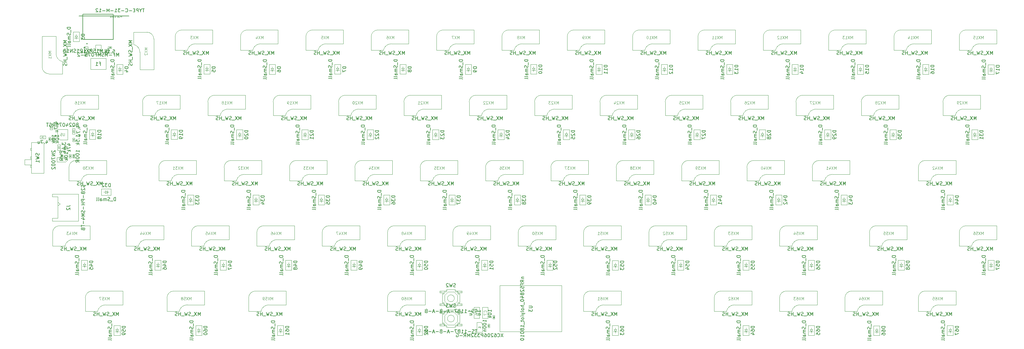
<source format=gbr>
%TF.GenerationSoftware,KiCad,Pcbnew,9.0.1*%
%TF.CreationDate,2025-05-16T22:45:18+09:00*%
%TF.ProjectId,H360,48333630-2e6b-4696-9361-645f70636258,rev?*%
%TF.SameCoordinates,Original*%
%TF.FileFunction,AssemblyDrawing,Bot*%
%FSLAX46Y46*%
G04 Gerber Fmt 4.6, Leading zero omitted, Abs format (unit mm)*
G04 Created by KiCad (PCBNEW 9.0.1) date 2025-05-16 22:45:18*
%MOMM*%
%LPD*%
G01*
G04 APERTURE LIST*
%ADD10C,0.150000*%
%ADD11C,0.040000*%
%ADD12C,0.120000*%
%ADD13C,0.060000*%
%ADD14C,0.110000*%
%ADD15C,0.050000*%
%ADD16C,0.100000*%
%ADD17C,0.127000*%
%ADD18C,0.200000*%
G04 APERTURE END LIST*
D10*
X161073569Y-171069345D02*
X160073569Y-171069345D01*
X160073569Y-171069345D02*
X160073569Y-171307440D01*
X160073569Y-171307440D02*
X160121188Y-171450297D01*
X160121188Y-171450297D02*
X160216426Y-171545535D01*
X160216426Y-171545535D02*
X160311664Y-171593154D01*
X160311664Y-171593154D02*
X160502140Y-171640773D01*
X160502140Y-171640773D02*
X160644997Y-171640773D01*
X160644997Y-171640773D02*
X160835473Y-171593154D01*
X160835473Y-171593154D02*
X160930711Y-171545535D01*
X160930711Y-171545535D02*
X161025950Y-171450297D01*
X161025950Y-171450297D02*
X161073569Y-171307440D01*
X161073569Y-171307440D02*
X161073569Y-171069345D01*
X161168807Y-171831250D02*
X161168807Y-172593154D01*
X161025950Y-172783631D02*
X161073569Y-172926488D01*
X161073569Y-172926488D02*
X161073569Y-173164583D01*
X161073569Y-173164583D02*
X161025950Y-173259821D01*
X161025950Y-173259821D02*
X160978330Y-173307440D01*
X160978330Y-173307440D02*
X160883092Y-173355059D01*
X160883092Y-173355059D02*
X160787854Y-173355059D01*
X160787854Y-173355059D02*
X160692616Y-173307440D01*
X160692616Y-173307440D02*
X160644997Y-173259821D01*
X160644997Y-173259821D02*
X160597378Y-173164583D01*
X160597378Y-173164583D02*
X160549759Y-172974107D01*
X160549759Y-172974107D02*
X160502140Y-172878869D01*
X160502140Y-172878869D02*
X160454521Y-172831250D01*
X160454521Y-172831250D02*
X160359283Y-172783631D01*
X160359283Y-172783631D02*
X160264045Y-172783631D01*
X160264045Y-172783631D02*
X160168807Y-172831250D01*
X160168807Y-172831250D02*
X160121188Y-172878869D01*
X160121188Y-172878869D02*
X160073569Y-172974107D01*
X160073569Y-172974107D02*
X160073569Y-173212202D01*
X160073569Y-173212202D02*
X160121188Y-173355059D01*
X161073569Y-173783631D02*
X160406902Y-173783631D01*
X160502140Y-173783631D02*
X160454521Y-173831250D01*
X160454521Y-173831250D02*
X160406902Y-173926488D01*
X160406902Y-173926488D02*
X160406902Y-174069345D01*
X160406902Y-174069345D02*
X160454521Y-174164583D01*
X160454521Y-174164583D02*
X160549759Y-174212202D01*
X160549759Y-174212202D02*
X161073569Y-174212202D01*
X160549759Y-174212202D02*
X160454521Y-174259821D01*
X160454521Y-174259821D02*
X160406902Y-174355059D01*
X160406902Y-174355059D02*
X160406902Y-174497916D01*
X160406902Y-174497916D02*
X160454521Y-174593155D01*
X160454521Y-174593155D02*
X160549759Y-174640774D01*
X160549759Y-174640774D02*
X161073569Y-174640774D01*
X161073569Y-175545535D02*
X160549759Y-175545535D01*
X160549759Y-175545535D02*
X160454521Y-175497916D01*
X160454521Y-175497916D02*
X160406902Y-175402678D01*
X160406902Y-175402678D02*
X160406902Y-175212202D01*
X160406902Y-175212202D02*
X160454521Y-175116964D01*
X161025950Y-175545535D02*
X161073569Y-175450297D01*
X161073569Y-175450297D02*
X161073569Y-175212202D01*
X161073569Y-175212202D02*
X161025950Y-175116964D01*
X161025950Y-175116964D02*
X160930711Y-175069345D01*
X160930711Y-175069345D02*
X160835473Y-175069345D01*
X160835473Y-175069345D02*
X160740235Y-175116964D01*
X160740235Y-175116964D02*
X160692616Y-175212202D01*
X160692616Y-175212202D02*
X160692616Y-175450297D01*
X160692616Y-175450297D02*
X160644997Y-175545535D01*
X161073569Y-176164583D02*
X161025950Y-176069345D01*
X161025950Y-176069345D02*
X160930711Y-176021726D01*
X160930711Y-176021726D02*
X160073569Y-176021726D01*
X161073569Y-176688393D02*
X161025950Y-176593155D01*
X161025950Y-176593155D02*
X160930711Y-176545536D01*
X160930711Y-176545536D02*
X160073569Y-176545536D01*
X165173569Y-172616964D02*
X164173569Y-172616964D01*
X164173569Y-172616964D02*
X164173569Y-172855059D01*
X164173569Y-172855059D02*
X164221188Y-172997916D01*
X164221188Y-172997916D02*
X164316426Y-173093154D01*
X164316426Y-173093154D02*
X164411664Y-173140773D01*
X164411664Y-173140773D02*
X164602140Y-173188392D01*
X164602140Y-173188392D02*
X164744997Y-173188392D01*
X164744997Y-173188392D02*
X164935473Y-173140773D01*
X164935473Y-173140773D02*
X165030711Y-173093154D01*
X165030711Y-173093154D02*
X165125950Y-172997916D01*
X165125950Y-172997916D02*
X165173569Y-172855059D01*
X165173569Y-172855059D02*
X165173569Y-172616964D01*
X164506902Y-174045535D02*
X165173569Y-174045535D01*
X164125950Y-173807440D02*
X164840235Y-173569345D01*
X164840235Y-173569345D02*
X164840235Y-174188392D01*
X165173569Y-174616964D02*
X165173569Y-174807440D01*
X165173569Y-174807440D02*
X165125950Y-174902678D01*
X165125950Y-174902678D02*
X165078330Y-174950297D01*
X165078330Y-174950297D02*
X164935473Y-175045535D01*
X164935473Y-175045535D02*
X164744997Y-175093154D01*
X164744997Y-175093154D02*
X164364045Y-175093154D01*
X164364045Y-175093154D02*
X164268807Y-175045535D01*
X164268807Y-175045535D02*
X164221188Y-174997916D01*
X164221188Y-174997916D02*
X164173569Y-174902678D01*
X164173569Y-174902678D02*
X164173569Y-174712202D01*
X164173569Y-174712202D02*
X164221188Y-174616964D01*
X164221188Y-174616964D02*
X164268807Y-174569345D01*
X164268807Y-174569345D02*
X164364045Y-174521726D01*
X164364045Y-174521726D02*
X164602140Y-174521726D01*
X164602140Y-174521726D02*
X164697378Y-174569345D01*
X164697378Y-174569345D02*
X164744997Y-174616964D01*
X164744997Y-174616964D02*
X164792616Y-174712202D01*
X164792616Y-174712202D02*
X164792616Y-174902678D01*
X164792616Y-174902678D02*
X164744997Y-174997916D01*
X164744997Y-174997916D02*
X164697378Y-175045535D01*
X164697378Y-175045535D02*
X164602140Y-175093154D01*
X76624819Y-136404761D02*
X76624819Y-135833333D01*
X76624819Y-136119047D02*
X75624819Y-136119047D01*
X75624819Y-136119047D02*
X75767676Y-136023809D01*
X75767676Y-136023809D02*
X75862914Y-135928571D01*
X75862914Y-135928571D02*
X75910533Y-135833333D01*
X75624819Y-137023809D02*
X75624819Y-137119047D01*
X75624819Y-137119047D02*
X75672438Y-137214285D01*
X75672438Y-137214285D02*
X75720057Y-137261904D01*
X75720057Y-137261904D02*
X75815295Y-137309523D01*
X75815295Y-137309523D02*
X76005771Y-137357142D01*
X76005771Y-137357142D02*
X76243866Y-137357142D01*
X76243866Y-137357142D02*
X76434342Y-137309523D01*
X76434342Y-137309523D02*
X76529580Y-137261904D01*
X76529580Y-137261904D02*
X76577200Y-137214285D01*
X76577200Y-137214285D02*
X76624819Y-137119047D01*
X76624819Y-137119047D02*
X76624819Y-137023809D01*
X76624819Y-137023809D02*
X76577200Y-136928571D01*
X76577200Y-136928571D02*
X76529580Y-136880952D01*
X76529580Y-136880952D02*
X76434342Y-136833333D01*
X76434342Y-136833333D02*
X76243866Y-136785714D01*
X76243866Y-136785714D02*
X76005771Y-136785714D01*
X76005771Y-136785714D02*
X75815295Y-136833333D01*
X75815295Y-136833333D02*
X75720057Y-136880952D01*
X75720057Y-136880952D02*
X75672438Y-136928571D01*
X75672438Y-136928571D02*
X75624819Y-137023809D01*
X76624819Y-137785714D02*
X75624819Y-137785714D01*
X76243866Y-137880952D02*
X76624819Y-138166666D01*
X75958152Y-138166666D02*
X76339104Y-137785714D01*
D11*
X75118200Y-136956667D02*
X74994391Y-136870000D01*
X75118200Y-136808095D02*
X74858200Y-136808095D01*
X74858200Y-136808095D02*
X74858200Y-136907143D01*
X74858200Y-136907143D02*
X74870581Y-136931905D01*
X74870581Y-136931905D02*
X74882962Y-136944286D01*
X74882962Y-136944286D02*
X74907724Y-136956667D01*
X74907724Y-136956667D02*
X74944867Y-136956667D01*
X74944867Y-136956667D02*
X74969629Y-136944286D01*
X74969629Y-136944286D02*
X74982010Y-136931905D01*
X74982010Y-136931905D02*
X74994391Y-136907143D01*
X74994391Y-136907143D02*
X74994391Y-136808095D01*
X74858200Y-137043333D02*
X74858200Y-137216667D01*
X74858200Y-137216667D02*
X75118200Y-137105238D01*
D10*
X115829819Y-190119345D02*
X114829819Y-190119345D01*
X114829819Y-190119345D02*
X114829819Y-190357440D01*
X114829819Y-190357440D02*
X114877438Y-190500297D01*
X114877438Y-190500297D02*
X114972676Y-190595535D01*
X114972676Y-190595535D02*
X115067914Y-190643154D01*
X115067914Y-190643154D02*
X115258390Y-190690773D01*
X115258390Y-190690773D02*
X115401247Y-190690773D01*
X115401247Y-190690773D02*
X115591723Y-190643154D01*
X115591723Y-190643154D02*
X115686961Y-190595535D01*
X115686961Y-190595535D02*
X115782200Y-190500297D01*
X115782200Y-190500297D02*
X115829819Y-190357440D01*
X115829819Y-190357440D02*
X115829819Y-190119345D01*
X115925057Y-190881250D02*
X115925057Y-191643154D01*
X115782200Y-191833631D02*
X115829819Y-191976488D01*
X115829819Y-191976488D02*
X115829819Y-192214583D01*
X115829819Y-192214583D02*
X115782200Y-192309821D01*
X115782200Y-192309821D02*
X115734580Y-192357440D01*
X115734580Y-192357440D02*
X115639342Y-192405059D01*
X115639342Y-192405059D02*
X115544104Y-192405059D01*
X115544104Y-192405059D02*
X115448866Y-192357440D01*
X115448866Y-192357440D02*
X115401247Y-192309821D01*
X115401247Y-192309821D02*
X115353628Y-192214583D01*
X115353628Y-192214583D02*
X115306009Y-192024107D01*
X115306009Y-192024107D02*
X115258390Y-191928869D01*
X115258390Y-191928869D02*
X115210771Y-191881250D01*
X115210771Y-191881250D02*
X115115533Y-191833631D01*
X115115533Y-191833631D02*
X115020295Y-191833631D01*
X115020295Y-191833631D02*
X114925057Y-191881250D01*
X114925057Y-191881250D02*
X114877438Y-191928869D01*
X114877438Y-191928869D02*
X114829819Y-192024107D01*
X114829819Y-192024107D02*
X114829819Y-192262202D01*
X114829819Y-192262202D02*
X114877438Y-192405059D01*
X115829819Y-192833631D02*
X115163152Y-192833631D01*
X115258390Y-192833631D02*
X115210771Y-192881250D01*
X115210771Y-192881250D02*
X115163152Y-192976488D01*
X115163152Y-192976488D02*
X115163152Y-193119345D01*
X115163152Y-193119345D02*
X115210771Y-193214583D01*
X115210771Y-193214583D02*
X115306009Y-193262202D01*
X115306009Y-193262202D02*
X115829819Y-193262202D01*
X115306009Y-193262202D02*
X115210771Y-193309821D01*
X115210771Y-193309821D02*
X115163152Y-193405059D01*
X115163152Y-193405059D02*
X115163152Y-193547916D01*
X115163152Y-193547916D02*
X115210771Y-193643155D01*
X115210771Y-193643155D02*
X115306009Y-193690774D01*
X115306009Y-193690774D02*
X115829819Y-193690774D01*
X115829819Y-194595535D02*
X115306009Y-194595535D01*
X115306009Y-194595535D02*
X115210771Y-194547916D01*
X115210771Y-194547916D02*
X115163152Y-194452678D01*
X115163152Y-194452678D02*
X115163152Y-194262202D01*
X115163152Y-194262202D02*
X115210771Y-194166964D01*
X115782200Y-194595535D02*
X115829819Y-194500297D01*
X115829819Y-194500297D02*
X115829819Y-194262202D01*
X115829819Y-194262202D02*
X115782200Y-194166964D01*
X115782200Y-194166964D02*
X115686961Y-194119345D01*
X115686961Y-194119345D02*
X115591723Y-194119345D01*
X115591723Y-194119345D02*
X115496485Y-194166964D01*
X115496485Y-194166964D02*
X115448866Y-194262202D01*
X115448866Y-194262202D02*
X115448866Y-194500297D01*
X115448866Y-194500297D02*
X115401247Y-194595535D01*
X115829819Y-195214583D02*
X115782200Y-195119345D01*
X115782200Y-195119345D02*
X115686961Y-195071726D01*
X115686961Y-195071726D02*
X114829819Y-195071726D01*
X115829819Y-195738393D02*
X115782200Y-195643155D01*
X115782200Y-195643155D02*
X115686961Y-195595536D01*
X115686961Y-195595536D02*
X114829819Y-195595536D01*
X119929819Y-191666964D02*
X118929819Y-191666964D01*
X118929819Y-191666964D02*
X118929819Y-191905059D01*
X118929819Y-191905059D02*
X118977438Y-192047916D01*
X118977438Y-192047916D02*
X119072676Y-192143154D01*
X119072676Y-192143154D02*
X119167914Y-192190773D01*
X119167914Y-192190773D02*
X119358390Y-192238392D01*
X119358390Y-192238392D02*
X119501247Y-192238392D01*
X119501247Y-192238392D02*
X119691723Y-192190773D01*
X119691723Y-192190773D02*
X119786961Y-192143154D01*
X119786961Y-192143154D02*
X119882200Y-192047916D01*
X119882200Y-192047916D02*
X119929819Y-191905059D01*
X119929819Y-191905059D02*
X119929819Y-191666964D01*
X118929819Y-193095535D02*
X118929819Y-192905059D01*
X118929819Y-192905059D02*
X118977438Y-192809821D01*
X118977438Y-192809821D02*
X119025057Y-192762202D01*
X119025057Y-192762202D02*
X119167914Y-192666964D01*
X119167914Y-192666964D02*
X119358390Y-192619345D01*
X119358390Y-192619345D02*
X119739342Y-192619345D01*
X119739342Y-192619345D02*
X119834580Y-192666964D01*
X119834580Y-192666964D02*
X119882200Y-192714583D01*
X119882200Y-192714583D02*
X119929819Y-192809821D01*
X119929819Y-192809821D02*
X119929819Y-193000297D01*
X119929819Y-193000297D02*
X119882200Y-193095535D01*
X119882200Y-193095535D02*
X119834580Y-193143154D01*
X119834580Y-193143154D02*
X119739342Y-193190773D01*
X119739342Y-193190773D02*
X119501247Y-193190773D01*
X119501247Y-193190773D02*
X119406009Y-193143154D01*
X119406009Y-193143154D02*
X119358390Y-193095535D01*
X119358390Y-193095535D02*
X119310771Y-193000297D01*
X119310771Y-193000297D02*
X119310771Y-192809821D01*
X119310771Y-192809821D02*
X119358390Y-192714583D01*
X119358390Y-192714583D02*
X119406009Y-192666964D01*
X119406009Y-192666964D02*
X119501247Y-192619345D01*
X118929819Y-193809821D02*
X118929819Y-193905059D01*
X118929819Y-193905059D02*
X118977438Y-194000297D01*
X118977438Y-194000297D02*
X119025057Y-194047916D01*
X119025057Y-194047916D02*
X119120295Y-194095535D01*
X119120295Y-194095535D02*
X119310771Y-194143154D01*
X119310771Y-194143154D02*
X119548866Y-194143154D01*
X119548866Y-194143154D02*
X119739342Y-194095535D01*
X119739342Y-194095535D02*
X119834580Y-194047916D01*
X119834580Y-194047916D02*
X119882200Y-194000297D01*
X119882200Y-194000297D02*
X119929819Y-193905059D01*
X119929819Y-193905059D02*
X119929819Y-193809821D01*
X119929819Y-193809821D02*
X119882200Y-193714583D01*
X119882200Y-193714583D02*
X119834580Y-193666964D01*
X119834580Y-193666964D02*
X119739342Y-193619345D01*
X119739342Y-193619345D02*
X119548866Y-193571726D01*
X119548866Y-193571726D02*
X119310771Y-193571726D01*
X119310771Y-193571726D02*
X119120295Y-193619345D01*
X119120295Y-193619345D02*
X119025057Y-193666964D01*
X119025057Y-193666964D02*
X118977438Y-193714583D01*
X118977438Y-193714583D02*
X118929819Y-193809821D01*
X186975297Y-131423569D02*
X186975297Y-130423569D01*
X186975297Y-130423569D02*
X186641964Y-131137854D01*
X186641964Y-131137854D02*
X186308631Y-130423569D01*
X186308631Y-130423569D02*
X186308631Y-131423569D01*
X185927678Y-130423569D02*
X185261012Y-131423569D01*
X185261012Y-130423569D02*
X185927678Y-131423569D01*
X185118155Y-131518807D02*
X184356250Y-131518807D01*
X184165773Y-131375950D02*
X184022916Y-131423569D01*
X184022916Y-131423569D02*
X183784821Y-131423569D01*
X183784821Y-131423569D02*
X183689583Y-131375950D01*
X183689583Y-131375950D02*
X183641964Y-131328330D01*
X183641964Y-131328330D02*
X183594345Y-131233092D01*
X183594345Y-131233092D02*
X183594345Y-131137854D01*
X183594345Y-131137854D02*
X183641964Y-131042616D01*
X183641964Y-131042616D02*
X183689583Y-130994997D01*
X183689583Y-130994997D02*
X183784821Y-130947378D01*
X183784821Y-130947378D02*
X183975297Y-130899759D01*
X183975297Y-130899759D02*
X184070535Y-130852140D01*
X184070535Y-130852140D02*
X184118154Y-130804521D01*
X184118154Y-130804521D02*
X184165773Y-130709283D01*
X184165773Y-130709283D02*
X184165773Y-130614045D01*
X184165773Y-130614045D02*
X184118154Y-130518807D01*
X184118154Y-130518807D02*
X184070535Y-130471188D01*
X184070535Y-130471188D02*
X183975297Y-130423569D01*
X183975297Y-130423569D02*
X183737202Y-130423569D01*
X183737202Y-130423569D02*
X183594345Y-130471188D01*
X183261011Y-130423569D02*
X183022916Y-131423569D01*
X183022916Y-131423569D02*
X182832440Y-130709283D01*
X182832440Y-130709283D02*
X182641964Y-131423569D01*
X182641964Y-131423569D02*
X182403869Y-130423569D01*
X182261012Y-131518807D02*
X181499107Y-131518807D01*
X181261011Y-131423569D02*
X181261011Y-130423569D01*
X181261011Y-130899759D02*
X180689583Y-130899759D01*
X180689583Y-131423569D02*
X180689583Y-130423569D01*
X180261011Y-131375950D02*
X180118154Y-131423569D01*
X180118154Y-131423569D02*
X179880059Y-131423569D01*
X179880059Y-131423569D02*
X179784821Y-131375950D01*
X179784821Y-131375950D02*
X179737202Y-131328330D01*
X179737202Y-131328330D02*
X179689583Y-131233092D01*
X179689583Y-131233092D02*
X179689583Y-131137854D01*
X179689583Y-131137854D02*
X179737202Y-131042616D01*
X179737202Y-131042616D02*
X179784821Y-130994997D01*
X179784821Y-130994997D02*
X179880059Y-130947378D01*
X179880059Y-130947378D02*
X180070535Y-130899759D01*
X180070535Y-130899759D02*
X180165773Y-130852140D01*
X180165773Y-130852140D02*
X180213392Y-130804521D01*
X180213392Y-130804521D02*
X180261011Y-130709283D01*
X180261011Y-130709283D02*
X180261011Y-130614045D01*
X180261011Y-130614045D02*
X180213392Y-130518807D01*
X180213392Y-130518807D02*
X180165773Y-130471188D01*
X180165773Y-130471188D02*
X180070535Y-130423569D01*
X180070535Y-130423569D02*
X179832440Y-130423569D01*
X179832440Y-130423569D02*
X179689583Y-130471188D01*
D12*
X184265773Y-126832605D02*
X184265773Y-126032605D01*
X184265773Y-126032605D02*
X183999107Y-126604033D01*
X183999107Y-126604033D02*
X183732440Y-126032605D01*
X183732440Y-126032605D02*
X183732440Y-126832605D01*
X183427678Y-126032605D02*
X182894344Y-126832605D01*
X182894344Y-126032605D02*
X183427678Y-126832605D01*
X182627678Y-126108795D02*
X182589582Y-126070700D01*
X182589582Y-126070700D02*
X182513392Y-126032605D01*
X182513392Y-126032605D02*
X182322916Y-126032605D01*
X182322916Y-126032605D02*
X182246725Y-126070700D01*
X182246725Y-126070700D02*
X182208630Y-126108795D01*
X182208630Y-126108795D02*
X182170535Y-126184986D01*
X182170535Y-126184986D02*
X182170535Y-126261176D01*
X182170535Y-126261176D02*
X182208630Y-126375462D01*
X182208630Y-126375462D02*
X182665773Y-126832605D01*
X182665773Y-126832605D02*
X182170535Y-126832605D01*
X181408630Y-126832605D02*
X181865773Y-126832605D01*
X181637201Y-126832605D02*
X181637201Y-126032605D01*
X181637201Y-126032605D02*
X181713392Y-126146890D01*
X181713392Y-126146890D02*
X181789582Y-126223081D01*
X181789582Y-126223081D02*
X181865773Y-126261176D01*
D10*
X82492319Y-171069345D02*
X81492319Y-171069345D01*
X81492319Y-171069345D02*
X81492319Y-171307440D01*
X81492319Y-171307440D02*
X81539938Y-171450297D01*
X81539938Y-171450297D02*
X81635176Y-171545535D01*
X81635176Y-171545535D02*
X81730414Y-171593154D01*
X81730414Y-171593154D02*
X81920890Y-171640773D01*
X81920890Y-171640773D02*
X82063747Y-171640773D01*
X82063747Y-171640773D02*
X82254223Y-171593154D01*
X82254223Y-171593154D02*
X82349461Y-171545535D01*
X82349461Y-171545535D02*
X82444700Y-171450297D01*
X82444700Y-171450297D02*
X82492319Y-171307440D01*
X82492319Y-171307440D02*
X82492319Y-171069345D01*
X82587557Y-171831250D02*
X82587557Y-172593154D01*
X82444700Y-172783631D02*
X82492319Y-172926488D01*
X82492319Y-172926488D02*
X82492319Y-173164583D01*
X82492319Y-173164583D02*
X82444700Y-173259821D01*
X82444700Y-173259821D02*
X82397080Y-173307440D01*
X82397080Y-173307440D02*
X82301842Y-173355059D01*
X82301842Y-173355059D02*
X82206604Y-173355059D01*
X82206604Y-173355059D02*
X82111366Y-173307440D01*
X82111366Y-173307440D02*
X82063747Y-173259821D01*
X82063747Y-173259821D02*
X82016128Y-173164583D01*
X82016128Y-173164583D02*
X81968509Y-172974107D01*
X81968509Y-172974107D02*
X81920890Y-172878869D01*
X81920890Y-172878869D02*
X81873271Y-172831250D01*
X81873271Y-172831250D02*
X81778033Y-172783631D01*
X81778033Y-172783631D02*
X81682795Y-172783631D01*
X81682795Y-172783631D02*
X81587557Y-172831250D01*
X81587557Y-172831250D02*
X81539938Y-172878869D01*
X81539938Y-172878869D02*
X81492319Y-172974107D01*
X81492319Y-172974107D02*
X81492319Y-173212202D01*
X81492319Y-173212202D02*
X81539938Y-173355059D01*
X82492319Y-173783631D02*
X81825652Y-173783631D01*
X81920890Y-173783631D02*
X81873271Y-173831250D01*
X81873271Y-173831250D02*
X81825652Y-173926488D01*
X81825652Y-173926488D02*
X81825652Y-174069345D01*
X81825652Y-174069345D02*
X81873271Y-174164583D01*
X81873271Y-174164583D02*
X81968509Y-174212202D01*
X81968509Y-174212202D02*
X82492319Y-174212202D01*
X81968509Y-174212202D02*
X81873271Y-174259821D01*
X81873271Y-174259821D02*
X81825652Y-174355059D01*
X81825652Y-174355059D02*
X81825652Y-174497916D01*
X81825652Y-174497916D02*
X81873271Y-174593155D01*
X81873271Y-174593155D02*
X81968509Y-174640774D01*
X81968509Y-174640774D02*
X82492319Y-174640774D01*
X82492319Y-175545535D02*
X81968509Y-175545535D01*
X81968509Y-175545535D02*
X81873271Y-175497916D01*
X81873271Y-175497916D02*
X81825652Y-175402678D01*
X81825652Y-175402678D02*
X81825652Y-175212202D01*
X81825652Y-175212202D02*
X81873271Y-175116964D01*
X82444700Y-175545535D02*
X82492319Y-175450297D01*
X82492319Y-175450297D02*
X82492319Y-175212202D01*
X82492319Y-175212202D02*
X82444700Y-175116964D01*
X82444700Y-175116964D02*
X82349461Y-175069345D01*
X82349461Y-175069345D02*
X82254223Y-175069345D01*
X82254223Y-175069345D02*
X82158985Y-175116964D01*
X82158985Y-175116964D02*
X82111366Y-175212202D01*
X82111366Y-175212202D02*
X82111366Y-175450297D01*
X82111366Y-175450297D02*
X82063747Y-175545535D01*
X82492319Y-176164583D02*
X82444700Y-176069345D01*
X82444700Y-176069345D02*
X82349461Y-176021726D01*
X82349461Y-176021726D02*
X81492319Y-176021726D01*
X82492319Y-176688393D02*
X82444700Y-176593155D01*
X82444700Y-176593155D02*
X82349461Y-176545536D01*
X82349461Y-176545536D02*
X81492319Y-176545536D01*
X86592319Y-172616964D02*
X85592319Y-172616964D01*
X85592319Y-172616964D02*
X85592319Y-172855059D01*
X85592319Y-172855059D02*
X85639938Y-172997916D01*
X85639938Y-172997916D02*
X85735176Y-173093154D01*
X85735176Y-173093154D02*
X85830414Y-173140773D01*
X85830414Y-173140773D02*
X86020890Y-173188392D01*
X86020890Y-173188392D02*
X86163747Y-173188392D01*
X86163747Y-173188392D02*
X86354223Y-173140773D01*
X86354223Y-173140773D02*
X86449461Y-173093154D01*
X86449461Y-173093154D02*
X86544700Y-172997916D01*
X86544700Y-172997916D02*
X86592319Y-172855059D01*
X86592319Y-172855059D02*
X86592319Y-172616964D01*
X85925652Y-174045535D02*
X86592319Y-174045535D01*
X85544700Y-173807440D02*
X86258985Y-173569345D01*
X86258985Y-173569345D02*
X86258985Y-174188392D01*
X85592319Y-175045535D02*
X85592319Y-174569345D01*
X85592319Y-174569345D02*
X86068509Y-174521726D01*
X86068509Y-174521726D02*
X86020890Y-174569345D01*
X86020890Y-174569345D02*
X85973271Y-174664583D01*
X85973271Y-174664583D02*
X85973271Y-174902678D01*
X85973271Y-174902678D02*
X86020890Y-174997916D01*
X86020890Y-174997916D02*
X86068509Y-175045535D01*
X86068509Y-175045535D02*
X86163747Y-175093154D01*
X86163747Y-175093154D02*
X86401842Y-175093154D01*
X86401842Y-175093154D02*
X86497080Y-175045535D01*
X86497080Y-175045535D02*
X86544700Y-174997916D01*
X86544700Y-174997916D02*
X86592319Y-174902678D01*
X86592319Y-174902678D02*
X86592319Y-174664583D01*
X86592319Y-174664583D02*
X86544700Y-174569345D01*
X86544700Y-174569345D02*
X86497080Y-174521726D01*
X284898569Y-152019345D02*
X283898569Y-152019345D01*
X283898569Y-152019345D02*
X283898569Y-152257440D01*
X283898569Y-152257440D02*
X283946188Y-152400297D01*
X283946188Y-152400297D02*
X284041426Y-152495535D01*
X284041426Y-152495535D02*
X284136664Y-152543154D01*
X284136664Y-152543154D02*
X284327140Y-152590773D01*
X284327140Y-152590773D02*
X284469997Y-152590773D01*
X284469997Y-152590773D02*
X284660473Y-152543154D01*
X284660473Y-152543154D02*
X284755711Y-152495535D01*
X284755711Y-152495535D02*
X284850950Y-152400297D01*
X284850950Y-152400297D02*
X284898569Y-152257440D01*
X284898569Y-152257440D02*
X284898569Y-152019345D01*
X284993807Y-152781250D02*
X284993807Y-153543154D01*
X284850950Y-153733631D02*
X284898569Y-153876488D01*
X284898569Y-153876488D02*
X284898569Y-154114583D01*
X284898569Y-154114583D02*
X284850950Y-154209821D01*
X284850950Y-154209821D02*
X284803330Y-154257440D01*
X284803330Y-154257440D02*
X284708092Y-154305059D01*
X284708092Y-154305059D02*
X284612854Y-154305059D01*
X284612854Y-154305059D02*
X284517616Y-154257440D01*
X284517616Y-154257440D02*
X284469997Y-154209821D01*
X284469997Y-154209821D02*
X284422378Y-154114583D01*
X284422378Y-154114583D02*
X284374759Y-153924107D01*
X284374759Y-153924107D02*
X284327140Y-153828869D01*
X284327140Y-153828869D02*
X284279521Y-153781250D01*
X284279521Y-153781250D02*
X284184283Y-153733631D01*
X284184283Y-153733631D02*
X284089045Y-153733631D01*
X284089045Y-153733631D02*
X283993807Y-153781250D01*
X283993807Y-153781250D02*
X283946188Y-153828869D01*
X283946188Y-153828869D02*
X283898569Y-153924107D01*
X283898569Y-153924107D02*
X283898569Y-154162202D01*
X283898569Y-154162202D02*
X283946188Y-154305059D01*
X284898569Y-154733631D02*
X284231902Y-154733631D01*
X284327140Y-154733631D02*
X284279521Y-154781250D01*
X284279521Y-154781250D02*
X284231902Y-154876488D01*
X284231902Y-154876488D02*
X284231902Y-155019345D01*
X284231902Y-155019345D02*
X284279521Y-155114583D01*
X284279521Y-155114583D02*
X284374759Y-155162202D01*
X284374759Y-155162202D02*
X284898569Y-155162202D01*
X284374759Y-155162202D02*
X284279521Y-155209821D01*
X284279521Y-155209821D02*
X284231902Y-155305059D01*
X284231902Y-155305059D02*
X284231902Y-155447916D01*
X284231902Y-155447916D02*
X284279521Y-155543155D01*
X284279521Y-155543155D02*
X284374759Y-155590774D01*
X284374759Y-155590774D02*
X284898569Y-155590774D01*
X284898569Y-156495535D02*
X284374759Y-156495535D01*
X284374759Y-156495535D02*
X284279521Y-156447916D01*
X284279521Y-156447916D02*
X284231902Y-156352678D01*
X284231902Y-156352678D02*
X284231902Y-156162202D01*
X284231902Y-156162202D02*
X284279521Y-156066964D01*
X284850950Y-156495535D02*
X284898569Y-156400297D01*
X284898569Y-156400297D02*
X284898569Y-156162202D01*
X284898569Y-156162202D02*
X284850950Y-156066964D01*
X284850950Y-156066964D02*
X284755711Y-156019345D01*
X284755711Y-156019345D02*
X284660473Y-156019345D01*
X284660473Y-156019345D02*
X284565235Y-156066964D01*
X284565235Y-156066964D02*
X284517616Y-156162202D01*
X284517616Y-156162202D02*
X284517616Y-156400297D01*
X284517616Y-156400297D02*
X284469997Y-156495535D01*
X284898569Y-157114583D02*
X284850950Y-157019345D01*
X284850950Y-157019345D02*
X284755711Y-156971726D01*
X284755711Y-156971726D02*
X283898569Y-156971726D01*
X284898569Y-157638393D02*
X284850950Y-157543155D01*
X284850950Y-157543155D02*
X284755711Y-157495536D01*
X284755711Y-157495536D02*
X283898569Y-157495536D01*
X288998569Y-153566964D02*
X287998569Y-153566964D01*
X287998569Y-153566964D02*
X287998569Y-153805059D01*
X287998569Y-153805059D02*
X288046188Y-153947916D01*
X288046188Y-153947916D02*
X288141426Y-154043154D01*
X288141426Y-154043154D02*
X288236664Y-154090773D01*
X288236664Y-154090773D02*
X288427140Y-154138392D01*
X288427140Y-154138392D02*
X288569997Y-154138392D01*
X288569997Y-154138392D02*
X288760473Y-154090773D01*
X288760473Y-154090773D02*
X288855711Y-154043154D01*
X288855711Y-154043154D02*
X288950950Y-153947916D01*
X288950950Y-153947916D02*
X288998569Y-153805059D01*
X288998569Y-153805059D02*
X288998569Y-153566964D01*
X288331902Y-154995535D02*
X288998569Y-154995535D01*
X287950950Y-154757440D02*
X288665235Y-154519345D01*
X288665235Y-154519345D02*
X288665235Y-155138392D01*
X288093807Y-155471726D02*
X288046188Y-155519345D01*
X288046188Y-155519345D02*
X287998569Y-155614583D01*
X287998569Y-155614583D02*
X287998569Y-155852678D01*
X287998569Y-155852678D02*
X288046188Y-155947916D01*
X288046188Y-155947916D02*
X288093807Y-155995535D01*
X288093807Y-155995535D02*
X288189045Y-156043154D01*
X288189045Y-156043154D02*
X288284283Y-156043154D01*
X288284283Y-156043154D02*
X288427140Y-155995535D01*
X288427140Y-155995535D02*
X288998569Y-155424107D01*
X288998569Y-155424107D02*
X288998569Y-156043154D01*
X239362797Y-188573569D02*
X239362797Y-187573569D01*
X239362797Y-187573569D02*
X239029464Y-188287854D01*
X239029464Y-188287854D02*
X238696131Y-187573569D01*
X238696131Y-187573569D02*
X238696131Y-188573569D01*
X238315178Y-187573569D02*
X237648512Y-188573569D01*
X237648512Y-187573569D02*
X238315178Y-188573569D01*
X237505655Y-188668807D02*
X236743750Y-188668807D01*
X236553273Y-188525950D02*
X236410416Y-188573569D01*
X236410416Y-188573569D02*
X236172321Y-188573569D01*
X236172321Y-188573569D02*
X236077083Y-188525950D01*
X236077083Y-188525950D02*
X236029464Y-188478330D01*
X236029464Y-188478330D02*
X235981845Y-188383092D01*
X235981845Y-188383092D02*
X235981845Y-188287854D01*
X235981845Y-188287854D02*
X236029464Y-188192616D01*
X236029464Y-188192616D02*
X236077083Y-188144997D01*
X236077083Y-188144997D02*
X236172321Y-188097378D01*
X236172321Y-188097378D02*
X236362797Y-188049759D01*
X236362797Y-188049759D02*
X236458035Y-188002140D01*
X236458035Y-188002140D02*
X236505654Y-187954521D01*
X236505654Y-187954521D02*
X236553273Y-187859283D01*
X236553273Y-187859283D02*
X236553273Y-187764045D01*
X236553273Y-187764045D02*
X236505654Y-187668807D01*
X236505654Y-187668807D02*
X236458035Y-187621188D01*
X236458035Y-187621188D02*
X236362797Y-187573569D01*
X236362797Y-187573569D02*
X236124702Y-187573569D01*
X236124702Y-187573569D02*
X235981845Y-187621188D01*
X235648511Y-187573569D02*
X235410416Y-188573569D01*
X235410416Y-188573569D02*
X235219940Y-187859283D01*
X235219940Y-187859283D02*
X235029464Y-188573569D01*
X235029464Y-188573569D02*
X234791369Y-187573569D01*
X234648512Y-188668807D02*
X233886607Y-188668807D01*
X233648511Y-188573569D02*
X233648511Y-187573569D01*
X233648511Y-188049759D02*
X233077083Y-188049759D01*
X233077083Y-188573569D02*
X233077083Y-187573569D01*
X232648511Y-188525950D02*
X232505654Y-188573569D01*
X232505654Y-188573569D02*
X232267559Y-188573569D01*
X232267559Y-188573569D02*
X232172321Y-188525950D01*
X232172321Y-188525950D02*
X232124702Y-188478330D01*
X232124702Y-188478330D02*
X232077083Y-188383092D01*
X232077083Y-188383092D02*
X232077083Y-188287854D01*
X232077083Y-188287854D02*
X232124702Y-188192616D01*
X232124702Y-188192616D02*
X232172321Y-188144997D01*
X232172321Y-188144997D02*
X232267559Y-188097378D01*
X232267559Y-188097378D02*
X232458035Y-188049759D01*
X232458035Y-188049759D02*
X232553273Y-188002140D01*
X232553273Y-188002140D02*
X232600892Y-187954521D01*
X232600892Y-187954521D02*
X232648511Y-187859283D01*
X232648511Y-187859283D02*
X232648511Y-187764045D01*
X232648511Y-187764045D02*
X232600892Y-187668807D01*
X232600892Y-187668807D02*
X232553273Y-187621188D01*
X232553273Y-187621188D02*
X232458035Y-187573569D01*
X232458035Y-187573569D02*
X232219940Y-187573569D01*
X232219940Y-187573569D02*
X232077083Y-187621188D01*
D12*
X236653273Y-183982605D02*
X236653273Y-183182605D01*
X236653273Y-183182605D02*
X236386607Y-183754033D01*
X236386607Y-183754033D02*
X236119940Y-183182605D01*
X236119940Y-183182605D02*
X236119940Y-183982605D01*
X235815178Y-183182605D02*
X235281844Y-183982605D01*
X235281844Y-183182605D02*
X235815178Y-183982605D01*
X234634225Y-183182605D02*
X234786606Y-183182605D01*
X234786606Y-183182605D02*
X234862797Y-183220700D01*
X234862797Y-183220700D02*
X234900892Y-183258795D01*
X234900892Y-183258795D02*
X234977082Y-183373081D01*
X234977082Y-183373081D02*
X235015178Y-183525462D01*
X235015178Y-183525462D02*
X235015178Y-183830224D01*
X235015178Y-183830224D02*
X234977082Y-183906414D01*
X234977082Y-183906414D02*
X234938987Y-183944510D01*
X234938987Y-183944510D02*
X234862797Y-183982605D01*
X234862797Y-183982605D02*
X234710416Y-183982605D01*
X234710416Y-183982605D02*
X234634225Y-183944510D01*
X234634225Y-183944510D02*
X234596130Y-183906414D01*
X234596130Y-183906414D02*
X234558035Y-183830224D01*
X234558035Y-183830224D02*
X234558035Y-183639748D01*
X234558035Y-183639748D02*
X234596130Y-183563557D01*
X234596130Y-183563557D02*
X234634225Y-183525462D01*
X234634225Y-183525462D02*
X234710416Y-183487367D01*
X234710416Y-183487367D02*
X234862797Y-183487367D01*
X234862797Y-183487367D02*
X234938987Y-183525462D01*
X234938987Y-183525462D02*
X234977082Y-183563557D01*
X234977082Y-183563557D02*
X235015178Y-183639748D01*
X233796130Y-183982605D02*
X234253273Y-183982605D01*
X234024701Y-183982605D02*
X234024701Y-183182605D01*
X234024701Y-183182605D02*
X234100892Y-183296890D01*
X234100892Y-183296890D02*
X234177082Y-183373081D01*
X234177082Y-183373081D02*
X234253273Y-183411176D01*
D10*
X234600297Y-112373569D02*
X234600297Y-111373569D01*
X234600297Y-111373569D02*
X234266964Y-112087854D01*
X234266964Y-112087854D02*
X233933631Y-111373569D01*
X233933631Y-111373569D02*
X233933631Y-112373569D01*
X233552678Y-111373569D02*
X232886012Y-112373569D01*
X232886012Y-111373569D02*
X233552678Y-112373569D01*
X232743155Y-112468807D02*
X231981250Y-112468807D01*
X231790773Y-112325950D02*
X231647916Y-112373569D01*
X231647916Y-112373569D02*
X231409821Y-112373569D01*
X231409821Y-112373569D02*
X231314583Y-112325950D01*
X231314583Y-112325950D02*
X231266964Y-112278330D01*
X231266964Y-112278330D02*
X231219345Y-112183092D01*
X231219345Y-112183092D02*
X231219345Y-112087854D01*
X231219345Y-112087854D02*
X231266964Y-111992616D01*
X231266964Y-111992616D02*
X231314583Y-111944997D01*
X231314583Y-111944997D02*
X231409821Y-111897378D01*
X231409821Y-111897378D02*
X231600297Y-111849759D01*
X231600297Y-111849759D02*
X231695535Y-111802140D01*
X231695535Y-111802140D02*
X231743154Y-111754521D01*
X231743154Y-111754521D02*
X231790773Y-111659283D01*
X231790773Y-111659283D02*
X231790773Y-111564045D01*
X231790773Y-111564045D02*
X231743154Y-111468807D01*
X231743154Y-111468807D02*
X231695535Y-111421188D01*
X231695535Y-111421188D02*
X231600297Y-111373569D01*
X231600297Y-111373569D02*
X231362202Y-111373569D01*
X231362202Y-111373569D02*
X231219345Y-111421188D01*
X230886011Y-111373569D02*
X230647916Y-112373569D01*
X230647916Y-112373569D02*
X230457440Y-111659283D01*
X230457440Y-111659283D02*
X230266964Y-112373569D01*
X230266964Y-112373569D02*
X230028869Y-111373569D01*
X229886012Y-112468807D02*
X229124107Y-112468807D01*
X228886011Y-112373569D02*
X228886011Y-111373569D01*
X228886011Y-111849759D02*
X228314583Y-111849759D01*
X228314583Y-112373569D02*
X228314583Y-111373569D01*
X227886011Y-112325950D02*
X227743154Y-112373569D01*
X227743154Y-112373569D02*
X227505059Y-112373569D01*
X227505059Y-112373569D02*
X227409821Y-112325950D01*
X227409821Y-112325950D02*
X227362202Y-112278330D01*
X227362202Y-112278330D02*
X227314583Y-112183092D01*
X227314583Y-112183092D02*
X227314583Y-112087854D01*
X227314583Y-112087854D02*
X227362202Y-111992616D01*
X227362202Y-111992616D02*
X227409821Y-111944997D01*
X227409821Y-111944997D02*
X227505059Y-111897378D01*
X227505059Y-111897378D02*
X227695535Y-111849759D01*
X227695535Y-111849759D02*
X227790773Y-111802140D01*
X227790773Y-111802140D02*
X227838392Y-111754521D01*
X227838392Y-111754521D02*
X227886011Y-111659283D01*
X227886011Y-111659283D02*
X227886011Y-111564045D01*
X227886011Y-111564045D02*
X227838392Y-111468807D01*
X227838392Y-111468807D02*
X227790773Y-111421188D01*
X227790773Y-111421188D02*
X227695535Y-111373569D01*
X227695535Y-111373569D02*
X227457440Y-111373569D01*
X227457440Y-111373569D02*
X227314583Y-111421188D01*
D12*
X231509821Y-107782605D02*
X231509821Y-106982605D01*
X231509821Y-106982605D02*
X231243155Y-107554033D01*
X231243155Y-107554033D02*
X230976488Y-106982605D01*
X230976488Y-106982605D02*
X230976488Y-107782605D01*
X230671726Y-106982605D02*
X230138392Y-107782605D01*
X230138392Y-106982605D02*
X230671726Y-107782605D01*
X229795535Y-107782605D02*
X229643154Y-107782605D01*
X229643154Y-107782605D02*
X229566964Y-107744510D01*
X229566964Y-107744510D02*
X229528868Y-107706414D01*
X229528868Y-107706414D02*
X229452678Y-107592129D01*
X229452678Y-107592129D02*
X229414583Y-107439748D01*
X229414583Y-107439748D02*
X229414583Y-107134986D01*
X229414583Y-107134986D02*
X229452678Y-107058795D01*
X229452678Y-107058795D02*
X229490773Y-107020700D01*
X229490773Y-107020700D02*
X229566964Y-106982605D01*
X229566964Y-106982605D02*
X229719345Y-106982605D01*
X229719345Y-106982605D02*
X229795535Y-107020700D01*
X229795535Y-107020700D02*
X229833630Y-107058795D01*
X229833630Y-107058795D02*
X229871726Y-107134986D01*
X229871726Y-107134986D02*
X229871726Y-107325462D01*
X229871726Y-107325462D02*
X229833630Y-107401652D01*
X229833630Y-107401652D02*
X229795535Y-107439748D01*
X229795535Y-107439748D02*
X229719345Y-107477843D01*
X229719345Y-107477843D02*
X229566964Y-107477843D01*
X229566964Y-107477843D02*
X229490773Y-107439748D01*
X229490773Y-107439748D02*
X229452678Y-107401652D01*
X229452678Y-107401652D02*
X229414583Y-107325462D01*
D10*
X137261069Y-113919345D02*
X136261069Y-113919345D01*
X136261069Y-113919345D02*
X136261069Y-114157440D01*
X136261069Y-114157440D02*
X136308688Y-114300297D01*
X136308688Y-114300297D02*
X136403926Y-114395535D01*
X136403926Y-114395535D02*
X136499164Y-114443154D01*
X136499164Y-114443154D02*
X136689640Y-114490773D01*
X136689640Y-114490773D02*
X136832497Y-114490773D01*
X136832497Y-114490773D02*
X137022973Y-114443154D01*
X137022973Y-114443154D02*
X137118211Y-114395535D01*
X137118211Y-114395535D02*
X137213450Y-114300297D01*
X137213450Y-114300297D02*
X137261069Y-114157440D01*
X137261069Y-114157440D02*
X137261069Y-113919345D01*
X137356307Y-114681250D02*
X137356307Y-115443154D01*
X137213450Y-115633631D02*
X137261069Y-115776488D01*
X137261069Y-115776488D02*
X137261069Y-116014583D01*
X137261069Y-116014583D02*
X137213450Y-116109821D01*
X137213450Y-116109821D02*
X137165830Y-116157440D01*
X137165830Y-116157440D02*
X137070592Y-116205059D01*
X137070592Y-116205059D02*
X136975354Y-116205059D01*
X136975354Y-116205059D02*
X136880116Y-116157440D01*
X136880116Y-116157440D02*
X136832497Y-116109821D01*
X136832497Y-116109821D02*
X136784878Y-116014583D01*
X136784878Y-116014583D02*
X136737259Y-115824107D01*
X136737259Y-115824107D02*
X136689640Y-115728869D01*
X136689640Y-115728869D02*
X136642021Y-115681250D01*
X136642021Y-115681250D02*
X136546783Y-115633631D01*
X136546783Y-115633631D02*
X136451545Y-115633631D01*
X136451545Y-115633631D02*
X136356307Y-115681250D01*
X136356307Y-115681250D02*
X136308688Y-115728869D01*
X136308688Y-115728869D02*
X136261069Y-115824107D01*
X136261069Y-115824107D02*
X136261069Y-116062202D01*
X136261069Y-116062202D02*
X136308688Y-116205059D01*
X137261069Y-116633631D02*
X136594402Y-116633631D01*
X136689640Y-116633631D02*
X136642021Y-116681250D01*
X136642021Y-116681250D02*
X136594402Y-116776488D01*
X136594402Y-116776488D02*
X136594402Y-116919345D01*
X136594402Y-116919345D02*
X136642021Y-117014583D01*
X136642021Y-117014583D02*
X136737259Y-117062202D01*
X136737259Y-117062202D02*
X137261069Y-117062202D01*
X136737259Y-117062202D02*
X136642021Y-117109821D01*
X136642021Y-117109821D02*
X136594402Y-117205059D01*
X136594402Y-117205059D02*
X136594402Y-117347916D01*
X136594402Y-117347916D02*
X136642021Y-117443155D01*
X136642021Y-117443155D02*
X136737259Y-117490774D01*
X136737259Y-117490774D02*
X137261069Y-117490774D01*
X137261069Y-118395535D02*
X136737259Y-118395535D01*
X136737259Y-118395535D02*
X136642021Y-118347916D01*
X136642021Y-118347916D02*
X136594402Y-118252678D01*
X136594402Y-118252678D02*
X136594402Y-118062202D01*
X136594402Y-118062202D02*
X136642021Y-117966964D01*
X137213450Y-118395535D02*
X137261069Y-118300297D01*
X137261069Y-118300297D02*
X137261069Y-118062202D01*
X137261069Y-118062202D02*
X137213450Y-117966964D01*
X137213450Y-117966964D02*
X137118211Y-117919345D01*
X137118211Y-117919345D02*
X137022973Y-117919345D01*
X137022973Y-117919345D02*
X136927735Y-117966964D01*
X136927735Y-117966964D02*
X136880116Y-118062202D01*
X136880116Y-118062202D02*
X136880116Y-118300297D01*
X136880116Y-118300297D02*
X136832497Y-118395535D01*
X137261069Y-119014583D02*
X137213450Y-118919345D01*
X137213450Y-118919345D02*
X137118211Y-118871726D01*
X137118211Y-118871726D02*
X136261069Y-118871726D01*
X137261069Y-119538393D02*
X137213450Y-119443155D01*
X137213450Y-119443155D02*
X137118211Y-119395536D01*
X137118211Y-119395536D02*
X136261069Y-119395536D01*
X141361069Y-115943155D02*
X140361069Y-115943155D01*
X140361069Y-115943155D02*
X140361069Y-116181250D01*
X140361069Y-116181250D02*
X140408688Y-116324107D01*
X140408688Y-116324107D02*
X140503926Y-116419345D01*
X140503926Y-116419345D02*
X140599164Y-116466964D01*
X140599164Y-116466964D02*
X140789640Y-116514583D01*
X140789640Y-116514583D02*
X140932497Y-116514583D01*
X140932497Y-116514583D02*
X141122973Y-116466964D01*
X141122973Y-116466964D02*
X141218211Y-116419345D01*
X141218211Y-116419345D02*
X141313450Y-116324107D01*
X141313450Y-116324107D02*
X141361069Y-116181250D01*
X141361069Y-116181250D02*
X141361069Y-115943155D01*
X140361069Y-117371726D02*
X140361069Y-117181250D01*
X140361069Y-117181250D02*
X140408688Y-117086012D01*
X140408688Y-117086012D02*
X140456307Y-117038393D01*
X140456307Y-117038393D02*
X140599164Y-116943155D01*
X140599164Y-116943155D02*
X140789640Y-116895536D01*
X140789640Y-116895536D02*
X141170592Y-116895536D01*
X141170592Y-116895536D02*
X141265830Y-116943155D01*
X141265830Y-116943155D02*
X141313450Y-116990774D01*
X141313450Y-116990774D02*
X141361069Y-117086012D01*
X141361069Y-117086012D02*
X141361069Y-117276488D01*
X141361069Y-117276488D02*
X141313450Y-117371726D01*
X141313450Y-117371726D02*
X141265830Y-117419345D01*
X141265830Y-117419345D02*
X141170592Y-117466964D01*
X141170592Y-117466964D02*
X140932497Y-117466964D01*
X140932497Y-117466964D02*
X140837259Y-117419345D01*
X140837259Y-117419345D02*
X140789640Y-117371726D01*
X140789640Y-117371726D02*
X140742021Y-117276488D01*
X140742021Y-117276488D02*
X140742021Y-117086012D01*
X140742021Y-117086012D02*
X140789640Y-116990774D01*
X140789640Y-116990774D02*
X140837259Y-116943155D01*
X140837259Y-116943155D02*
X140932497Y-116895536D01*
X158400297Y-112373569D02*
X158400297Y-111373569D01*
X158400297Y-111373569D02*
X158066964Y-112087854D01*
X158066964Y-112087854D02*
X157733631Y-111373569D01*
X157733631Y-111373569D02*
X157733631Y-112373569D01*
X157352678Y-111373569D02*
X156686012Y-112373569D01*
X156686012Y-111373569D02*
X157352678Y-112373569D01*
X156543155Y-112468807D02*
X155781250Y-112468807D01*
X155590773Y-112325950D02*
X155447916Y-112373569D01*
X155447916Y-112373569D02*
X155209821Y-112373569D01*
X155209821Y-112373569D02*
X155114583Y-112325950D01*
X155114583Y-112325950D02*
X155066964Y-112278330D01*
X155066964Y-112278330D02*
X155019345Y-112183092D01*
X155019345Y-112183092D02*
X155019345Y-112087854D01*
X155019345Y-112087854D02*
X155066964Y-111992616D01*
X155066964Y-111992616D02*
X155114583Y-111944997D01*
X155114583Y-111944997D02*
X155209821Y-111897378D01*
X155209821Y-111897378D02*
X155400297Y-111849759D01*
X155400297Y-111849759D02*
X155495535Y-111802140D01*
X155495535Y-111802140D02*
X155543154Y-111754521D01*
X155543154Y-111754521D02*
X155590773Y-111659283D01*
X155590773Y-111659283D02*
X155590773Y-111564045D01*
X155590773Y-111564045D02*
X155543154Y-111468807D01*
X155543154Y-111468807D02*
X155495535Y-111421188D01*
X155495535Y-111421188D02*
X155400297Y-111373569D01*
X155400297Y-111373569D02*
X155162202Y-111373569D01*
X155162202Y-111373569D02*
X155019345Y-111421188D01*
X154686011Y-111373569D02*
X154447916Y-112373569D01*
X154447916Y-112373569D02*
X154257440Y-111659283D01*
X154257440Y-111659283D02*
X154066964Y-112373569D01*
X154066964Y-112373569D02*
X153828869Y-111373569D01*
X153686012Y-112468807D02*
X152924107Y-112468807D01*
X152686011Y-112373569D02*
X152686011Y-111373569D01*
X152686011Y-111849759D02*
X152114583Y-111849759D01*
X152114583Y-112373569D02*
X152114583Y-111373569D01*
X151686011Y-112325950D02*
X151543154Y-112373569D01*
X151543154Y-112373569D02*
X151305059Y-112373569D01*
X151305059Y-112373569D02*
X151209821Y-112325950D01*
X151209821Y-112325950D02*
X151162202Y-112278330D01*
X151162202Y-112278330D02*
X151114583Y-112183092D01*
X151114583Y-112183092D02*
X151114583Y-112087854D01*
X151114583Y-112087854D02*
X151162202Y-111992616D01*
X151162202Y-111992616D02*
X151209821Y-111944997D01*
X151209821Y-111944997D02*
X151305059Y-111897378D01*
X151305059Y-111897378D02*
X151495535Y-111849759D01*
X151495535Y-111849759D02*
X151590773Y-111802140D01*
X151590773Y-111802140D02*
X151638392Y-111754521D01*
X151638392Y-111754521D02*
X151686011Y-111659283D01*
X151686011Y-111659283D02*
X151686011Y-111564045D01*
X151686011Y-111564045D02*
X151638392Y-111468807D01*
X151638392Y-111468807D02*
X151590773Y-111421188D01*
X151590773Y-111421188D02*
X151495535Y-111373569D01*
X151495535Y-111373569D02*
X151257440Y-111373569D01*
X151257440Y-111373569D02*
X151114583Y-111421188D01*
D12*
X155309821Y-107782605D02*
X155309821Y-106982605D01*
X155309821Y-106982605D02*
X155043155Y-107554033D01*
X155043155Y-107554033D02*
X154776488Y-106982605D01*
X154776488Y-106982605D02*
X154776488Y-107782605D01*
X154471726Y-106982605D02*
X153938392Y-107782605D01*
X153938392Y-106982605D02*
X154471726Y-107782605D01*
X153252678Y-106982605D02*
X153633630Y-106982605D01*
X153633630Y-106982605D02*
X153671726Y-107363557D01*
X153671726Y-107363557D02*
X153633630Y-107325462D01*
X153633630Y-107325462D02*
X153557440Y-107287367D01*
X153557440Y-107287367D02*
X153366964Y-107287367D01*
X153366964Y-107287367D02*
X153290773Y-107325462D01*
X153290773Y-107325462D02*
X153252678Y-107363557D01*
X153252678Y-107363557D02*
X153214583Y-107439748D01*
X153214583Y-107439748D02*
X153214583Y-107630224D01*
X153214583Y-107630224D02*
X153252678Y-107706414D01*
X153252678Y-107706414D02*
X153290773Y-107744510D01*
X153290773Y-107744510D02*
X153366964Y-107782605D01*
X153366964Y-107782605D02*
X153557440Y-107782605D01*
X153557440Y-107782605D02*
X153633630Y-107744510D01*
X153633630Y-107744510D02*
X153671726Y-107706414D01*
D10*
X118211069Y-113856845D02*
X117211069Y-113856845D01*
X117211069Y-113856845D02*
X117211069Y-114094940D01*
X117211069Y-114094940D02*
X117258688Y-114237797D01*
X117258688Y-114237797D02*
X117353926Y-114333035D01*
X117353926Y-114333035D02*
X117449164Y-114380654D01*
X117449164Y-114380654D02*
X117639640Y-114428273D01*
X117639640Y-114428273D02*
X117782497Y-114428273D01*
X117782497Y-114428273D02*
X117972973Y-114380654D01*
X117972973Y-114380654D02*
X118068211Y-114333035D01*
X118068211Y-114333035D02*
X118163450Y-114237797D01*
X118163450Y-114237797D02*
X118211069Y-114094940D01*
X118211069Y-114094940D02*
X118211069Y-113856845D01*
X118306307Y-114618750D02*
X118306307Y-115380654D01*
X118163450Y-115571131D02*
X118211069Y-115713988D01*
X118211069Y-115713988D02*
X118211069Y-115952083D01*
X118211069Y-115952083D02*
X118163450Y-116047321D01*
X118163450Y-116047321D02*
X118115830Y-116094940D01*
X118115830Y-116094940D02*
X118020592Y-116142559D01*
X118020592Y-116142559D02*
X117925354Y-116142559D01*
X117925354Y-116142559D02*
X117830116Y-116094940D01*
X117830116Y-116094940D02*
X117782497Y-116047321D01*
X117782497Y-116047321D02*
X117734878Y-115952083D01*
X117734878Y-115952083D02*
X117687259Y-115761607D01*
X117687259Y-115761607D02*
X117639640Y-115666369D01*
X117639640Y-115666369D02*
X117592021Y-115618750D01*
X117592021Y-115618750D02*
X117496783Y-115571131D01*
X117496783Y-115571131D02*
X117401545Y-115571131D01*
X117401545Y-115571131D02*
X117306307Y-115618750D01*
X117306307Y-115618750D02*
X117258688Y-115666369D01*
X117258688Y-115666369D02*
X117211069Y-115761607D01*
X117211069Y-115761607D02*
X117211069Y-115999702D01*
X117211069Y-115999702D02*
X117258688Y-116142559D01*
X118211069Y-116571131D02*
X117544402Y-116571131D01*
X117639640Y-116571131D02*
X117592021Y-116618750D01*
X117592021Y-116618750D02*
X117544402Y-116713988D01*
X117544402Y-116713988D02*
X117544402Y-116856845D01*
X117544402Y-116856845D02*
X117592021Y-116952083D01*
X117592021Y-116952083D02*
X117687259Y-116999702D01*
X117687259Y-116999702D02*
X118211069Y-116999702D01*
X117687259Y-116999702D02*
X117592021Y-117047321D01*
X117592021Y-117047321D02*
X117544402Y-117142559D01*
X117544402Y-117142559D02*
X117544402Y-117285416D01*
X117544402Y-117285416D02*
X117592021Y-117380655D01*
X117592021Y-117380655D02*
X117687259Y-117428274D01*
X117687259Y-117428274D02*
X118211069Y-117428274D01*
X118211069Y-118333035D02*
X117687259Y-118333035D01*
X117687259Y-118333035D02*
X117592021Y-118285416D01*
X117592021Y-118285416D02*
X117544402Y-118190178D01*
X117544402Y-118190178D02*
X117544402Y-117999702D01*
X117544402Y-117999702D02*
X117592021Y-117904464D01*
X118163450Y-118333035D02*
X118211069Y-118237797D01*
X118211069Y-118237797D02*
X118211069Y-117999702D01*
X118211069Y-117999702D02*
X118163450Y-117904464D01*
X118163450Y-117904464D02*
X118068211Y-117856845D01*
X118068211Y-117856845D02*
X117972973Y-117856845D01*
X117972973Y-117856845D02*
X117877735Y-117904464D01*
X117877735Y-117904464D02*
X117830116Y-117999702D01*
X117830116Y-117999702D02*
X117830116Y-118237797D01*
X117830116Y-118237797D02*
X117782497Y-118333035D01*
X118211069Y-118952083D02*
X118163450Y-118856845D01*
X118163450Y-118856845D02*
X118068211Y-118809226D01*
X118068211Y-118809226D02*
X117211069Y-118809226D01*
X118211069Y-119475893D02*
X118163450Y-119380655D01*
X118163450Y-119380655D02*
X118068211Y-119333036D01*
X118068211Y-119333036D02*
X117211069Y-119333036D01*
X122311069Y-115880655D02*
X121311069Y-115880655D01*
X121311069Y-115880655D02*
X121311069Y-116118750D01*
X121311069Y-116118750D02*
X121358688Y-116261607D01*
X121358688Y-116261607D02*
X121453926Y-116356845D01*
X121453926Y-116356845D02*
X121549164Y-116404464D01*
X121549164Y-116404464D02*
X121739640Y-116452083D01*
X121739640Y-116452083D02*
X121882497Y-116452083D01*
X121882497Y-116452083D02*
X122072973Y-116404464D01*
X122072973Y-116404464D02*
X122168211Y-116356845D01*
X122168211Y-116356845D02*
X122263450Y-116261607D01*
X122263450Y-116261607D02*
X122311069Y-116118750D01*
X122311069Y-116118750D02*
X122311069Y-115880655D01*
X121311069Y-117356845D02*
X121311069Y-116880655D01*
X121311069Y-116880655D02*
X121787259Y-116833036D01*
X121787259Y-116833036D02*
X121739640Y-116880655D01*
X121739640Y-116880655D02*
X121692021Y-116975893D01*
X121692021Y-116975893D02*
X121692021Y-117213988D01*
X121692021Y-117213988D02*
X121739640Y-117309226D01*
X121739640Y-117309226D02*
X121787259Y-117356845D01*
X121787259Y-117356845D02*
X121882497Y-117404464D01*
X121882497Y-117404464D02*
X122120592Y-117404464D01*
X122120592Y-117404464D02*
X122215830Y-117356845D01*
X122215830Y-117356845D02*
X122263450Y-117309226D01*
X122263450Y-117309226D02*
X122311069Y-117213988D01*
X122311069Y-117213988D02*
X122311069Y-116975893D01*
X122311069Y-116975893D02*
X122263450Y-116880655D01*
X122263450Y-116880655D02*
X122215830Y-116833036D01*
X282225297Y-131423569D02*
X282225297Y-130423569D01*
X282225297Y-130423569D02*
X281891964Y-131137854D01*
X281891964Y-131137854D02*
X281558631Y-130423569D01*
X281558631Y-130423569D02*
X281558631Y-131423569D01*
X281177678Y-130423569D02*
X280511012Y-131423569D01*
X280511012Y-130423569D02*
X281177678Y-131423569D01*
X280368155Y-131518807D02*
X279606250Y-131518807D01*
X279415773Y-131375950D02*
X279272916Y-131423569D01*
X279272916Y-131423569D02*
X279034821Y-131423569D01*
X279034821Y-131423569D02*
X278939583Y-131375950D01*
X278939583Y-131375950D02*
X278891964Y-131328330D01*
X278891964Y-131328330D02*
X278844345Y-131233092D01*
X278844345Y-131233092D02*
X278844345Y-131137854D01*
X278844345Y-131137854D02*
X278891964Y-131042616D01*
X278891964Y-131042616D02*
X278939583Y-130994997D01*
X278939583Y-130994997D02*
X279034821Y-130947378D01*
X279034821Y-130947378D02*
X279225297Y-130899759D01*
X279225297Y-130899759D02*
X279320535Y-130852140D01*
X279320535Y-130852140D02*
X279368154Y-130804521D01*
X279368154Y-130804521D02*
X279415773Y-130709283D01*
X279415773Y-130709283D02*
X279415773Y-130614045D01*
X279415773Y-130614045D02*
X279368154Y-130518807D01*
X279368154Y-130518807D02*
X279320535Y-130471188D01*
X279320535Y-130471188D02*
X279225297Y-130423569D01*
X279225297Y-130423569D02*
X278987202Y-130423569D01*
X278987202Y-130423569D02*
X278844345Y-130471188D01*
X278511011Y-130423569D02*
X278272916Y-131423569D01*
X278272916Y-131423569D02*
X278082440Y-130709283D01*
X278082440Y-130709283D02*
X277891964Y-131423569D01*
X277891964Y-131423569D02*
X277653869Y-130423569D01*
X277511012Y-131518807D02*
X276749107Y-131518807D01*
X276511011Y-131423569D02*
X276511011Y-130423569D01*
X276511011Y-130899759D02*
X275939583Y-130899759D01*
X275939583Y-131423569D02*
X275939583Y-130423569D01*
X275511011Y-131375950D02*
X275368154Y-131423569D01*
X275368154Y-131423569D02*
X275130059Y-131423569D01*
X275130059Y-131423569D02*
X275034821Y-131375950D01*
X275034821Y-131375950D02*
X274987202Y-131328330D01*
X274987202Y-131328330D02*
X274939583Y-131233092D01*
X274939583Y-131233092D02*
X274939583Y-131137854D01*
X274939583Y-131137854D02*
X274987202Y-131042616D01*
X274987202Y-131042616D02*
X275034821Y-130994997D01*
X275034821Y-130994997D02*
X275130059Y-130947378D01*
X275130059Y-130947378D02*
X275320535Y-130899759D01*
X275320535Y-130899759D02*
X275415773Y-130852140D01*
X275415773Y-130852140D02*
X275463392Y-130804521D01*
X275463392Y-130804521D02*
X275511011Y-130709283D01*
X275511011Y-130709283D02*
X275511011Y-130614045D01*
X275511011Y-130614045D02*
X275463392Y-130518807D01*
X275463392Y-130518807D02*
X275415773Y-130471188D01*
X275415773Y-130471188D02*
X275320535Y-130423569D01*
X275320535Y-130423569D02*
X275082440Y-130423569D01*
X275082440Y-130423569D02*
X274939583Y-130471188D01*
D12*
X279515773Y-126832605D02*
X279515773Y-126032605D01*
X279515773Y-126032605D02*
X279249107Y-126604033D01*
X279249107Y-126604033D02*
X278982440Y-126032605D01*
X278982440Y-126032605D02*
X278982440Y-126832605D01*
X278677678Y-126032605D02*
X278144344Y-126832605D01*
X278144344Y-126032605D02*
X278677678Y-126832605D01*
X277877678Y-126108795D02*
X277839582Y-126070700D01*
X277839582Y-126070700D02*
X277763392Y-126032605D01*
X277763392Y-126032605D02*
X277572916Y-126032605D01*
X277572916Y-126032605D02*
X277496725Y-126070700D01*
X277496725Y-126070700D02*
X277458630Y-126108795D01*
X277458630Y-126108795D02*
X277420535Y-126184986D01*
X277420535Y-126184986D02*
X277420535Y-126261176D01*
X277420535Y-126261176D02*
X277458630Y-126375462D01*
X277458630Y-126375462D02*
X277915773Y-126832605D01*
X277915773Y-126832605D02*
X277420535Y-126832605D01*
X276734820Y-126032605D02*
X276887201Y-126032605D01*
X276887201Y-126032605D02*
X276963392Y-126070700D01*
X276963392Y-126070700D02*
X277001487Y-126108795D01*
X277001487Y-126108795D02*
X277077677Y-126223081D01*
X277077677Y-126223081D02*
X277115773Y-126375462D01*
X277115773Y-126375462D02*
X277115773Y-126680224D01*
X277115773Y-126680224D02*
X277077677Y-126756414D01*
X277077677Y-126756414D02*
X277039582Y-126794510D01*
X277039582Y-126794510D02*
X276963392Y-126832605D01*
X276963392Y-126832605D02*
X276811011Y-126832605D01*
X276811011Y-126832605D02*
X276734820Y-126794510D01*
X276734820Y-126794510D02*
X276696725Y-126756414D01*
X276696725Y-126756414D02*
X276658630Y-126680224D01*
X276658630Y-126680224D02*
X276658630Y-126489748D01*
X276658630Y-126489748D02*
X276696725Y-126413557D01*
X276696725Y-126413557D02*
X276734820Y-126375462D01*
X276734820Y-126375462D02*
X276811011Y-126337367D01*
X276811011Y-126337367D02*
X276963392Y-126337367D01*
X276963392Y-126337367D02*
X277039582Y-126375462D01*
X277039582Y-126375462D02*
X277077677Y-126413557D01*
X277077677Y-126413557D02*
X277115773Y-126489748D01*
D10*
X79036069Y-108299702D02*
X78036069Y-108299702D01*
X78036069Y-108299702D02*
X78750354Y-108633035D01*
X78750354Y-108633035D02*
X78036069Y-108966368D01*
X78036069Y-108966368D02*
X79036069Y-108966368D01*
X78036069Y-109347321D02*
X79036069Y-110013987D01*
X78036069Y-110013987D02*
X79036069Y-109347321D01*
X79131307Y-110156845D02*
X79131307Y-110918749D01*
X78988450Y-111109226D02*
X79036069Y-111252083D01*
X79036069Y-111252083D02*
X79036069Y-111490178D01*
X79036069Y-111490178D02*
X78988450Y-111585416D01*
X78988450Y-111585416D02*
X78940830Y-111633035D01*
X78940830Y-111633035D02*
X78845592Y-111680654D01*
X78845592Y-111680654D02*
X78750354Y-111680654D01*
X78750354Y-111680654D02*
X78655116Y-111633035D01*
X78655116Y-111633035D02*
X78607497Y-111585416D01*
X78607497Y-111585416D02*
X78559878Y-111490178D01*
X78559878Y-111490178D02*
X78512259Y-111299702D01*
X78512259Y-111299702D02*
X78464640Y-111204464D01*
X78464640Y-111204464D02*
X78417021Y-111156845D01*
X78417021Y-111156845D02*
X78321783Y-111109226D01*
X78321783Y-111109226D02*
X78226545Y-111109226D01*
X78226545Y-111109226D02*
X78131307Y-111156845D01*
X78131307Y-111156845D02*
X78083688Y-111204464D01*
X78083688Y-111204464D02*
X78036069Y-111299702D01*
X78036069Y-111299702D02*
X78036069Y-111537797D01*
X78036069Y-111537797D02*
X78083688Y-111680654D01*
X78036069Y-112013988D02*
X79036069Y-112252083D01*
X79036069Y-112252083D02*
X78321783Y-112442559D01*
X78321783Y-112442559D02*
X79036069Y-112633035D01*
X79036069Y-112633035D02*
X78036069Y-112871131D01*
X79131307Y-113013988D02*
X79131307Y-113775892D01*
X79036069Y-114013988D02*
X78036069Y-114013988D01*
X78512259Y-114013988D02*
X78512259Y-114585416D01*
X79036069Y-114585416D02*
X78036069Y-114585416D01*
X78988450Y-115013988D02*
X79036069Y-115156845D01*
X79036069Y-115156845D02*
X79036069Y-115394940D01*
X79036069Y-115394940D02*
X78988450Y-115490178D01*
X78988450Y-115490178D02*
X78940830Y-115537797D01*
X78940830Y-115537797D02*
X78845592Y-115585416D01*
X78845592Y-115585416D02*
X78750354Y-115585416D01*
X78750354Y-115585416D02*
X78655116Y-115537797D01*
X78655116Y-115537797D02*
X78607497Y-115490178D01*
X78607497Y-115490178D02*
X78559878Y-115394940D01*
X78559878Y-115394940D02*
X78512259Y-115204464D01*
X78512259Y-115204464D02*
X78464640Y-115109226D01*
X78464640Y-115109226D02*
X78417021Y-115061607D01*
X78417021Y-115061607D02*
X78321783Y-115013988D01*
X78321783Y-115013988D02*
X78226545Y-115013988D01*
X78226545Y-115013988D02*
X78131307Y-115061607D01*
X78131307Y-115061607D02*
X78083688Y-115109226D01*
X78083688Y-115109226D02*
X78036069Y-115204464D01*
X78036069Y-115204464D02*
X78036069Y-115442559D01*
X78036069Y-115442559D02*
X78083688Y-115585416D01*
D12*
X74445105Y-111390178D02*
X73645105Y-111390178D01*
X73645105Y-111390178D02*
X74216533Y-111656844D01*
X74216533Y-111656844D02*
X73645105Y-111923511D01*
X73645105Y-111923511D02*
X74445105Y-111923511D01*
X73645105Y-112228273D02*
X74445105Y-112761607D01*
X73645105Y-112761607D02*
X74445105Y-112228273D01*
X74445105Y-113485416D02*
X74445105Y-113028273D01*
X74445105Y-113256845D02*
X73645105Y-113256845D01*
X73645105Y-113256845D02*
X73759390Y-113180654D01*
X73759390Y-113180654D02*
X73835581Y-113104464D01*
X73835581Y-113104464D02*
X73873676Y-113028273D01*
D10*
X253650297Y-112373569D02*
X253650297Y-111373569D01*
X253650297Y-111373569D02*
X253316964Y-112087854D01*
X253316964Y-112087854D02*
X252983631Y-111373569D01*
X252983631Y-111373569D02*
X252983631Y-112373569D01*
X252602678Y-111373569D02*
X251936012Y-112373569D01*
X251936012Y-111373569D02*
X252602678Y-112373569D01*
X251793155Y-112468807D02*
X251031250Y-112468807D01*
X250840773Y-112325950D02*
X250697916Y-112373569D01*
X250697916Y-112373569D02*
X250459821Y-112373569D01*
X250459821Y-112373569D02*
X250364583Y-112325950D01*
X250364583Y-112325950D02*
X250316964Y-112278330D01*
X250316964Y-112278330D02*
X250269345Y-112183092D01*
X250269345Y-112183092D02*
X250269345Y-112087854D01*
X250269345Y-112087854D02*
X250316964Y-111992616D01*
X250316964Y-111992616D02*
X250364583Y-111944997D01*
X250364583Y-111944997D02*
X250459821Y-111897378D01*
X250459821Y-111897378D02*
X250650297Y-111849759D01*
X250650297Y-111849759D02*
X250745535Y-111802140D01*
X250745535Y-111802140D02*
X250793154Y-111754521D01*
X250793154Y-111754521D02*
X250840773Y-111659283D01*
X250840773Y-111659283D02*
X250840773Y-111564045D01*
X250840773Y-111564045D02*
X250793154Y-111468807D01*
X250793154Y-111468807D02*
X250745535Y-111421188D01*
X250745535Y-111421188D02*
X250650297Y-111373569D01*
X250650297Y-111373569D02*
X250412202Y-111373569D01*
X250412202Y-111373569D02*
X250269345Y-111421188D01*
X249936011Y-111373569D02*
X249697916Y-112373569D01*
X249697916Y-112373569D02*
X249507440Y-111659283D01*
X249507440Y-111659283D02*
X249316964Y-112373569D01*
X249316964Y-112373569D02*
X249078869Y-111373569D01*
X248936012Y-112468807D02*
X248174107Y-112468807D01*
X247936011Y-112373569D02*
X247936011Y-111373569D01*
X247936011Y-111849759D02*
X247364583Y-111849759D01*
X247364583Y-112373569D02*
X247364583Y-111373569D01*
X246936011Y-112325950D02*
X246793154Y-112373569D01*
X246793154Y-112373569D02*
X246555059Y-112373569D01*
X246555059Y-112373569D02*
X246459821Y-112325950D01*
X246459821Y-112325950D02*
X246412202Y-112278330D01*
X246412202Y-112278330D02*
X246364583Y-112183092D01*
X246364583Y-112183092D02*
X246364583Y-112087854D01*
X246364583Y-112087854D02*
X246412202Y-111992616D01*
X246412202Y-111992616D02*
X246459821Y-111944997D01*
X246459821Y-111944997D02*
X246555059Y-111897378D01*
X246555059Y-111897378D02*
X246745535Y-111849759D01*
X246745535Y-111849759D02*
X246840773Y-111802140D01*
X246840773Y-111802140D02*
X246888392Y-111754521D01*
X246888392Y-111754521D02*
X246936011Y-111659283D01*
X246936011Y-111659283D02*
X246936011Y-111564045D01*
X246936011Y-111564045D02*
X246888392Y-111468807D01*
X246888392Y-111468807D02*
X246840773Y-111421188D01*
X246840773Y-111421188D02*
X246745535Y-111373569D01*
X246745535Y-111373569D02*
X246507440Y-111373569D01*
X246507440Y-111373569D02*
X246364583Y-111421188D01*
D12*
X250940773Y-107782605D02*
X250940773Y-106982605D01*
X250940773Y-106982605D02*
X250674107Y-107554033D01*
X250674107Y-107554033D02*
X250407440Y-106982605D01*
X250407440Y-106982605D02*
X250407440Y-107782605D01*
X250102678Y-106982605D02*
X249569344Y-107782605D01*
X249569344Y-106982605D02*
X250102678Y-107782605D01*
X248845535Y-107782605D02*
X249302678Y-107782605D01*
X249074106Y-107782605D02*
X249074106Y-106982605D01*
X249074106Y-106982605D02*
X249150297Y-107096890D01*
X249150297Y-107096890D02*
X249226487Y-107173081D01*
X249226487Y-107173081D02*
X249302678Y-107211176D01*
X248350296Y-106982605D02*
X248274106Y-106982605D01*
X248274106Y-106982605D02*
X248197915Y-107020700D01*
X248197915Y-107020700D02*
X248159820Y-107058795D01*
X248159820Y-107058795D02*
X248121725Y-107134986D01*
X248121725Y-107134986D02*
X248083630Y-107287367D01*
X248083630Y-107287367D02*
X248083630Y-107477843D01*
X248083630Y-107477843D02*
X248121725Y-107630224D01*
X248121725Y-107630224D02*
X248159820Y-107706414D01*
X248159820Y-107706414D02*
X248197915Y-107744510D01*
X248197915Y-107744510D02*
X248274106Y-107782605D01*
X248274106Y-107782605D02*
X248350296Y-107782605D01*
X248350296Y-107782605D02*
X248426487Y-107744510D01*
X248426487Y-107744510D02*
X248464582Y-107706414D01*
X248464582Y-107706414D02*
X248502677Y-107630224D01*
X248502677Y-107630224D02*
X248540773Y-107477843D01*
X248540773Y-107477843D02*
X248540773Y-107287367D01*
X248540773Y-107287367D02*
X248502677Y-107134986D01*
X248502677Y-107134986D02*
X248464582Y-107058795D01*
X248464582Y-107058795D02*
X248426487Y-107020700D01*
X248426487Y-107020700D02*
X248350296Y-106982605D01*
D10*
X148875297Y-131423569D02*
X148875297Y-130423569D01*
X148875297Y-130423569D02*
X148541964Y-131137854D01*
X148541964Y-131137854D02*
X148208631Y-130423569D01*
X148208631Y-130423569D02*
X148208631Y-131423569D01*
X147827678Y-130423569D02*
X147161012Y-131423569D01*
X147161012Y-130423569D02*
X147827678Y-131423569D01*
X147018155Y-131518807D02*
X146256250Y-131518807D01*
X146065773Y-131375950D02*
X145922916Y-131423569D01*
X145922916Y-131423569D02*
X145684821Y-131423569D01*
X145684821Y-131423569D02*
X145589583Y-131375950D01*
X145589583Y-131375950D02*
X145541964Y-131328330D01*
X145541964Y-131328330D02*
X145494345Y-131233092D01*
X145494345Y-131233092D02*
X145494345Y-131137854D01*
X145494345Y-131137854D02*
X145541964Y-131042616D01*
X145541964Y-131042616D02*
X145589583Y-130994997D01*
X145589583Y-130994997D02*
X145684821Y-130947378D01*
X145684821Y-130947378D02*
X145875297Y-130899759D01*
X145875297Y-130899759D02*
X145970535Y-130852140D01*
X145970535Y-130852140D02*
X146018154Y-130804521D01*
X146018154Y-130804521D02*
X146065773Y-130709283D01*
X146065773Y-130709283D02*
X146065773Y-130614045D01*
X146065773Y-130614045D02*
X146018154Y-130518807D01*
X146018154Y-130518807D02*
X145970535Y-130471188D01*
X145970535Y-130471188D02*
X145875297Y-130423569D01*
X145875297Y-130423569D02*
X145637202Y-130423569D01*
X145637202Y-130423569D02*
X145494345Y-130471188D01*
X145161011Y-130423569D02*
X144922916Y-131423569D01*
X144922916Y-131423569D02*
X144732440Y-130709283D01*
X144732440Y-130709283D02*
X144541964Y-131423569D01*
X144541964Y-131423569D02*
X144303869Y-130423569D01*
X144161012Y-131518807D02*
X143399107Y-131518807D01*
X143161011Y-131423569D02*
X143161011Y-130423569D01*
X143161011Y-130899759D02*
X142589583Y-130899759D01*
X142589583Y-131423569D02*
X142589583Y-130423569D01*
X142161011Y-131375950D02*
X142018154Y-131423569D01*
X142018154Y-131423569D02*
X141780059Y-131423569D01*
X141780059Y-131423569D02*
X141684821Y-131375950D01*
X141684821Y-131375950D02*
X141637202Y-131328330D01*
X141637202Y-131328330D02*
X141589583Y-131233092D01*
X141589583Y-131233092D02*
X141589583Y-131137854D01*
X141589583Y-131137854D02*
X141637202Y-131042616D01*
X141637202Y-131042616D02*
X141684821Y-130994997D01*
X141684821Y-130994997D02*
X141780059Y-130947378D01*
X141780059Y-130947378D02*
X141970535Y-130899759D01*
X141970535Y-130899759D02*
X142065773Y-130852140D01*
X142065773Y-130852140D02*
X142113392Y-130804521D01*
X142113392Y-130804521D02*
X142161011Y-130709283D01*
X142161011Y-130709283D02*
X142161011Y-130614045D01*
X142161011Y-130614045D02*
X142113392Y-130518807D01*
X142113392Y-130518807D02*
X142065773Y-130471188D01*
X142065773Y-130471188D02*
X141970535Y-130423569D01*
X141970535Y-130423569D02*
X141732440Y-130423569D01*
X141732440Y-130423569D02*
X141589583Y-130471188D01*
D12*
X146165773Y-126832605D02*
X146165773Y-126032605D01*
X146165773Y-126032605D02*
X145899107Y-126604033D01*
X145899107Y-126604033D02*
X145632440Y-126032605D01*
X145632440Y-126032605D02*
X145632440Y-126832605D01*
X145327678Y-126032605D02*
X144794344Y-126832605D01*
X144794344Y-126032605D02*
X145327678Y-126832605D01*
X144070535Y-126832605D02*
X144527678Y-126832605D01*
X144299106Y-126832605D02*
X144299106Y-126032605D01*
X144299106Y-126032605D02*
X144375297Y-126146890D01*
X144375297Y-126146890D02*
X144451487Y-126223081D01*
X144451487Y-126223081D02*
X144527678Y-126261176D01*
X143689582Y-126832605D02*
X143537201Y-126832605D01*
X143537201Y-126832605D02*
X143461011Y-126794510D01*
X143461011Y-126794510D02*
X143422915Y-126756414D01*
X143422915Y-126756414D02*
X143346725Y-126642129D01*
X143346725Y-126642129D02*
X143308630Y-126489748D01*
X143308630Y-126489748D02*
X143308630Y-126184986D01*
X143308630Y-126184986D02*
X143346725Y-126108795D01*
X143346725Y-126108795D02*
X143384820Y-126070700D01*
X143384820Y-126070700D02*
X143461011Y-126032605D01*
X143461011Y-126032605D02*
X143613392Y-126032605D01*
X143613392Y-126032605D02*
X143689582Y-126070700D01*
X143689582Y-126070700D02*
X143727677Y-126108795D01*
X143727677Y-126108795D02*
X143765773Y-126184986D01*
X143765773Y-126184986D02*
X143765773Y-126375462D01*
X143765773Y-126375462D02*
X143727677Y-126451652D01*
X143727677Y-126451652D02*
X143689582Y-126489748D01*
X143689582Y-126489748D02*
X143613392Y-126527843D01*
X143613392Y-126527843D02*
X143461011Y-126527843D01*
X143461011Y-126527843D02*
X143384820Y-126489748D01*
X143384820Y-126489748D02*
X143346725Y-126451652D01*
X143346725Y-126451652D02*
X143308630Y-126375462D01*
D10*
X122973569Y-171069345D02*
X121973569Y-171069345D01*
X121973569Y-171069345D02*
X121973569Y-171307440D01*
X121973569Y-171307440D02*
X122021188Y-171450297D01*
X122021188Y-171450297D02*
X122116426Y-171545535D01*
X122116426Y-171545535D02*
X122211664Y-171593154D01*
X122211664Y-171593154D02*
X122402140Y-171640773D01*
X122402140Y-171640773D02*
X122544997Y-171640773D01*
X122544997Y-171640773D02*
X122735473Y-171593154D01*
X122735473Y-171593154D02*
X122830711Y-171545535D01*
X122830711Y-171545535D02*
X122925950Y-171450297D01*
X122925950Y-171450297D02*
X122973569Y-171307440D01*
X122973569Y-171307440D02*
X122973569Y-171069345D01*
X123068807Y-171831250D02*
X123068807Y-172593154D01*
X122925950Y-172783631D02*
X122973569Y-172926488D01*
X122973569Y-172926488D02*
X122973569Y-173164583D01*
X122973569Y-173164583D02*
X122925950Y-173259821D01*
X122925950Y-173259821D02*
X122878330Y-173307440D01*
X122878330Y-173307440D02*
X122783092Y-173355059D01*
X122783092Y-173355059D02*
X122687854Y-173355059D01*
X122687854Y-173355059D02*
X122592616Y-173307440D01*
X122592616Y-173307440D02*
X122544997Y-173259821D01*
X122544997Y-173259821D02*
X122497378Y-173164583D01*
X122497378Y-173164583D02*
X122449759Y-172974107D01*
X122449759Y-172974107D02*
X122402140Y-172878869D01*
X122402140Y-172878869D02*
X122354521Y-172831250D01*
X122354521Y-172831250D02*
X122259283Y-172783631D01*
X122259283Y-172783631D02*
X122164045Y-172783631D01*
X122164045Y-172783631D02*
X122068807Y-172831250D01*
X122068807Y-172831250D02*
X122021188Y-172878869D01*
X122021188Y-172878869D02*
X121973569Y-172974107D01*
X121973569Y-172974107D02*
X121973569Y-173212202D01*
X121973569Y-173212202D02*
X122021188Y-173355059D01*
X122973569Y-173783631D02*
X122306902Y-173783631D01*
X122402140Y-173783631D02*
X122354521Y-173831250D01*
X122354521Y-173831250D02*
X122306902Y-173926488D01*
X122306902Y-173926488D02*
X122306902Y-174069345D01*
X122306902Y-174069345D02*
X122354521Y-174164583D01*
X122354521Y-174164583D02*
X122449759Y-174212202D01*
X122449759Y-174212202D02*
X122973569Y-174212202D01*
X122449759Y-174212202D02*
X122354521Y-174259821D01*
X122354521Y-174259821D02*
X122306902Y-174355059D01*
X122306902Y-174355059D02*
X122306902Y-174497916D01*
X122306902Y-174497916D02*
X122354521Y-174593155D01*
X122354521Y-174593155D02*
X122449759Y-174640774D01*
X122449759Y-174640774D02*
X122973569Y-174640774D01*
X122973569Y-175545535D02*
X122449759Y-175545535D01*
X122449759Y-175545535D02*
X122354521Y-175497916D01*
X122354521Y-175497916D02*
X122306902Y-175402678D01*
X122306902Y-175402678D02*
X122306902Y-175212202D01*
X122306902Y-175212202D02*
X122354521Y-175116964D01*
X122925950Y-175545535D02*
X122973569Y-175450297D01*
X122973569Y-175450297D02*
X122973569Y-175212202D01*
X122973569Y-175212202D02*
X122925950Y-175116964D01*
X122925950Y-175116964D02*
X122830711Y-175069345D01*
X122830711Y-175069345D02*
X122735473Y-175069345D01*
X122735473Y-175069345D02*
X122640235Y-175116964D01*
X122640235Y-175116964D02*
X122592616Y-175212202D01*
X122592616Y-175212202D02*
X122592616Y-175450297D01*
X122592616Y-175450297D02*
X122544997Y-175545535D01*
X122973569Y-176164583D02*
X122925950Y-176069345D01*
X122925950Y-176069345D02*
X122830711Y-176021726D01*
X122830711Y-176021726D02*
X121973569Y-176021726D01*
X122973569Y-176688393D02*
X122925950Y-176593155D01*
X122925950Y-176593155D02*
X122830711Y-176545536D01*
X122830711Y-176545536D02*
X121973569Y-176545536D01*
X127073569Y-172616964D02*
X126073569Y-172616964D01*
X126073569Y-172616964D02*
X126073569Y-172855059D01*
X126073569Y-172855059D02*
X126121188Y-172997916D01*
X126121188Y-172997916D02*
X126216426Y-173093154D01*
X126216426Y-173093154D02*
X126311664Y-173140773D01*
X126311664Y-173140773D02*
X126502140Y-173188392D01*
X126502140Y-173188392D02*
X126644997Y-173188392D01*
X126644997Y-173188392D02*
X126835473Y-173140773D01*
X126835473Y-173140773D02*
X126930711Y-173093154D01*
X126930711Y-173093154D02*
X127025950Y-172997916D01*
X127025950Y-172997916D02*
X127073569Y-172855059D01*
X127073569Y-172855059D02*
X127073569Y-172616964D01*
X126406902Y-174045535D02*
X127073569Y-174045535D01*
X126025950Y-173807440D02*
X126740235Y-173569345D01*
X126740235Y-173569345D02*
X126740235Y-174188392D01*
X126073569Y-174474107D02*
X126073569Y-175140773D01*
X126073569Y-175140773D02*
X127073569Y-174712202D01*
X108686069Y-132906845D02*
X107686069Y-132906845D01*
X107686069Y-132906845D02*
X107686069Y-133144940D01*
X107686069Y-133144940D02*
X107733688Y-133287797D01*
X107733688Y-133287797D02*
X107828926Y-133383035D01*
X107828926Y-133383035D02*
X107924164Y-133430654D01*
X107924164Y-133430654D02*
X108114640Y-133478273D01*
X108114640Y-133478273D02*
X108257497Y-133478273D01*
X108257497Y-133478273D02*
X108447973Y-133430654D01*
X108447973Y-133430654D02*
X108543211Y-133383035D01*
X108543211Y-133383035D02*
X108638450Y-133287797D01*
X108638450Y-133287797D02*
X108686069Y-133144940D01*
X108686069Y-133144940D02*
X108686069Y-132906845D01*
X108781307Y-133668750D02*
X108781307Y-134430654D01*
X108638450Y-134621131D02*
X108686069Y-134763988D01*
X108686069Y-134763988D02*
X108686069Y-135002083D01*
X108686069Y-135002083D02*
X108638450Y-135097321D01*
X108638450Y-135097321D02*
X108590830Y-135144940D01*
X108590830Y-135144940D02*
X108495592Y-135192559D01*
X108495592Y-135192559D02*
X108400354Y-135192559D01*
X108400354Y-135192559D02*
X108305116Y-135144940D01*
X108305116Y-135144940D02*
X108257497Y-135097321D01*
X108257497Y-135097321D02*
X108209878Y-135002083D01*
X108209878Y-135002083D02*
X108162259Y-134811607D01*
X108162259Y-134811607D02*
X108114640Y-134716369D01*
X108114640Y-134716369D02*
X108067021Y-134668750D01*
X108067021Y-134668750D02*
X107971783Y-134621131D01*
X107971783Y-134621131D02*
X107876545Y-134621131D01*
X107876545Y-134621131D02*
X107781307Y-134668750D01*
X107781307Y-134668750D02*
X107733688Y-134716369D01*
X107733688Y-134716369D02*
X107686069Y-134811607D01*
X107686069Y-134811607D02*
X107686069Y-135049702D01*
X107686069Y-135049702D02*
X107733688Y-135192559D01*
X108686069Y-135621131D02*
X108019402Y-135621131D01*
X108114640Y-135621131D02*
X108067021Y-135668750D01*
X108067021Y-135668750D02*
X108019402Y-135763988D01*
X108019402Y-135763988D02*
X108019402Y-135906845D01*
X108019402Y-135906845D02*
X108067021Y-136002083D01*
X108067021Y-136002083D02*
X108162259Y-136049702D01*
X108162259Y-136049702D02*
X108686069Y-136049702D01*
X108162259Y-136049702D02*
X108067021Y-136097321D01*
X108067021Y-136097321D02*
X108019402Y-136192559D01*
X108019402Y-136192559D02*
X108019402Y-136335416D01*
X108019402Y-136335416D02*
X108067021Y-136430655D01*
X108067021Y-136430655D02*
X108162259Y-136478274D01*
X108162259Y-136478274D02*
X108686069Y-136478274D01*
X108686069Y-137383035D02*
X108162259Y-137383035D01*
X108162259Y-137383035D02*
X108067021Y-137335416D01*
X108067021Y-137335416D02*
X108019402Y-137240178D01*
X108019402Y-137240178D02*
X108019402Y-137049702D01*
X108019402Y-137049702D02*
X108067021Y-136954464D01*
X108638450Y-137383035D02*
X108686069Y-137287797D01*
X108686069Y-137287797D02*
X108686069Y-137049702D01*
X108686069Y-137049702D02*
X108638450Y-136954464D01*
X108638450Y-136954464D02*
X108543211Y-136906845D01*
X108543211Y-136906845D02*
X108447973Y-136906845D01*
X108447973Y-136906845D02*
X108352735Y-136954464D01*
X108352735Y-136954464D02*
X108305116Y-137049702D01*
X108305116Y-137049702D02*
X108305116Y-137287797D01*
X108305116Y-137287797D02*
X108257497Y-137383035D01*
X108686069Y-138002083D02*
X108638450Y-137906845D01*
X108638450Y-137906845D02*
X108543211Y-137859226D01*
X108543211Y-137859226D02*
X107686069Y-137859226D01*
X108686069Y-138525893D02*
X108638450Y-138430655D01*
X108638450Y-138430655D02*
X108543211Y-138383036D01*
X108543211Y-138383036D02*
X107686069Y-138383036D01*
X112786069Y-134454464D02*
X111786069Y-134454464D01*
X111786069Y-134454464D02*
X111786069Y-134692559D01*
X111786069Y-134692559D02*
X111833688Y-134835416D01*
X111833688Y-134835416D02*
X111928926Y-134930654D01*
X111928926Y-134930654D02*
X112024164Y-134978273D01*
X112024164Y-134978273D02*
X112214640Y-135025892D01*
X112214640Y-135025892D02*
X112357497Y-135025892D01*
X112357497Y-135025892D02*
X112547973Y-134978273D01*
X112547973Y-134978273D02*
X112643211Y-134930654D01*
X112643211Y-134930654D02*
X112738450Y-134835416D01*
X112738450Y-134835416D02*
X112786069Y-134692559D01*
X112786069Y-134692559D02*
X112786069Y-134454464D01*
X112786069Y-135978273D02*
X112786069Y-135406845D01*
X112786069Y-135692559D02*
X111786069Y-135692559D01*
X111786069Y-135692559D02*
X111928926Y-135597321D01*
X111928926Y-135597321D02*
X112024164Y-135502083D01*
X112024164Y-135502083D02*
X112071783Y-135406845D01*
X112786069Y-136454464D02*
X112786069Y-136644940D01*
X112786069Y-136644940D02*
X112738450Y-136740178D01*
X112738450Y-136740178D02*
X112690830Y-136787797D01*
X112690830Y-136787797D02*
X112547973Y-136883035D01*
X112547973Y-136883035D02*
X112357497Y-136930654D01*
X112357497Y-136930654D02*
X111976545Y-136930654D01*
X111976545Y-136930654D02*
X111881307Y-136883035D01*
X111881307Y-136883035D02*
X111833688Y-136835416D01*
X111833688Y-136835416D02*
X111786069Y-136740178D01*
X111786069Y-136740178D02*
X111786069Y-136549702D01*
X111786069Y-136549702D02*
X111833688Y-136454464D01*
X111833688Y-136454464D02*
X111881307Y-136406845D01*
X111881307Y-136406845D02*
X111976545Y-136359226D01*
X111976545Y-136359226D02*
X112214640Y-136359226D01*
X112214640Y-136359226D02*
X112309878Y-136406845D01*
X112309878Y-136406845D02*
X112357497Y-136454464D01*
X112357497Y-136454464D02*
X112405116Y-136549702D01*
X112405116Y-136549702D02*
X112405116Y-136740178D01*
X112405116Y-136740178D02*
X112357497Y-136835416D01*
X112357497Y-136835416D02*
X112309878Y-136883035D01*
X112309878Y-136883035D02*
X112214640Y-136930654D01*
X275373569Y-171069345D02*
X274373569Y-171069345D01*
X274373569Y-171069345D02*
X274373569Y-171307440D01*
X274373569Y-171307440D02*
X274421188Y-171450297D01*
X274421188Y-171450297D02*
X274516426Y-171545535D01*
X274516426Y-171545535D02*
X274611664Y-171593154D01*
X274611664Y-171593154D02*
X274802140Y-171640773D01*
X274802140Y-171640773D02*
X274944997Y-171640773D01*
X274944997Y-171640773D02*
X275135473Y-171593154D01*
X275135473Y-171593154D02*
X275230711Y-171545535D01*
X275230711Y-171545535D02*
X275325950Y-171450297D01*
X275325950Y-171450297D02*
X275373569Y-171307440D01*
X275373569Y-171307440D02*
X275373569Y-171069345D01*
X275468807Y-171831250D02*
X275468807Y-172593154D01*
X275325950Y-172783631D02*
X275373569Y-172926488D01*
X275373569Y-172926488D02*
X275373569Y-173164583D01*
X275373569Y-173164583D02*
X275325950Y-173259821D01*
X275325950Y-173259821D02*
X275278330Y-173307440D01*
X275278330Y-173307440D02*
X275183092Y-173355059D01*
X275183092Y-173355059D02*
X275087854Y-173355059D01*
X275087854Y-173355059D02*
X274992616Y-173307440D01*
X274992616Y-173307440D02*
X274944997Y-173259821D01*
X274944997Y-173259821D02*
X274897378Y-173164583D01*
X274897378Y-173164583D02*
X274849759Y-172974107D01*
X274849759Y-172974107D02*
X274802140Y-172878869D01*
X274802140Y-172878869D02*
X274754521Y-172831250D01*
X274754521Y-172831250D02*
X274659283Y-172783631D01*
X274659283Y-172783631D02*
X274564045Y-172783631D01*
X274564045Y-172783631D02*
X274468807Y-172831250D01*
X274468807Y-172831250D02*
X274421188Y-172878869D01*
X274421188Y-172878869D02*
X274373569Y-172974107D01*
X274373569Y-172974107D02*
X274373569Y-173212202D01*
X274373569Y-173212202D02*
X274421188Y-173355059D01*
X275373569Y-173783631D02*
X274706902Y-173783631D01*
X274802140Y-173783631D02*
X274754521Y-173831250D01*
X274754521Y-173831250D02*
X274706902Y-173926488D01*
X274706902Y-173926488D02*
X274706902Y-174069345D01*
X274706902Y-174069345D02*
X274754521Y-174164583D01*
X274754521Y-174164583D02*
X274849759Y-174212202D01*
X274849759Y-174212202D02*
X275373569Y-174212202D01*
X274849759Y-174212202D02*
X274754521Y-174259821D01*
X274754521Y-174259821D02*
X274706902Y-174355059D01*
X274706902Y-174355059D02*
X274706902Y-174497916D01*
X274706902Y-174497916D02*
X274754521Y-174593155D01*
X274754521Y-174593155D02*
X274849759Y-174640774D01*
X274849759Y-174640774D02*
X275373569Y-174640774D01*
X275373569Y-175545535D02*
X274849759Y-175545535D01*
X274849759Y-175545535D02*
X274754521Y-175497916D01*
X274754521Y-175497916D02*
X274706902Y-175402678D01*
X274706902Y-175402678D02*
X274706902Y-175212202D01*
X274706902Y-175212202D02*
X274754521Y-175116964D01*
X275325950Y-175545535D02*
X275373569Y-175450297D01*
X275373569Y-175450297D02*
X275373569Y-175212202D01*
X275373569Y-175212202D02*
X275325950Y-175116964D01*
X275325950Y-175116964D02*
X275230711Y-175069345D01*
X275230711Y-175069345D02*
X275135473Y-175069345D01*
X275135473Y-175069345D02*
X275040235Y-175116964D01*
X275040235Y-175116964D02*
X274992616Y-175212202D01*
X274992616Y-175212202D02*
X274992616Y-175450297D01*
X274992616Y-175450297D02*
X274944997Y-175545535D01*
X275373569Y-176164583D02*
X275325950Y-176069345D01*
X275325950Y-176069345D02*
X275230711Y-176021726D01*
X275230711Y-176021726D02*
X274373569Y-176021726D01*
X275373569Y-176688393D02*
X275325950Y-176593155D01*
X275325950Y-176593155D02*
X275230711Y-176545536D01*
X275230711Y-176545536D02*
X274373569Y-176545536D01*
X279473569Y-172616964D02*
X278473569Y-172616964D01*
X278473569Y-172616964D02*
X278473569Y-172855059D01*
X278473569Y-172855059D02*
X278521188Y-172997916D01*
X278521188Y-172997916D02*
X278616426Y-173093154D01*
X278616426Y-173093154D02*
X278711664Y-173140773D01*
X278711664Y-173140773D02*
X278902140Y-173188392D01*
X278902140Y-173188392D02*
X279044997Y-173188392D01*
X279044997Y-173188392D02*
X279235473Y-173140773D01*
X279235473Y-173140773D02*
X279330711Y-173093154D01*
X279330711Y-173093154D02*
X279425950Y-172997916D01*
X279425950Y-172997916D02*
X279473569Y-172855059D01*
X279473569Y-172855059D02*
X279473569Y-172616964D01*
X278473569Y-174093154D02*
X278473569Y-173616964D01*
X278473569Y-173616964D02*
X278949759Y-173569345D01*
X278949759Y-173569345D02*
X278902140Y-173616964D01*
X278902140Y-173616964D02*
X278854521Y-173712202D01*
X278854521Y-173712202D02*
X278854521Y-173950297D01*
X278854521Y-173950297D02*
X278902140Y-174045535D01*
X278902140Y-174045535D02*
X278949759Y-174093154D01*
X278949759Y-174093154D02*
X279044997Y-174140773D01*
X279044997Y-174140773D02*
X279283092Y-174140773D01*
X279283092Y-174140773D02*
X279378330Y-174093154D01*
X279378330Y-174093154D02*
X279425950Y-174045535D01*
X279425950Y-174045535D02*
X279473569Y-173950297D01*
X279473569Y-173950297D02*
X279473569Y-173712202D01*
X279473569Y-173712202D02*
X279425950Y-173616964D01*
X279425950Y-173616964D02*
X279378330Y-173569345D01*
X278473569Y-175045535D02*
X278473569Y-174569345D01*
X278473569Y-174569345D02*
X278949759Y-174521726D01*
X278949759Y-174521726D02*
X278902140Y-174569345D01*
X278902140Y-174569345D02*
X278854521Y-174664583D01*
X278854521Y-174664583D02*
X278854521Y-174902678D01*
X278854521Y-174902678D02*
X278902140Y-174997916D01*
X278902140Y-174997916D02*
X278949759Y-175045535D01*
X278949759Y-175045535D02*
X279044997Y-175093154D01*
X279044997Y-175093154D02*
X279283092Y-175093154D01*
X279283092Y-175093154D02*
X279378330Y-175045535D01*
X279378330Y-175045535D02*
X279425950Y-174997916D01*
X279425950Y-174997916D02*
X279473569Y-174902678D01*
X279473569Y-174902678D02*
X279473569Y-174664583D01*
X279473569Y-174664583D02*
X279425950Y-174569345D01*
X279425950Y-174569345D02*
X279378330Y-174521726D01*
X211600402Y-177309523D02*
X212267069Y-177309523D01*
X211695640Y-177309523D02*
X211648021Y-177357142D01*
X211648021Y-177357142D02*
X211600402Y-177452380D01*
X211600402Y-177452380D02*
X211600402Y-177595237D01*
X211600402Y-177595237D02*
X211648021Y-177690475D01*
X211648021Y-177690475D02*
X211743259Y-177738094D01*
X211743259Y-177738094D02*
X212267069Y-177738094D01*
X212267069Y-178785713D02*
X211790878Y-178452380D01*
X212267069Y-178214285D02*
X211267069Y-178214285D01*
X211267069Y-178214285D02*
X211267069Y-178595237D01*
X211267069Y-178595237D02*
X211314688Y-178690475D01*
X211314688Y-178690475D02*
X211362307Y-178738094D01*
X211362307Y-178738094D02*
X211457545Y-178785713D01*
X211457545Y-178785713D02*
X211600402Y-178785713D01*
X211600402Y-178785713D02*
X211695640Y-178738094D01*
X211695640Y-178738094D02*
X211743259Y-178690475D01*
X211743259Y-178690475D02*
X211790878Y-178595237D01*
X211790878Y-178595237D02*
X211790878Y-178214285D01*
X211743259Y-179547618D02*
X211743259Y-179214285D01*
X212267069Y-179214285D02*
X211267069Y-179214285D01*
X211267069Y-179214285D02*
X211267069Y-179690475D01*
X211267069Y-180547618D02*
X211267069Y-180071428D01*
X211267069Y-180071428D02*
X211743259Y-180023809D01*
X211743259Y-180023809D02*
X211695640Y-180071428D01*
X211695640Y-180071428D02*
X211648021Y-180166666D01*
X211648021Y-180166666D02*
X211648021Y-180404761D01*
X211648021Y-180404761D02*
X211695640Y-180499999D01*
X211695640Y-180499999D02*
X211743259Y-180547618D01*
X211743259Y-180547618D02*
X211838497Y-180595237D01*
X211838497Y-180595237D02*
X212076592Y-180595237D01*
X212076592Y-180595237D02*
X212171830Y-180547618D01*
X212171830Y-180547618D02*
X212219450Y-180499999D01*
X212219450Y-180499999D02*
X212267069Y-180404761D01*
X212267069Y-180404761D02*
X212267069Y-180166666D01*
X212267069Y-180166666D02*
X212219450Y-180071428D01*
X212219450Y-180071428D02*
X212171830Y-180023809D01*
X211362307Y-180976190D02*
X211314688Y-181023809D01*
X211314688Y-181023809D02*
X211267069Y-181119047D01*
X211267069Y-181119047D02*
X211267069Y-181357142D01*
X211267069Y-181357142D02*
X211314688Y-181452380D01*
X211314688Y-181452380D02*
X211362307Y-181499999D01*
X211362307Y-181499999D02*
X211457545Y-181547618D01*
X211457545Y-181547618D02*
X211552783Y-181547618D01*
X211552783Y-181547618D02*
X211695640Y-181499999D01*
X211695640Y-181499999D02*
X212267069Y-180928571D01*
X212267069Y-180928571D02*
X212267069Y-181547618D01*
X211695640Y-182119047D02*
X211648021Y-182023809D01*
X211648021Y-182023809D02*
X211600402Y-181976190D01*
X211600402Y-181976190D02*
X211505164Y-181928571D01*
X211505164Y-181928571D02*
X211457545Y-181928571D01*
X211457545Y-181928571D02*
X211362307Y-181976190D01*
X211362307Y-181976190D02*
X211314688Y-182023809D01*
X211314688Y-182023809D02*
X211267069Y-182119047D01*
X211267069Y-182119047D02*
X211267069Y-182309523D01*
X211267069Y-182309523D02*
X211314688Y-182404761D01*
X211314688Y-182404761D02*
X211362307Y-182452380D01*
X211362307Y-182452380D02*
X211457545Y-182499999D01*
X211457545Y-182499999D02*
X211505164Y-182499999D01*
X211505164Y-182499999D02*
X211600402Y-182452380D01*
X211600402Y-182452380D02*
X211648021Y-182404761D01*
X211648021Y-182404761D02*
X211695640Y-182309523D01*
X211695640Y-182309523D02*
X211695640Y-182119047D01*
X211695640Y-182119047D02*
X211743259Y-182023809D01*
X211743259Y-182023809D02*
X211790878Y-181976190D01*
X211790878Y-181976190D02*
X211886116Y-181928571D01*
X211886116Y-181928571D02*
X212076592Y-181928571D01*
X212076592Y-181928571D02*
X212171830Y-181976190D01*
X212171830Y-181976190D02*
X212219450Y-182023809D01*
X212219450Y-182023809D02*
X212267069Y-182119047D01*
X212267069Y-182119047D02*
X212267069Y-182309523D01*
X212267069Y-182309523D02*
X212219450Y-182404761D01*
X212219450Y-182404761D02*
X212171830Y-182452380D01*
X212171830Y-182452380D02*
X212076592Y-182499999D01*
X212076592Y-182499999D02*
X211886116Y-182499999D01*
X211886116Y-182499999D02*
X211790878Y-182452380D01*
X211790878Y-182452380D02*
X211743259Y-182404761D01*
X211743259Y-182404761D02*
X211695640Y-182309523D01*
X211600402Y-183357142D02*
X212267069Y-183357142D01*
X211219450Y-183119047D02*
X211933735Y-182880952D01*
X211933735Y-182880952D02*
X211933735Y-183499999D01*
X211267069Y-184071428D02*
X211267069Y-184166666D01*
X211267069Y-184166666D02*
X211314688Y-184261904D01*
X211314688Y-184261904D02*
X211362307Y-184309523D01*
X211362307Y-184309523D02*
X211457545Y-184357142D01*
X211457545Y-184357142D02*
X211648021Y-184404761D01*
X211648021Y-184404761D02*
X211886116Y-184404761D01*
X211886116Y-184404761D02*
X212076592Y-184357142D01*
X212076592Y-184357142D02*
X212171830Y-184309523D01*
X212171830Y-184309523D02*
X212219450Y-184261904D01*
X212219450Y-184261904D02*
X212267069Y-184166666D01*
X212267069Y-184166666D02*
X212267069Y-184071428D01*
X212267069Y-184071428D02*
X212219450Y-183976190D01*
X212219450Y-183976190D02*
X212171830Y-183928571D01*
X212171830Y-183928571D02*
X212076592Y-183880952D01*
X212076592Y-183880952D02*
X211886116Y-183833333D01*
X211886116Y-183833333D02*
X211648021Y-183833333D01*
X211648021Y-183833333D02*
X211457545Y-183880952D01*
X211457545Y-183880952D02*
X211362307Y-183928571D01*
X211362307Y-183928571D02*
X211314688Y-183976190D01*
X211314688Y-183976190D02*
X211267069Y-184071428D01*
X212362307Y-184595238D02*
X212362307Y-185357142D01*
X212267069Y-185595238D02*
X211267069Y-185595238D01*
X212267069Y-186023809D02*
X211743259Y-186023809D01*
X211743259Y-186023809D02*
X211648021Y-185976190D01*
X211648021Y-185976190D02*
X211600402Y-185880952D01*
X211600402Y-185880952D02*
X211600402Y-185738095D01*
X211600402Y-185738095D02*
X211648021Y-185642857D01*
X211648021Y-185642857D02*
X211695640Y-185595238D01*
X212267069Y-186642857D02*
X212219450Y-186547619D01*
X212219450Y-186547619D02*
X212171830Y-186500000D01*
X212171830Y-186500000D02*
X212076592Y-186452381D01*
X212076592Y-186452381D02*
X211790878Y-186452381D01*
X211790878Y-186452381D02*
X211695640Y-186500000D01*
X211695640Y-186500000D02*
X211648021Y-186547619D01*
X211648021Y-186547619D02*
X211600402Y-186642857D01*
X211600402Y-186642857D02*
X211600402Y-186785714D01*
X211600402Y-186785714D02*
X211648021Y-186880952D01*
X211648021Y-186880952D02*
X211695640Y-186928571D01*
X211695640Y-186928571D02*
X211790878Y-186976190D01*
X211790878Y-186976190D02*
X212076592Y-186976190D01*
X212076592Y-186976190D02*
X212171830Y-186928571D01*
X212171830Y-186928571D02*
X212219450Y-186880952D01*
X212219450Y-186880952D02*
X212267069Y-186785714D01*
X212267069Y-186785714D02*
X212267069Y-186642857D01*
X212267069Y-187547619D02*
X212219450Y-187452381D01*
X212219450Y-187452381D02*
X212124211Y-187404762D01*
X212124211Y-187404762D02*
X211267069Y-187404762D01*
X211600402Y-187833334D02*
X212267069Y-188071429D01*
X211600402Y-188309524D02*
X212267069Y-188071429D01*
X212267069Y-188071429D02*
X212505164Y-187976191D01*
X212505164Y-187976191D02*
X212552783Y-187928572D01*
X212552783Y-187928572D02*
X212600402Y-187833334D01*
X212267069Y-188690477D02*
X211600402Y-188690477D01*
X211267069Y-188690477D02*
X211314688Y-188642858D01*
X211314688Y-188642858D02*
X211362307Y-188690477D01*
X211362307Y-188690477D02*
X211314688Y-188738096D01*
X211314688Y-188738096D02*
X211267069Y-188690477D01*
X211267069Y-188690477D02*
X211362307Y-188690477D01*
X212267069Y-189309524D02*
X212219450Y-189214286D01*
X212219450Y-189214286D02*
X212171830Y-189166667D01*
X212171830Y-189166667D02*
X212076592Y-189119048D01*
X212076592Y-189119048D02*
X211790878Y-189119048D01*
X211790878Y-189119048D02*
X211695640Y-189166667D01*
X211695640Y-189166667D02*
X211648021Y-189214286D01*
X211648021Y-189214286D02*
X211600402Y-189309524D01*
X211600402Y-189309524D02*
X211600402Y-189452381D01*
X211600402Y-189452381D02*
X211648021Y-189547619D01*
X211648021Y-189547619D02*
X211695640Y-189595238D01*
X211695640Y-189595238D02*
X211790878Y-189642857D01*
X211790878Y-189642857D02*
X212076592Y-189642857D01*
X212076592Y-189642857D02*
X212171830Y-189595238D01*
X212171830Y-189595238D02*
X212219450Y-189547619D01*
X212219450Y-189547619D02*
X212267069Y-189452381D01*
X212267069Y-189452381D02*
X212267069Y-189309524D01*
X211600402Y-189928572D02*
X211600402Y-190309524D01*
X211267069Y-190071429D02*
X212124211Y-190071429D01*
X212124211Y-190071429D02*
X212219450Y-190119048D01*
X212219450Y-190119048D02*
X212267069Y-190214286D01*
X212267069Y-190214286D02*
X212267069Y-190309524D01*
X212362307Y-190404763D02*
X212362307Y-191166667D01*
X212267069Y-191928572D02*
X212267069Y-191357144D01*
X212267069Y-191642858D02*
X211267069Y-191642858D01*
X211267069Y-191642858D02*
X211409926Y-191547620D01*
X211409926Y-191547620D02*
X211505164Y-191452382D01*
X211505164Y-191452382D02*
X211552783Y-191357144D01*
X211695640Y-192500001D02*
X211648021Y-192404763D01*
X211648021Y-192404763D02*
X211600402Y-192357144D01*
X211600402Y-192357144D02*
X211505164Y-192309525D01*
X211505164Y-192309525D02*
X211457545Y-192309525D01*
X211457545Y-192309525D02*
X211362307Y-192357144D01*
X211362307Y-192357144D02*
X211314688Y-192404763D01*
X211314688Y-192404763D02*
X211267069Y-192500001D01*
X211267069Y-192500001D02*
X211267069Y-192690477D01*
X211267069Y-192690477D02*
X211314688Y-192785715D01*
X211314688Y-192785715D02*
X211362307Y-192833334D01*
X211362307Y-192833334D02*
X211457545Y-192880953D01*
X211457545Y-192880953D02*
X211505164Y-192880953D01*
X211505164Y-192880953D02*
X211600402Y-192833334D01*
X211600402Y-192833334D02*
X211648021Y-192785715D01*
X211648021Y-192785715D02*
X211695640Y-192690477D01*
X211695640Y-192690477D02*
X211695640Y-192500001D01*
X211695640Y-192500001D02*
X211743259Y-192404763D01*
X211743259Y-192404763D02*
X211790878Y-192357144D01*
X211790878Y-192357144D02*
X211886116Y-192309525D01*
X211886116Y-192309525D02*
X212076592Y-192309525D01*
X212076592Y-192309525D02*
X212171830Y-192357144D01*
X212171830Y-192357144D02*
X212219450Y-192404763D01*
X212219450Y-192404763D02*
X212267069Y-192500001D01*
X212267069Y-192500001D02*
X212267069Y-192690477D01*
X212267069Y-192690477D02*
X212219450Y-192785715D01*
X212219450Y-192785715D02*
X212171830Y-192833334D01*
X212171830Y-192833334D02*
X212076592Y-192880953D01*
X212076592Y-192880953D02*
X211886116Y-192880953D01*
X211886116Y-192880953D02*
X211790878Y-192833334D01*
X211790878Y-192833334D02*
X211743259Y-192785715D01*
X211743259Y-192785715D02*
X211695640Y-192690477D01*
X211267069Y-193500001D02*
X211267069Y-193595239D01*
X211267069Y-193595239D02*
X211314688Y-193690477D01*
X211314688Y-193690477D02*
X211362307Y-193738096D01*
X211362307Y-193738096D02*
X211457545Y-193785715D01*
X211457545Y-193785715D02*
X211648021Y-193833334D01*
X211648021Y-193833334D02*
X211886116Y-193833334D01*
X211886116Y-193833334D02*
X212076592Y-193785715D01*
X212076592Y-193785715D02*
X212171830Y-193738096D01*
X212171830Y-193738096D02*
X212219450Y-193690477D01*
X212219450Y-193690477D02*
X212267069Y-193595239D01*
X212267069Y-193595239D02*
X212267069Y-193500001D01*
X212267069Y-193500001D02*
X212219450Y-193404763D01*
X212219450Y-193404763D02*
X212171830Y-193357144D01*
X212171830Y-193357144D02*
X212076592Y-193309525D01*
X212076592Y-193309525D02*
X211886116Y-193261906D01*
X211886116Y-193261906D02*
X211648021Y-193261906D01*
X211648021Y-193261906D02*
X211457545Y-193309525D01*
X211457545Y-193309525D02*
X211362307Y-193357144D01*
X211362307Y-193357144D02*
X211314688Y-193404763D01*
X211314688Y-193404763D02*
X211267069Y-193500001D01*
X212267069Y-194785715D02*
X212267069Y-194214287D01*
X212267069Y-194500001D02*
X211267069Y-194500001D01*
X211267069Y-194500001D02*
X211409926Y-194404763D01*
X211409926Y-194404763D02*
X211505164Y-194309525D01*
X211505164Y-194309525D02*
X211552783Y-194214287D01*
X211267069Y-195404763D02*
X211267069Y-195500001D01*
X211267069Y-195500001D02*
X211314688Y-195595239D01*
X211314688Y-195595239D02*
X211362307Y-195642858D01*
X211362307Y-195642858D02*
X211457545Y-195690477D01*
X211457545Y-195690477D02*
X211648021Y-195738096D01*
X211648021Y-195738096D02*
X211886116Y-195738096D01*
X211886116Y-195738096D02*
X212076592Y-195690477D01*
X212076592Y-195690477D02*
X212171830Y-195642858D01*
X212171830Y-195642858D02*
X212219450Y-195595239D01*
X212219450Y-195595239D02*
X212267069Y-195500001D01*
X212267069Y-195500001D02*
X212267069Y-195404763D01*
X212267069Y-195404763D02*
X212219450Y-195309525D01*
X212219450Y-195309525D02*
X212171830Y-195261906D01*
X212171830Y-195261906D02*
X212076592Y-195214287D01*
X212076592Y-195214287D02*
X211886116Y-195166668D01*
X211886116Y-195166668D02*
X211648021Y-195166668D01*
X211648021Y-195166668D02*
X211457545Y-195214287D01*
X211457545Y-195214287D02*
X211362307Y-195261906D01*
X211362307Y-195261906D02*
X211314688Y-195309525D01*
X211314688Y-195309525D02*
X211267069Y-195404763D01*
X213735819Y-185738095D02*
X214545342Y-185738095D01*
X214545342Y-185738095D02*
X214640580Y-185785714D01*
X214640580Y-185785714D02*
X214688200Y-185833333D01*
X214688200Y-185833333D02*
X214735819Y-185928571D01*
X214735819Y-185928571D02*
X214735819Y-186119047D01*
X214735819Y-186119047D02*
X214688200Y-186214285D01*
X214688200Y-186214285D02*
X214640580Y-186261904D01*
X214640580Y-186261904D02*
X214545342Y-186309523D01*
X214545342Y-186309523D02*
X213735819Y-186309523D01*
X213735819Y-186690476D02*
X213735819Y-187309523D01*
X213735819Y-187309523D02*
X214116771Y-186976190D01*
X214116771Y-186976190D02*
X214116771Y-187119047D01*
X214116771Y-187119047D02*
X214164390Y-187214285D01*
X214164390Y-187214285D02*
X214212009Y-187261904D01*
X214212009Y-187261904D02*
X214307247Y-187309523D01*
X214307247Y-187309523D02*
X214545342Y-187309523D01*
X214545342Y-187309523D02*
X214640580Y-187261904D01*
X214640580Y-187261904D02*
X214688200Y-187214285D01*
X214688200Y-187214285D02*
X214735819Y-187119047D01*
X214735819Y-187119047D02*
X214735819Y-186833333D01*
X214735819Y-186833333D02*
X214688200Y-186738095D01*
X214688200Y-186738095D02*
X214640580Y-186690476D01*
X125062797Y-169523569D02*
X125062797Y-168523569D01*
X125062797Y-168523569D02*
X124729464Y-169237854D01*
X124729464Y-169237854D02*
X124396131Y-168523569D01*
X124396131Y-168523569D02*
X124396131Y-169523569D01*
X124015178Y-168523569D02*
X123348512Y-169523569D01*
X123348512Y-168523569D02*
X124015178Y-169523569D01*
X123205655Y-169618807D02*
X122443750Y-169618807D01*
X122253273Y-169475950D02*
X122110416Y-169523569D01*
X122110416Y-169523569D02*
X121872321Y-169523569D01*
X121872321Y-169523569D02*
X121777083Y-169475950D01*
X121777083Y-169475950D02*
X121729464Y-169428330D01*
X121729464Y-169428330D02*
X121681845Y-169333092D01*
X121681845Y-169333092D02*
X121681845Y-169237854D01*
X121681845Y-169237854D02*
X121729464Y-169142616D01*
X121729464Y-169142616D02*
X121777083Y-169094997D01*
X121777083Y-169094997D02*
X121872321Y-169047378D01*
X121872321Y-169047378D02*
X122062797Y-168999759D01*
X122062797Y-168999759D02*
X122158035Y-168952140D01*
X122158035Y-168952140D02*
X122205654Y-168904521D01*
X122205654Y-168904521D02*
X122253273Y-168809283D01*
X122253273Y-168809283D02*
X122253273Y-168714045D01*
X122253273Y-168714045D02*
X122205654Y-168618807D01*
X122205654Y-168618807D02*
X122158035Y-168571188D01*
X122158035Y-168571188D02*
X122062797Y-168523569D01*
X122062797Y-168523569D02*
X121824702Y-168523569D01*
X121824702Y-168523569D02*
X121681845Y-168571188D01*
X121348511Y-168523569D02*
X121110416Y-169523569D01*
X121110416Y-169523569D02*
X120919940Y-168809283D01*
X120919940Y-168809283D02*
X120729464Y-169523569D01*
X120729464Y-169523569D02*
X120491369Y-168523569D01*
X120348512Y-169618807D02*
X119586607Y-169618807D01*
X119348511Y-169523569D02*
X119348511Y-168523569D01*
X119348511Y-168999759D02*
X118777083Y-168999759D01*
X118777083Y-169523569D02*
X118777083Y-168523569D01*
X118348511Y-169475950D02*
X118205654Y-169523569D01*
X118205654Y-169523569D02*
X117967559Y-169523569D01*
X117967559Y-169523569D02*
X117872321Y-169475950D01*
X117872321Y-169475950D02*
X117824702Y-169428330D01*
X117824702Y-169428330D02*
X117777083Y-169333092D01*
X117777083Y-169333092D02*
X117777083Y-169237854D01*
X117777083Y-169237854D02*
X117824702Y-169142616D01*
X117824702Y-169142616D02*
X117872321Y-169094997D01*
X117872321Y-169094997D02*
X117967559Y-169047378D01*
X117967559Y-169047378D02*
X118158035Y-168999759D01*
X118158035Y-168999759D02*
X118253273Y-168952140D01*
X118253273Y-168952140D02*
X118300892Y-168904521D01*
X118300892Y-168904521D02*
X118348511Y-168809283D01*
X118348511Y-168809283D02*
X118348511Y-168714045D01*
X118348511Y-168714045D02*
X118300892Y-168618807D01*
X118300892Y-168618807D02*
X118253273Y-168571188D01*
X118253273Y-168571188D02*
X118158035Y-168523569D01*
X118158035Y-168523569D02*
X117919940Y-168523569D01*
X117919940Y-168523569D02*
X117777083Y-168571188D01*
D12*
X122353273Y-164932605D02*
X122353273Y-164132605D01*
X122353273Y-164132605D02*
X122086607Y-164704033D01*
X122086607Y-164704033D02*
X121819940Y-164132605D01*
X121819940Y-164132605D02*
X121819940Y-164932605D01*
X121515178Y-164132605D02*
X120981844Y-164932605D01*
X120981844Y-164132605D02*
X121515178Y-164932605D01*
X120334225Y-164399271D02*
X120334225Y-164932605D01*
X120524701Y-164094510D02*
X120715178Y-164665938D01*
X120715178Y-164665938D02*
X120219939Y-164665938D01*
X119534225Y-164132605D02*
X119915177Y-164132605D01*
X119915177Y-164132605D02*
X119953273Y-164513557D01*
X119953273Y-164513557D02*
X119915177Y-164475462D01*
X119915177Y-164475462D02*
X119838987Y-164437367D01*
X119838987Y-164437367D02*
X119648511Y-164437367D01*
X119648511Y-164437367D02*
X119572320Y-164475462D01*
X119572320Y-164475462D02*
X119534225Y-164513557D01*
X119534225Y-164513557D02*
X119496130Y-164589748D01*
X119496130Y-164589748D02*
X119496130Y-164780224D01*
X119496130Y-164780224D02*
X119534225Y-164856414D01*
X119534225Y-164856414D02*
X119572320Y-164894510D01*
X119572320Y-164894510D02*
X119648511Y-164932605D01*
X119648511Y-164932605D02*
X119838987Y-164932605D01*
X119838987Y-164932605D02*
X119915177Y-164894510D01*
X119915177Y-164894510D02*
X119953273Y-164856414D01*
D13*
X88484761Y-110781927D02*
X88484761Y-111105737D01*
X88484761Y-111105737D02*
X88465714Y-111143832D01*
X88465714Y-111143832D02*
X88446666Y-111162880D01*
X88446666Y-111162880D02*
X88408571Y-111181927D01*
X88408571Y-111181927D02*
X88332380Y-111181927D01*
X88332380Y-111181927D02*
X88294285Y-111162880D01*
X88294285Y-111162880D02*
X88275238Y-111143832D01*
X88275238Y-111143832D02*
X88256190Y-111105737D01*
X88256190Y-111105737D02*
X88256190Y-110781927D01*
X87856190Y-111181927D02*
X88084761Y-111181927D01*
X87970475Y-111181927D02*
X87970475Y-110781927D01*
X87970475Y-110781927D02*
X88008571Y-110839070D01*
X88008571Y-110839070D02*
X88046666Y-110877165D01*
X88046666Y-110877165D02*
X88084761Y-110896213D01*
D10*
X296512797Y-188573569D02*
X296512797Y-187573569D01*
X296512797Y-187573569D02*
X296179464Y-188287854D01*
X296179464Y-188287854D02*
X295846131Y-187573569D01*
X295846131Y-187573569D02*
X295846131Y-188573569D01*
X295465178Y-187573569D02*
X294798512Y-188573569D01*
X294798512Y-187573569D02*
X295465178Y-188573569D01*
X294655655Y-188668807D02*
X293893750Y-188668807D01*
X293703273Y-188525950D02*
X293560416Y-188573569D01*
X293560416Y-188573569D02*
X293322321Y-188573569D01*
X293322321Y-188573569D02*
X293227083Y-188525950D01*
X293227083Y-188525950D02*
X293179464Y-188478330D01*
X293179464Y-188478330D02*
X293131845Y-188383092D01*
X293131845Y-188383092D02*
X293131845Y-188287854D01*
X293131845Y-188287854D02*
X293179464Y-188192616D01*
X293179464Y-188192616D02*
X293227083Y-188144997D01*
X293227083Y-188144997D02*
X293322321Y-188097378D01*
X293322321Y-188097378D02*
X293512797Y-188049759D01*
X293512797Y-188049759D02*
X293608035Y-188002140D01*
X293608035Y-188002140D02*
X293655654Y-187954521D01*
X293655654Y-187954521D02*
X293703273Y-187859283D01*
X293703273Y-187859283D02*
X293703273Y-187764045D01*
X293703273Y-187764045D02*
X293655654Y-187668807D01*
X293655654Y-187668807D02*
X293608035Y-187621188D01*
X293608035Y-187621188D02*
X293512797Y-187573569D01*
X293512797Y-187573569D02*
X293274702Y-187573569D01*
X293274702Y-187573569D02*
X293131845Y-187621188D01*
X292798511Y-187573569D02*
X292560416Y-188573569D01*
X292560416Y-188573569D02*
X292369940Y-187859283D01*
X292369940Y-187859283D02*
X292179464Y-188573569D01*
X292179464Y-188573569D02*
X291941369Y-187573569D01*
X291798512Y-188668807D02*
X291036607Y-188668807D01*
X290798511Y-188573569D02*
X290798511Y-187573569D01*
X290798511Y-188049759D02*
X290227083Y-188049759D01*
X290227083Y-188573569D02*
X290227083Y-187573569D01*
X289798511Y-188525950D02*
X289655654Y-188573569D01*
X289655654Y-188573569D02*
X289417559Y-188573569D01*
X289417559Y-188573569D02*
X289322321Y-188525950D01*
X289322321Y-188525950D02*
X289274702Y-188478330D01*
X289274702Y-188478330D02*
X289227083Y-188383092D01*
X289227083Y-188383092D02*
X289227083Y-188287854D01*
X289227083Y-188287854D02*
X289274702Y-188192616D01*
X289274702Y-188192616D02*
X289322321Y-188144997D01*
X289322321Y-188144997D02*
X289417559Y-188097378D01*
X289417559Y-188097378D02*
X289608035Y-188049759D01*
X289608035Y-188049759D02*
X289703273Y-188002140D01*
X289703273Y-188002140D02*
X289750892Y-187954521D01*
X289750892Y-187954521D02*
X289798511Y-187859283D01*
X289798511Y-187859283D02*
X289798511Y-187764045D01*
X289798511Y-187764045D02*
X289750892Y-187668807D01*
X289750892Y-187668807D02*
X289703273Y-187621188D01*
X289703273Y-187621188D02*
X289608035Y-187573569D01*
X289608035Y-187573569D02*
X289369940Y-187573569D01*
X289369940Y-187573569D02*
X289227083Y-187621188D01*
D12*
X293803273Y-183982605D02*
X293803273Y-183182605D01*
X293803273Y-183182605D02*
X293536607Y-183754033D01*
X293536607Y-183754033D02*
X293269940Y-183182605D01*
X293269940Y-183182605D02*
X293269940Y-183982605D01*
X292965178Y-183182605D02*
X292431844Y-183982605D01*
X292431844Y-183182605D02*
X292965178Y-183982605D01*
X291784225Y-183182605D02*
X291936606Y-183182605D01*
X291936606Y-183182605D02*
X292012797Y-183220700D01*
X292012797Y-183220700D02*
X292050892Y-183258795D01*
X292050892Y-183258795D02*
X292127082Y-183373081D01*
X292127082Y-183373081D02*
X292165178Y-183525462D01*
X292165178Y-183525462D02*
X292165178Y-183830224D01*
X292165178Y-183830224D02*
X292127082Y-183906414D01*
X292127082Y-183906414D02*
X292088987Y-183944510D01*
X292088987Y-183944510D02*
X292012797Y-183982605D01*
X292012797Y-183982605D02*
X291860416Y-183982605D01*
X291860416Y-183982605D02*
X291784225Y-183944510D01*
X291784225Y-183944510D02*
X291746130Y-183906414D01*
X291746130Y-183906414D02*
X291708035Y-183830224D01*
X291708035Y-183830224D02*
X291708035Y-183639748D01*
X291708035Y-183639748D02*
X291746130Y-183563557D01*
X291746130Y-183563557D02*
X291784225Y-183525462D01*
X291784225Y-183525462D02*
X291860416Y-183487367D01*
X291860416Y-183487367D02*
X292012797Y-183487367D01*
X292012797Y-183487367D02*
X292088987Y-183525462D01*
X292088987Y-183525462D02*
X292127082Y-183563557D01*
X292127082Y-183563557D02*
X292165178Y-183639748D01*
X291441368Y-183182605D02*
X290946130Y-183182605D01*
X290946130Y-183182605D02*
X291212796Y-183487367D01*
X291212796Y-183487367D02*
X291098511Y-183487367D01*
X291098511Y-183487367D02*
X291022320Y-183525462D01*
X291022320Y-183525462D02*
X290984225Y-183563557D01*
X290984225Y-183563557D02*
X290946130Y-183639748D01*
X290946130Y-183639748D02*
X290946130Y-183830224D01*
X290946130Y-183830224D02*
X290984225Y-183906414D01*
X290984225Y-183906414D02*
X291022320Y-183944510D01*
X291022320Y-183944510D02*
X291098511Y-183982605D01*
X291098511Y-183982605D02*
X291327082Y-183982605D01*
X291327082Y-183982605D02*
X291403273Y-183944510D01*
X291403273Y-183944510D02*
X291441368Y-183906414D01*
D10*
X289661069Y-113919345D02*
X288661069Y-113919345D01*
X288661069Y-113919345D02*
X288661069Y-114157440D01*
X288661069Y-114157440D02*
X288708688Y-114300297D01*
X288708688Y-114300297D02*
X288803926Y-114395535D01*
X288803926Y-114395535D02*
X288899164Y-114443154D01*
X288899164Y-114443154D02*
X289089640Y-114490773D01*
X289089640Y-114490773D02*
X289232497Y-114490773D01*
X289232497Y-114490773D02*
X289422973Y-114443154D01*
X289422973Y-114443154D02*
X289518211Y-114395535D01*
X289518211Y-114395535D02*
X289613450Y-114300297D01*
X289613450Y-114300297D02*
X289661069Y-114157440D01*
X289661069Y-114157440D02*
X289661069Y-113919345D01*
X289756307Y-114681250D02*
X289756307Y-115443154D01*
X289613450Y-115633631D02*
X289661069Y-115776488D01*
X289661069Y-115776488D02*
X289661069Y-116014583D01*
X289661069Y-116014583D02*
X289613450Y-116109821D01*
X289613450Y-116109821D02*
X289565830Y-116157440D01*
X289565830Y-116157440D02*
X289470592Y-116205059D01*
X289470592Y-116205059D02*
X289375354Y-116205059D01*
X289375354Y-116205059D02*
X289280116Y-116157440D01*
X289280116Y-116157440D02*
X289232497Y-116109821D01*
X289232497Y-116109821D02*
X289184878Y-116014583D01*
X289184878Y-116014583D02*
X289137259Y-115824107D01*
X289137259Y-115824107D02*
X289089640Y-115728869D01*
X289089640Y-115728869D02*
X289042021Y-115681250D01*
X289042021Y-115681250D02*
X288946783Y-115633631D01*
X288946783Y-115633631D02*
X288851545Y-115633631D01*
X288851545Y-115633631D02*
X288756307Y-115681250D01*
X288756307Y-115681250D02*
X288708688Y-115728869D01*
X288708688Y-115728869D02*
X288661069Y-115824107D01*
X288661069Y-115824107D02*
X288661069Y-116062202D01*
X288661069Y-116062202D02*
X288708688Y-116205059D01*
X289661069Y-116633631D02*
X288994402Y-116633631D01*
X289089640Y-116633631D02*
X289042021Y-116681250D01*
X289042021Y-116681250D02*
X288994402Y-116776488D01*
X288994402Y-116776488D02*
X288994402Y-116919345D01*
X288994402Y-116919345D02*
X289042021Y-117014583D01*
X289042021Y-117014583D02*
X289137259Y-117062202D01*
X289137259Y-117062202D02*
X289661069Y-117062202D01*
X289137259Y-117062202D02*
X289042021Y-117109821D01*
X289042021Y-117109821D02*
X288994402Y-117205059D01*
X288994402Y-117205059D02*
X288994402Y-117347916D01*
X288994402Y-117347916D02*
X289042021Y-117443155D01*
X289042021Y-117443155D02*
X289137259Y-117490774D01*
X289137259Y-117490774D02*
X289661069Y-117490774D01*
X289661069Y-118395535D02*
X289137259Y-118395535D01*
X289137259Y-118395535D02*
X289042021Y-118347916D01*
X289042021Y-118347916D02*
X288994402Y-118252678D01*
X288994402Y-118252678D02*
X288994402Y-118062202D01*
X288994402Y-118062202D02*
X289042021Y-117966964D01*
X289613450Y-118395535D02*
X289661069Y-118300297D01*
X289661069Y-118300297D02*
X289661069Y-118062202D01*
X289661069Y-118062202D02*
X289613450Y-117966964D01*
X289613450Y-117966964D02*
X289518211Y-117919345D01*
X289518211Y-117919345D02*
X289422973Y-117919345D01*
X289422973Y-117919345D02*
X289327735Y-117966964D01*
X289327735Y-117966964D02*
X289280116Y-118062202D01*
X289280116Y-118062202D02*
X289280116Y-118300297D01*
X289280116Y-118300297D02*
X289232497Y-118395535D01*
X289661069Y-119014583D02*
X289613450Y-118919345D01*
X289613450Y-118919345D02*
X289518211Y-118871726D01*
X289518211Y-118871726D02*
X288661069Y-118871726D01*
X289661069Y-119538393D02*
X289613450Y-119443155D01*
X289613450Y-119443155D02*
X289518211Y-119395536D01*
X289518211Y-119395536D02*
X288661069Y-119395536D01*
X293761069Y-115466964D02*
X292761069Y-115466964D01*
X292761069Y-115466964D02*
X292761069Y-115705059D01*
X292761069Y-115705059D02*
X292808688Y-115847916D01*
X292808688Y-115847916D02*
X292903926Y-115943154D01*
X292903926Y-115943154D02*
X292999164Y-115990773D01*
X292999164Y-115990773D02*
X293189640Y-116038392D01*
X293189640Y-116038392D02*
X293332497Y-116038392D01*
X293332497Y-116038392D02*
X293522973Y-115990773D01*
X293522973Y-115990773D02*
X293618211Y-115943154D01*
X293618211Y-115943154D02*
X293713450Y-115847916D01*
X293713450Y-115847916D02*
X293761069Y-115705059D01*
X293761069Y-115705059D02*
X293761069Y-115466964D01*
X293761069Y-116990773D02*
X293761069Y-116419345D01*
X293761069Y-116705059D02*
X292761069Y-116705059D01*
X292761069Y-116705059D02*
X292903926Y-116609821D01*
X292903926Y-116609821D02*
X292999164Y-116514583D01*
X292999164Y-116514583D02*
X293046783Y-116419345D01*
X293094402Y-117847916D02*
X293761069Y-117847916D01*
X292713450Y-117609821D02*
X293427735Y-117371726D01*
X293427735Y-117371726D02*
X293427735Y-117990773D01*
X203936069Y-132969345D02*
X202936069Y-132969345D01*
X202936069Y-132969345D02*
X202936069Y-133207440D01*
X202936069Y-133207440D02*
X202983688Y-133350297D01*
X202983688Y-133350297D02*
X203078926Y-133445535D01*
X203078926Y-133445535D02*
X203174164Y-133493154D01*
X203174164Y-133493154D02*
X203364640Y-133540773D01*
X203364640Y-133540773D02*
X203507497Y-133540773D01*
X203507497Y-133540773D02*
X203697973Y-133493154D01*
X203697973Y-133493154D02*
X203793211Y-133445535D01*
X203793211Y-133445535D02*
X203888450Y-133350297D01*
X203888450Y-133350297D02*
X203936069Y-133207440D01*
X203936069Y-133207440D02*
X203936069Y-132969345D01*
X204031307Y-133731250D02*
X204031307Y-134493154D01*
X203888450Y-134683631D02*
X203936069Y-134826488D01*
X203936069Y-134826488D02*
X203936069Y-135064583D01*
X203936069Y-135064583D02*
X203888450Y-135159821D01*
X203888450Y-135159821D02*
X203840830Y-135207440D01*
X203840830Y-135207440D02*
X203745592Y-135255059D01*
X203745592Y-135255059D02*
X203650354Y-135255059D01*
X203650354Y-135255059D02*
X203555116Y-135207440D01*
X203555116Y-135207440D02*
X203507497Y-135159821D01*
X203507497Y-135159821D02*
X203459878Y-135064583D01*
X203459878Y-135064583D02*
X203412259Y-134874107D01*
X203412259Y-134874107D02*
X203364640Y-134778869D01*
X203364640Y-134778869D02*
X203317021Y-134731250D01*
X203317021Y-134731250D02*
X203221783Y-134683631D01*
X203221783Y-134683631D02*
X203126545Y-134683631D01*
X203126545Y-134683631D02*
X203031307Y-134731250D01*
X203031307Y-134731250D02*
X202983688Y-134778869D01*
X202983688Y-134778869D02*
X202936069Y-134874107D01*
X202936069Y-134874107D02*
X202936069Y-135112202D01*
X202936069Y-135112202D02*
X202983688Y-135255059D01*
X203936069Y-135683631D02*
X203269402Y-135683631D01*
X203364640Y-135683631D02*
X203317021Y-135731250D01*
X203317021Y-135731250D02*
X203269402Y-135826488D01*
X203269402Y-135826488D02*
X203269402Y-135969345D01*
X203269402Y-135969345D02*
X203317021Y-136064583D01*
X203317021Y-136064583D02*
X203412259Y-136112202D01*
X203412259Y-136112202D02*
X203936069Y-136112202D01*
X203412259Y-136112202D02*
X203317021Y-136159821D01*
X203317021Y-136159821D02*
X203269402Y-136255059D01*
X203269402Y-136255059D02*
X203269402Y-136397916D01*
X203269402Y-136397916D02*
X203317021Y-136493155D01*
X203317021Y-136493155D02*
X203412259Y-136540774D01*
X203412259Y-136540774D02*
X203936069Y-136540774D01*
X203936069Y-137445535D02*
X203412259Y-137445535D01*
X203412259Y-137445535D02*
X203317021Y-137397916D01*
X203317021Y-137397916D02*
X203269402Y-137302678D01*
X203269402Y-137302678D02*
X203269402Y-137112202D01*
X203269402Y-137112202D02*
X203317021Y-137016964D01*
X203888450Y-137445535D02*
X203936069Y-137350297D01*
X203936069Y-137350297D02*
X203936069Y-137112202D01*
X203936069Y-137112202D02*
X203888450Y-137016964D01*
X203888450Y-137016964D02*
X203793211Y-136969345D01*
X203793211Y-136969345D02*
X203697973Y-136969345D01*
X203697973Y-136969345D02*
X203602735Y-137016964D01*
X203602735Y-137016964D02*
X203555116Y-137112202D01*
X203555116Y-137112202D02*
X203555116Y-137350297D01*
X203555116Y-137350297D02*
X203507497Y-137445535D01*
X203936069Y-138064583D02*
X203888450Y-137969345D01*
X203888450Y-137969345D02*
X203793211Y-137921726D01*
X203793211Y-137921726D02*
X202936069Y-137921726D01*
X203936069Y-138588393D02*
X203888450Y-138493155D01*
X203888450Y-138493155D02*
X203793211Y-138445536D01*
X203793211Y-138445536D02*
X202936069Y-138445536D01*
X208036069Y-134516964D02*
X207036069Y-134516964D01*
X207036069Y-134516964D02*
X207036069Y-134755059D01*
X207036069Y-134755059D02*
X207083688Y-134897916D01*
X207083688Y-134897916D02*
X207178926Y-134993154D01*
X207178926Y-134993154D02*
X207274164Y-135040773D01*
X207274164Y-135040773D02*
X207464640Y-135088392D01*
X207464640Y-135088392D02*
X207607497Y-135088392D01*
X207607497Y-135088392D02*
X207797973Y-135040773D01*
X207797973Y-135040773D02*
X207893211Y-134993154D01*
X207893211Y-134993154D02*
X207988450Y-134897916D01*
X207988450Y-134897916D02*
X208036069Y-134755059D01*
X208036069Y-134755059D02*
X208036069Y-134516964D01*
X207131307Y-135469345D02*
X207083688Y-135516964D01*
X207083688Y-135516964D02*
X207036069Y-135612202D01*
X207036069Y-135612202D02*
X207036069Y-135850297D01*
X207036069Y-135850297D02*
X207083688Y-135945535D01*
X207083688Y-135945535D02*
X207131307Y-135993154D01*
X207131307Y-135993154D02*
X207226545Y-136040773D01*
X207226545Y-136040773D02*
X207321783Y-136040773D01*
X207321783Y-136040773D02*
X207464640Y-135993154D01*
X207464640Y-135993154D02*
X208036069Y-135421726D01*
X208036069Y-135421726D02*
X208036069Y-136040773D01*
X207369402Y-136897916D02*
X208036069Y-136897916D01*
X206988450Y-136659821D02*
X207702735Y-136421726D01*
X207702735Y-136421726D02*
X207702735Y-137040773D01*
X191737797Y-150473569D02*
X191737797Y-149473569D01*
X191737797Y-149473569D02*
X191404464Y-150187854D01*
X191404464Y-150187854D02*
X191071131Y-149473569D01*
X191071131Y-149473569D02*
X191071131Y-150473569D01*
X190690178Y-149473569D02*
X190023512Y-150473569D01*
X190023512Y-149473569D02*
X190690178Y-150473569D01*
X189880655Y-150568807D02*
X189118750Y-150568807D01*
X188928273Y-150425950D02*
X188785416Y-150473569D01*
X188785416Y-150473569D02*
X188547321Y-150473569D01*
X188547321Y-150473569D02*
X188452083Y-150425950D01*
X188452083Y-150425950D02*
X188404464Y-150378330D01*
X188404464Y-150378330D02*
X188356845Y-150283092D01*
X188356845Y-150283092D02*
X188356845Y-150187854D01*
X188356845Y-150187854D02*
X188404464Y-150092616D01*
X188404464Y-150092616D02*
X188452083Y-150044997D01*
X188452083Y-150044997D02*
X188547321Y-149997378D01*
X188547321Y-149997378D02*
X188737797Y-149949759D01*
X188737797Y-149949759D02*
X188833035Y-149902140D01*
X188833035Y-149902140D02*
X188880654Y-149854521D01*
X188880654Y-149854521D02*
X188928273Y-149759283D01*
X188928273Y-149759283D02*
X188928273Y-149664045D01*
X188928273Y-149664045D02*
X188880654Y-149568807D01*
X188880654Y-149568807D02*
X188833035Y-149521188D01*
X188833035Y-149521188D02*
X188737797Y-149473569D01*
X188737797Y-149473569D02*
X188499702Y-149473569D01*
X188499702Y-149473569D02*
X188356845Y-149521188D01*
X188023511Y-149473569D02*
X187785416Y-150473569D01*
X187785416Y-150473569D02*
X187594940Y-149759283D01*
X187594940Y-149759283D02*
X187404464Y-150473569D01*
X187404464Y-150473569D02*
X187166369Y-149473569D01*
X187023512Y-150568807D02*
X186261607Y-150568807D01*
X186023511Y-150473569D02*
X186023511Y-149473569D01*
X186023511Y-149949759D02*
X185452083Y-149949759D01*
X185452083Y-150473569D02*
X185452083Y-149473569D01*
X185023511Y-150425950D02*
X184880654Y-150473569D01*
X184880654Y-150473569D02*
X184642559Y-150473569D01*
X184642559Y-150473569D02*
X184547321Y-150425950D01*
X184547321Y-150425950D02*
X184499702Y-150378330D01*
X184499702Y-150378330D02*
X184452083Y-150283092D01*
X184452083Y-150283092D02*
X184452083Y-150187854D01*
X184452083Y-150187854D02*
X184499702Y-150092616D01*
X184499702Y-150092616D02*
X184547321Y-150044997D01*
X184547321Y-150044997D02*
X184642559Y-149997378D01*
X184642559Y-149997378D02*
X184833035Y-149949759D01*
X184833035Y-149949759D02*
X184928273Y-149902140D01*
X184928273Y-149902140D02*
X184975892Y-149854521D01*
X184975892Y-149854521D02*
X185023511Y-149759283D01*
X185023511Y-149759283D02*
X185023511Y-149664045D01*
X185023511Y-149664045D02*
X184975892Y-149568807D01*
X184975892Y-149568807D02*
X184928273Y-149521188D01*
X184928273Y-149521188D02*
X184833035Y-149473569D01*
X184833035Y-149473569D02*
X184594940Y-149473569D01*
X184594940Y-149473569D02*
X184452083Y-149521188D01*
D12*
X189028273Y-145882605D02*
X189028273Y-145082605D01*
X189028273Y-145082605D02*
X188761607Y-145654033D01*
X188761607Y-145654033D02*
X188494940Y-145082605D01*
X188494940Y-145082605D02*
X188494940Y-145882605D01*
X188190178Y-145082605D02*
X187656844Y-145882605D01*
X187656844Y-145082605D02*
X188190178Y-145882605D01*
X187428273Y-145082605D02*
X186933035Y-145082605D01*
X186933035Y-145082605D02*
X187199701Y-145387367D01*
X187199701Y-145387367D02*
X187085416Y-145387367D01*
X187085416Y-145387367D02*
X187009225Y-145425462D01*
X187009225Y-145425462D02*
X186971130Y-145463557D01*
X186971130Y-145463557D02*
X186933035Y-145539748D01*
X186933035Y-145539748D02*
X186933035Y-145730224D01*
X186933035Y-145730224D02*
X186971130Y-145806414D01*
X186971130Y-145806414D02*
X187009225Y-145844510D01*
X187009225Y-145844510D02*
X187085416Y-145882605D01*
X187085416Y-145882605D02*
X187313987Y-145882605D01*
X187313987Y-145882605D02*
X187390178Y-145844510D01*
X187390178Y-145844510D02*
X187428273Y-145806414D01*
X186209225Y-145082605D02*
X186590177Y-145082605D01*
X186590177Y-145082605D02*
X186628273Y-145463557D01*
X186628273Y-145463557D02*
X186590177Y-145425462D01*
X186590177Y-145425462D02*
X186513987Y-145387367D01*
X186513987Y-145387367D02*
X186323511Y-145387367D01*
X186323511Y-145387367D02*
X186247320Y-145425462D01*
X186247320Y-145425462D02*
X186209225Y-145463557D01*
X186209225Y-145463557D02*
X186171130Y-145539748D01*
X186171130Y-145539748D02*
X186171130Y-145730224D01*
X186171130Y-145730224D02*
X186209225Y-145806414D01*
X186209225Y-145806414D02*
X186247320Y-145844510D01*
X186247320Y-145844510D02*
X186323511Y-145882605D01*
X186323511Y-145882605D02*
X186513987Y-145882605D01*
X186513987Y-145882605D02*
X186590177Y-145844510D01*
X186590177Y-145844510D02*
X186628273Y-145806414D01*
D10*
X86962797Y-131423569D02*
X86962797Y-130423569D01*
X86962797Y-130423569D02*
X86629464Y-131137854D01*
X86629464Y-131137854D02*
X86296131Y-130423569D01*
X86296131Y-130423569D02*
X86296131Y-131423569D01*
X85915178Y-130423569D02*
X85248512Y-131423569D01*
X85248512Y-130423569D02*
X85915178Y-131423569D01*
X85105655Y-131518807D02*
X84343750Y-131518807D01*
X84153273Y-131375950D02*
X84010416Y-131423569D01*
X84010416Y-131423569D02*
X83772321Y-131423569D01*
X83772321Y-131423569D02*
X83677083Y-131375950D01*
X83677083Y-131375950D02*
X83629464Y-131328330D01*
X83629464Y-131328330D02*
X83581845Y-131233092D01*
X83581845Y-131233092D02*
X83581845Y-131137854D01*
X83581845Y-131137854D02*
X83629464Y-131042616D01*
X83629464Y-131042616D02*
X83677083Y-130994997D01*
X83677083Y-130994997D02*
X83772321Y-130947378D01*
X83772321Y-130947378D02*
X83962797Y-130899759D01*
X83962797Y-130899759D02*
X84058035Y-130852140D01*
X84058035Y-130852140D02*
X84105654Y-130804521D01*
X84105654Y-130804521D02*
X84153273Y-130709283D01*
X84153273Y-130709283D02*
X84153273Y-130614045D01*
X84153273Y-130614045D02*
X84105654Y-130518807D01*
X84105654Y-130518807D02*
X84058035Y-130471188D01*
X84058035Y-130471188D02*
X83962797Y-130423569D01*
X83962797Y-130423569D02*
X83724702Y-130423569D01*
X83724702Y-130423569D02*
X83581845Y-130471188D01*
X83248511Y-130423569D02*
X83010416Y-131423569D01*
X83010416Y-131423569D02*
X82819940Y-130709283D01*
X82819940Y-130709283D02*
X82629464Y-131423569D01*
X82629464Y-131423569D02*
X82391369Y-130423569D01*
X82248512Y-131518807D02*
X81486607Y-131518807D01*
X81248511Y-131423569D02*
X81248511Y-130423569D01*
X81248511Y-130899759D02*
X80677083Y-130899759D01*
X80677083Y-131423569D02*
X80677083Y-130423569D01*
X80248511Y-131375950D02*
X80105654Y-131423569D01*
X80105654Y-131423569D02*
X79867559Y-131423569D01*
X79867559Y-131423569D02*
X79772321Y-131375950D01*
X79772321Y-131375950D02*
X79724702Y-131328330D01*
X79724702Y-131328330D02*
X79677083Y-131233092D01*
X79677083Y-131233092D02*
X79677083Y-131137854D01*
X79677083Y-131137854D02*
X79724702Y-131042616D01*
X79724702Y-131042616D02*
X79772321Y-130994997D01*
X79772321Y-130994997D02*
X79867559Y-130947378D01*
X79867559Y-130947378D02*
X80058035Y-130899759D01*
X80058035Y-130899759D02*
X80153273Y-130852140D01*
X80153273Y-130852140D02*
X80200892Y-130804521D01*
X80200892Y-130804521D02*
X80248511Y-130709283D01*
X80248511Y-130709283D02*
X80248511Y-130614045D01*
X80248511Y-130614045D02*
X80200892Y-130518807D01*
X80200892Y-130518807D02*
X80153273Y-130471188D01*
X80153273Y-130471188D02*
X80058035Y-130423569D01*
X80058035Y-130423569D02*
X79819940Y-130423569D01*
X79819940Y-130423569D02*
X79677083Y-130471188D01*
D12*
X84253273Y-126832605D02*
X84253273Y-126032605D01*
X84253273Y-126032605D02*
X83986607Y-126604033D01*
X83986607Y-126604033D02*
X83719940Y-126032605D01*
X83719940Y-126032605D02*
X83719940Y-126832605D01*
X83415178Y-126032605D02*
X82881844Y-126832605D01*
X82881844Y-126032605D02*
X83415178Y-126832605D01*
X82158035Y-126832605D02*
X82615178Y-126832605D01*
X82386606Y-126832605D02*
X82386606Y-126032605D01*
X82386606Y-126032605D02*
X82462797Y-126146890D01*
X82462797Y-126146890D02*
X82538987Y-126223081D01*
X82538987Y-126223081D02*
X82615178Y-126261176D01*
X81472320Y-126032605D02*
X81624701Y-126032605D01*
X81624701Y-126032605D02*
X81700892Y-126070700D01*
X81700892Y-126070700D02*
X81738987Y-126108795D01*
X81738987Y-126108795D02*
X81815177Y-126223081D01*
X81815177Y-126223081D02*
X81853273Y-126375462D01*
X81853273Y-126375462D02*
X81853273Y-126680224D01*
X81853273Y-126680224D02*
X81815177Y-126756414D01*
X81815177Y-126756414D02*
X81777082Y-126794510D01*
X81777082Y-126794510D02*
X81700892Y-126832605D01*
X81700892Y-126832605D02*
X81548511Y-126832605D01*
X81548511Y-126832605D02*
X81472320Y-126794510D01*
X81472320Y-126794510D02*
X81434225Y-126756414D01*
X81434225Y-126756414D02*
X81396130Y-126680224D01*
X81396130Y-126680224D02*
X81396130Y-126489748D01*
X81396130Y-126489748D02*
X81434225Y-126413557D01*
X81434225Y-126413557D02*
X81472320Y-126375462D01*
X81472320Y-126375462D02*
X81548511Y-126337367D01*
X81548511Y-126337367D02*
X81700892Y-126337367D01*
X81700892Y-126337367D02*
X81777082Y-126375462D01*
X81777082Y-126375462D02*
X81815177Y-126413557D01*
X81815177Y-126413557D02*
X81853273Y-126489748D01*
D10*
X277462797Y-169523569D02*
X277462797Y-168523569D01*
X277462797Y-168523569D02*
X277129464Y-169237854D01*
X277129464Y-169237854D02*
X276796131Y-168523569D01*
X276796131Y-168523569D02*
X276796131Y-169523569D01*
X276415178Y-168523569D02*
X275748512Y-169523569D01*
X275748512Y-168523569D02*
X276415178Y-169523569D01*
X275605655Y-169618807D02*
X274843750Y-169618807D01*
X274653273Y-169475950D02*
X274510416Y-169523569D01*
X274510416Y-169523569D02*
X274272321Y-169523569D01*
X274272321Y-169523569D02*
X274177083Y-169475950D01*
X274177083Y-169475950D02*
X274129464Y-169428330D01*
X274129464Y-169428330D02*
X274081845Y-169333092D01*
X274081845Y-169333092D02*
X274081845Y-169237854D01*
X274081845Y-169237854D02*
X274129464Y-169142616D01*
X274129464Y-169142616D02*
X274177083Y-169094997D01*
X274177083Y-169094997D02*
X274272321Y-169047378D01*
X274272321Y-169047378D02*
X274462797Y-168999759D01*
X274462797Y-168999759D02*
X274558035Y-168952140D01*
X274558035Y-168952140D02*
X274605654Y-168904521D01*
X274605654Y-168904521D02*
X274653273Y-168809283D01*
X274653273Y-168809283D02*
X274653273Y-168714045D01*
X274653273Y-168714045D02*
X274605654Y-168618807D01*
X274605654Y-168618807D02*
X274558035Y-168571188D01*
X274558035Y-168571188D02*
X274462797Y-168523569D01*
X274462797Y-168523569D02*
X274224702Y-168523569D01*
X274224702Y-168523569D02*
X274081845Y-168571188D01*
X273748511Y-168523569D02*
X273510416Y-169523569D01*
X273510416Y-169523569D02*
X273319940Y-168809283D01*
X273319940Y-168809283D02*
X273129464Y-169523569D01*
X273129464Y-169523569D02*
X272891369Y-168523569D01*
X272748512Y-169618807D02*
X271986607Y-169618807D01*
X271748511Y-169523569D02*
X271748511Y-168523569D01*
X271748511Y-168999759D02*
X271177083Y-168999759D01*
X271177083Y-169523569D02*
X271177083Y-168523569D01*
X270748511Y-169475950D02*
X270605654Y-169523569D01*
X270605654Y-169523569D02*
X270367559Y-169523569D01*
X270367559Y-169523569D02*
X270272321Y-169475950D01*
X270272321Y-169475950D02*
X270224702Y-169428330D01*
X270224702Y-169428330D02*
X270177083Y-169333092D01*
X270177083Y-169333092D02*
X270177083Y-169237854D01*
X270177083Y-169237854D02*
X270224702Y-169142616D01*
X270224702Y-169142616D02*
X270272321Y-169094997D01*
X270272321Y-169094997D02*
X270367559Y-169047378D01*
X270367559Y-169047378D02*
X270558035Y-168999759D01*
X270558035Y-168999759D02*
X270653273Y-168952140D01*
X270653273Y-168952140D02*
X270700892Y-168904521D01*
X270700892Y-168904521D02*
X270748511Y-168809283D01*
X270748511Y-168809283D02*
X270748511Y-168714045D01*
X270748511Y-168714045D02*
X270700892Y-168618807D01*
X270700892Y-168618807D02*
X270653273Y-168571188D01*
X270653273Y-168571188D02*
X270558035Y-168523569D01*
X270558035Y-168523569D02*
X270319940Y-168523569D01*
X270319940Y-168523569D02*
X270177083Y-168571188D01*
D12*
X274753273Y-164932605D02*
X274753273Y-164132605D01*
X274753273Y-164132605D02*
X274486607Y-164704033D01*
X274486607Y-164704033D02*
X274219940Y-164132605D01*
X274219940Y-164132605D02*
X274219940Y-164932605D01*
X273915178Y-164132605D02*
X273381844Y-164932605D01*
X273381844Y-164132605D02*
X273915178Y-164932605D01*
X272696130Y-164132605D02*
X273077082Y-164132605D01*
X273077082Y-164132605D02*
X273115178Y-164513557D01*
X273115178Y-164513557D02*
X273077082Y-164475462D01*
X273077082Y-164475462D02*
X273000892Y-164437367D01*
X273000892Y-164437367D02*
X272810416Y-164437367D01*
X272810416Y-164437367D02*
X272734225Y-164475462D01*
X272734225Y-164475462D02*
X272696130Y-164513557D01*
X272696130Y-164513557D02*
X272658035Y-164589748D01*
X272658035Y-164589748D02*
X272658035Y-164780224D01*
X272658035Y-164780224D02*
X272696130Y-164856414D01*
X272696130Y-164856414D02*
X272734225Y-164894510D01*
X272734225Y-164894510D02*
X272810416Y-164932605D01*
X272810416Y-164932605D02*
X273000892Y-164932605D01*
X273000892Y-164932605D02*
X273077082Y-164894510D01*
X273077082Y-164894510D02*
X273115178Y-164856414D01*
X272391368Y-164132605D02*
X271896130Y-164132605D01*
X271896130Y-164132605D02*
X272162796Y-164437367D01*
X272162796Y-164437367D02*
X272048511Y-164437367D01*
X272048511Y-164437367D02*
X271972320Y-164475462D01*
X271972320Y-164475462D02*
X271934225Y-164513557D01*
X271934225Y-164513557D02*
X271896130Y-164589748D01*
X271896130Y-164589748D02*
X271896130Y-164780224D01*
X271896130Y-164780224D02*
X271934225Y-164856414D01*
X271934225Y-164856414D02*
X271972320Y-164894510D01*
X271972320Y-164894510D02*
X272048511Y-164932605D01*
X272048511Y-164932605D02*
X272277082Y-164932605D01*
X272277082Y-164932605D02*
X272353273Y-164894510D01*
X272353273Y-164894510D02*
X272391368Y-164856414D01*
D10*
X198619046Y-192617319D02*
X198047618Y-192617319D01*
X198333332Y-193617319D02*
X198333332Y-192617319D01*
X197761903Y-193569700D02*
X197619046Y-193617319D01*
X197619046Y-193617319D02*
X197380951Y-193617319D01*
X197380951Y-193617319D02*
X197285713Y-193569700D01*
X197285713Y-193569700D02*
X197238094Y-193522080D01*
X197238094Y-193522080D02*
X197190475Y-193426842D01*
X197190475Y-193426842D02*
X197190475Y-193331604D01*
X197190475Y-193331604D02*
X197238094Y-193236366D01*
X197238094Y-193236366D02*
X197285713Y-193188747D01*
X197285713Y-193188747D02*
X197380951Y-193141128D01*
X197380951Y-193141128D02*
X197571427Y-193093509D01*
X197571427Y-193093509D02*
X197666665Y-193045890D01*
X197666665Y-193045890D02*
X197714284Y-192998271D01*
X197714284Y-192998271D02*
X197761903Y-192903033D01*
X197761903Y-192903033D02*
X197761903Y-192807795D01*
X197761903Y-192807795D02*
X197714284Y-192712557D01*
X197714284Y-192712557D02*
X197666665Y-192664938D01*
X197666665Y-192664938D02*
X197571427Y-192617319D01*
X197571427Y-192617319D02*
X197333332Y-192617319D01*
X197333332Y-192617319D02*
X197190475Y-192664938D01*
X196761903Y-193236366D02*
X195999999Y-193236366D01*
X194999999Y-193617319D02*
X195571427Y-193617319D01*
X195285713Y-193617319D02*
X195285713Y-192617319D01*
X195285713Y-192617319D02*
X195380951Y-192760176D01*
X195380951Y-192760176D02*
X195476189Y-192855414D01*
X195476189Y-192855414D02*
X195571427Y-192903033D01*
X194047618Y-193617319D02*
X194619046Y-193617319D01*
X194333332Y-193617319D02*
X194333332Y-192617319D01*
X194333332Y-192617319D02*
X194428570Y-192760176D01*
X194428570Y-192760176D02*
X194523808Y-192855414D01*
X194523808Y-192855414D02*
X194619046Y-192903033D01*
X193476189Y-193045890D02*
X193571427Y-192998271D01*
X193571427Y-192998271D02*
X193619046Y-192950652D01*
X193619046Y-192950652D02*
X193666665Y-192855414D01*
X193666665Y-192855414D02*
X193666665Y-192807795D01*
X193666665Y-192807795D02*
X193619046Y-192712557D01*
X193619046Y-192712557D02*
X193571427Y-192664938D01*
X193571427Y-192664938D02*
X193476189Y-192617319D01*
X193476189Y-192617319D02*
X193285713Y-192617319D01*
X193285713Y-192617319D02*
X193190475Y-192664938D01*
X193190475Y-192664938D02*
X193142856Y-192712557D01*
X193142856Y-192712557D02*
X193095237Y-192807795D01*
X193095237Y-192807795D02*
X193095237Y-192855414D01*
X193095237Y-192855414D02*
X193142856Y-192950652D01*
X193142856Y-192950652D02*
X193190475Y-192998271D01*
X193190475Y-192998271D02*
X193285713Y-193045890D01*
X193285713Y-193045890D02*
X193476189Y-193045890D01*
X193476189Y-193045890D02*
X193571427Y-193093509D01*
X193571427Y-193093509D02*
X193619046Y-193141128D01*
X193619046Y-193141128D02*
X193666665Y-193236366D01*
X193666665Y-193236366D02*
X193666665Y-193426842D01*
X193666665Y-193426842D02*
X193619046Y-193522080D01*
X193619046Y-193522080D02*
X193571427Y-193569700D01*
X193571427Y-193569700D02*
X193476189Y-193617319D01*
X193476189Y-193617319D02*
X193285713Y-193617319D01*
X193285713Y-193617319D02*
X193190475Y-193569700D01*
X193190475Y-193569700D02*
X193142856Y-193522080D01*
X193142856Y-193522080D02*
X193095237Y-193426842D01*
X193095237Y-193426842D02*
X193095237Y-193236366D01*
X193095237Y-193236366D02*
X193142856Y-193141128D01*
X193142856Y-193141128D02*
X193190475Y-193093509D01*
X193190475Y-193093509D02*
X193285713Y-193045890D01*
X192761903Y-192617319D02*
X192095237Y-192617319D01*
X192095237Y-192617319D02*
X192523808Y-193617319D01*
X191714284Y-193236366D02*
X190952380Y-193236366D01*
X190523808Y-193331604D02*
X190047618Y-193331604D01*
X190619046Y-193617319D02*
X190285713Y-192617319D01*
X190285713Y-192617319D02*
X189952380Y-193617319D01*
X189619046Y-193236366D02*
X188857142Y-193236366D01*
X188047618Y-193093509D02*
X187904761Y-193141128D01*
X187904761Y-193141128D02*
X187857142Y-193188747D01*
X187857142Y-193188747D02*
X187809523Y-193283985D01*
X187809523Y-193283985D02*
X187809523Y-193426842D01*
X187809523Y-193426842D02*
X187857142Y-193522080D01*
X187857142Y-193522080D02*
X187904761Y-193569700D01*
X187904761Y-193569700D02*
X187999999Y-193617319D01*
X187999999Y-193617319D02*
X188380951Y-193617319D01*
X188380951Y-193617319D02*
X188380951Y-192617319D01*
X188380951Y-192617319D02*
X188047618Y-192617319D01*
X188047618Y-192617319D02*
X187952380Y-192664938D01*
X187952380Y-192664938D02*
X187904761Y-192712557D01*
X187904761Y-192712557D02*
X187857142Y-192807795D01*
X187857142Y-192807795D02*
X187857142Y-192903033D01*
X187857142Y-192903033D02*
X187904761Y-192998271D01*
X187904761Y-192998271D02*
X187952380Y-193045890D01*
X187952380Y-193045890D02*
X188047618Y-193093509D01*
X188047618Y-193093509D02*
X188380951Y-193093509D01*
X187380951Y-193236366D02*
X186619047Y-193236366D01*
X186190475Y-193331604D02*
X185714285Y-193331604D01*
X186285713Y-193617319D02*
X185952380Y-192617319D01*
X185952380Y-192617319D02*
X185619047Y-193617319D01*
X185285713Y-193236366D02*
X184523809Y-193236366D01*
X183714285Y-193093509D02*
X183571428Y-193141128D01*
X183571428Y-193141128D02*
X183523809Y-193188747D01*
X183523809Y-193188747D02*
X183476190Y-193283985D01*
X183476190Y-193283985D02*
X183476190Y-193426842D01*
X183476190Y-193426842D02*
X183523809Y-193522080D01*
X183523809Y-193522080D02*
X183571428Y-193569700D01*
X183571428Y-193569700D02*
X183666666Y-193617319D01*
X183666666Y-193617319D02*
X184047618Y-193617319D01*
X184047618Y-193617319D02*
X184047618Y-192617319D01*
X184047618Y-192617319D02*
X183714285Y-192617319D01*
X183714285Y-192617319D02*
X183619047Y-192664938D01*
X183619047Y-192664938D02*
X183571428Y-192712557D01*
X183571428Y-192712557D02*
X183523809Y-192807795D01*
X183523809Y-192807795D02*
X183523809Y-192903033D01*
X183523809Y-192903033D02*
X183571428Y-192998271D01*
X183571428Y-192998271D02*
X183619047Y-193045890D01*
X183619047Y-193045890D02*
X183714285Y-193093509D01*
X183714285Y-193093509D02*
X184047618Y-193093509D01*
X192333332Y-186069700D02*
X192190475Y-186117319D01*
X192190475Y-186117319D02*
X191952380Y-186117319D01*
X191952380Y-186117319D02*
X191857142Y-186069700D01*
X191857142Y-186069700D02*
X191809523Y-186022080D01*
X191809523Y-186022080D02*
X191761904Y-185926842D01*
X191761904Y-185926842D02*
X191761904Y-185831604D01*
X191761904Y-185831604D02*
X191809523Y-185736366D01*
X191809523Y-185736366D02*
X191857142Y-185688747D01*
X191857142Y-185688747D02*
X191952380Y-185641128D01*
X191952380Y-185641128D02*
X192142856Y-185593509D01*
X192142856Y-185593509D02*
X192238094Y-185545890D01*
X192238094Y-185545890D02*
X192285713Y-185498271D01*
X192285713Y-185498271D02*
X192333332Y-185403033D01*
X192333332Y-185403033D02*
X192333332Y-185307795D01*
X192333332Y-185307795D02*
X192285713Y-185212557D01*
X192285713Y-185212557D02*
X192238094Y-185164938D01*
X192238094Y-185164938D02*
X192142856Y-185117319D01*
X192142856Y-185117319D02*
X191904761Y-185117319D01*
X191904761Y-185117319D02*
X191761904Y-185164938D01*
X191428570Y-185117319D02*
X191190475Y-186117319D01*
X191190475Y-186117319D02*
X190999999Y-185403033D01*
X190999999Y-185403033D02*
X190809523Y-186117319D01*
X190809523Y-186117319D02*
X190571428Y-185117319D01*
X190285713Y-185117319D02*
X189666666Y-185117319D01*
X189666666Y-185117319D02*
X189999999Y-185498271D01*
X189999999Y-185498271D02*
X189857142Y-185498271D01*
X189857142Y-185498271D02*
X189761904Y-185545890D01*
X189761904Y-185545890D02*
X189714285Y-185593509D01*
X189714285Y-185593509D02*
X189666666Y-185688747D01*
X189666666Y-185688747D02*
X189666666Y-185926842D01*
X189666666Y-185926842D02*
X189714285Y-186022080D01*
X189714285Y-186022080D02*
X189761904Y-186069700D01*
X189761904Y-186069700D02*
X189857142Y-186117319D01*
X189857142Y-186117319D02*
X190142856Y-186117319D01*
X190142856Y-186117319D02*
X190238094Y-186069700D01*
X190238094Y-186069700D02*
X190285713Y-186022080D01*
X89344047Y-150473569D02*
X89344047Y-149473569D01*
X89344047Y-149473569D02*
X89010714Y-150187854D01*
X89010714Y-150187854D02*
X88677381Y-149473569D01*
X88677381Y-149473569D02*
X88677381Y-150473569D01*
X88296428Y-149473569D02*
X87629762Y-150473569D01*
X87629762Y-149473569D02*
X88296428Y-150473569D01*
X87486905Y-150568807D02*
X86725000Y-150568807D01*
X86534523Y-150425950D02*
X86391666Y-150473569D01*
X86391666Y-150473569D02*
X86153571Y-150473569D01*
X86153571Y-150473569D02*
X86058333Y-150425950D01*
X86058333Y-150425950D02*
X86010714Y-150378330D01*
X86010714Y-150378330D02*
X85963095Y-150283092D01*
X85963095Y-150283092D02*
X85963095Y-150187854D01*
X85963095Y-150187854D02*
X86010714Y-150092616D01*
X86010714Y-150092616D02*
X86058333Y-150044997D01*
X86058333Y-150044997D02*
X86153571Y-149997378D01*
X86153571Y-149997378D02*
X86344047Y-149949759D01*
X86344047Y-149949759D02*
X86439285Y-149902140D01*
X86439285Y-149902140D02*
X86486904Y-149854521D01*
X86486904Y-149854521D02*
X86534523Y-149759283D01*
X86534523Y-149759283D02*
X86534523Y-149664045D01*
X86534523Y-149664045D02*
X86486904Y-149568807D01*
X86486904Y-149568807D02*
X86439285Y-149521188D01*
X86439285Y-149521188D02*
X86344047Y-149473569D01*
X86344047Y-149473569D02*
X86105952Y-149473569D01*
X86105952Y-149473569D02*
X85963095Y-149521188D01*
X85629761Y-149473569D02*
X85391666Y-150473569D01*
X85391666Y-150473569D02*
X85201190Y-149759283D01*
X85201190Y-149759283D02*
X85010714Y-150473569D01*
X85010714Y-150473569D02*
X84772619Y-149473569D01*
X84629762Y-150568807D02*
X83867857Y-150568807D01*
X83629761Y-150473569D02*
X83629761Y-149473569D01*
X83629761Y-149949759D02*
X83058333Y-149949759D01*
X83058333Y-150473569D02*
X83058333Y-149473569D01*
X82629761Y-150425950D02*
X82486904Y-150473569D01*
X82486904Y-150473569D02*
X82248809Y-150473569D01*
X82248809Y-150473569D02*
X82153571Y-150425950D01*
X82153571Y-150425950D02*
X82105952Y-150378330D01*
X82105952Y-150378330D02*
X82058333Y-150283092D01*
X82058333Y-150283092D02*
X82058333Y-150187854D01*
X82058333Y-150187854D02*
X82105952Y-150092616D01*
X82105952Y-150092616D02*
X82153571Y-150044997D01*
X82153571Y-150044997D02*
X82248809Y-149997378D01*
X82248809Y-149997378D02*
X82439285Y-149949759D01*
X82439285Y-149949759D02*
X82534523Y-149902140D01*
X82534523Y-149902140D02*
X82582142Y-149854521D01*
X82582142Y-149854521D02*
X82629761Y-149759283D01*
X82629761Y-149759283D02*
X82629761Y-149664045D01*
X82629761Y-149664045D02*
X82582142Y-149568807D01*
X82582142Y-149568807D02*
X82534523Y-149521188D01*
X82534523Y-149521188D02*
X82439285Y-149473569D01*
X82439285Y-149473569D02*
X82201190Y-149473569D01*
X82201190Y-149473569D02*
X82058333Y-149521188D01*
D12*
X86634523Y-145882605D02*
X86634523Y-145082605D01*
X86634523Y-145082605D02*
X86367857Y-145654033D01*
X86367857Y-145654033D02*
X86101190Y-145082605D01*
X86101190Y-145082605D02*
X86101190Y-145882605D01*
X85796428Y-145082605D02*
X85263094Y-145882605D01*
X85263094Y-145082605D02*
X85796428Y-145882605D01*
X85034523Y-145082605D02*
X84539285Y-145082605D01*
X84539285Y-145082605D02*
X84805951Y-145387367D01*
X84805951Y-145387367D02*
X84691666Y-145387367D01*
X84691666Y-145387367D02*
X84615475Y-145425462D01*
X84615475Y-145425462D02*
X84577380Y-145463557D01*
X84577380Y-145463557D02*
X84539285Y-145539748D01*
X84539285Y-145539748D02*
X84539285Y-145730224D01*
X84539285Y-145730224D02*
X84577380Y-145806414D01*
X84577380Y-145806414D02*
X84615475Y-145844510D01*
X84615475Y-145844510D02*
X84691666Y-145882605D01*
X84691666Y-145882605D02*
X84920237Y-145882605D01*
X84920237Y-145882605D02*
X84996428Y-145844510D01*
X84996428Y-145844510D02*
X85034523Y-145806414D01*
X84044046Y-145082605D02*
X83967856Y-145082605D01*
X83967856Y-145082605D02*
X83891665Y-145120700D01*
X83891665Y-145120700D02*
X83853570Y-145158795D01*
X83853570Y-145158795D02*
X83815475Y-145234986D01*
X83815475Y-145234986D02*
X83777380Y-145387367D01*
X83777380Y-145387367D02*
X83777380Y-145577843D01*
X83777380Y-145577843D02*
X83815475Y-145730224D01*
X83815475Y-145730224D02*
X83853570Y-145806414D01*
X83853570Y-145806414D02*
X83891665Y-145844510D01*
X83891665Y-145844510D02*
X83967856Y-145882605D01*
X83967856Y-145882605D02*
X84044046Y-145882605D01*
X84044046Y-145882605D02*
X84120237Y-145844510D01*
X84120237Y-145844510D02*
X84158332Y-145806414D01*
X84158332Y-145806414D02*
X84196427Y-145730224D01*
X84196427Y-145730224D02*
X84234523Y-145577843D01*
X84234523Y-145577843D02*
X84234523Y-145387367D01*
X84234523Y-145387367D02*
X84196427Y-145234986D01*
X84196427Y-145234986D02*
X84158332Y-145158795D01*
X84158332Y-145158795D02*
X84120237Y-145120700D01*
X84120237Y-145120700D02*
X84044046Y-145082605D01*
D10*
X208698569Y-152019345D02*
X207698569Y-152019345D01*
X207698569Y-152019345D02*
X207698569Y-152257440D01*
X207698569Y-152257440D02*
X207746188Y-152400297D01*
X207746188Y-152400297D02*
X207841426Y-152495535D01*
X207841426Y-152495535D02*
X207936664Y-152543154D01*
X207936664Y-152543154D02*
X208127140Y-152590773D01*
X208127140Y-152590773D02*
X208269997Y-152590773D01*
X208269997Y-152590773D02*
X208460473Y-152543154D01*
X208460473Y-152543154D02*
X208555711Y-152495535D01*
X208555711Y-152495535D02*
X208650950Y-152400297D01*
X208650950Y-152400297D02*
X208698569Y-152257440D01*
X208698569Y-152257440D02*
X208698569Y-152019345D01*
X208793807Y-152781250D02*
X208793807Y-153543154D01*
X208650950Y-153733631D02*
X208698569Y-153876488D01*
X208698569Y-153876488D02*
X208698569Y-154114583D01*
X208698569Y-154114583D02*
X208650950Y-154209821D01*
X208650950Y-154209821D02*
X208603330Y-154257440D01*
X208603330Y-154257440D02*
X208508092Y-154305059D01*
X208508092Y-154305059D02*
X208412854Y-154305059D01*
X208412854Y-154305059D02*
X208317616Y-154257440D01*
X208317616Y-154257440D02*
X208269997Y-154209821D01*
X208269997Y-154209821D02*
X208222378Y-154114583D01*
X208222378Y-154114583D02*
X208174759Y-153924107D01*
X208174759Y-153924107D02*
X208127140Y-153828869D01*
X208127140Y-153828869D02*
X208079521Y-153781250D01*
X208079521Y-153781250D02*
X207984283Y-153733631D01*
X207984283Y-153733631D02*
X207889045Y-153733631D01*
X207889045Y-153733631D02*
X207793807Y-153781250D01*
X207793807Y-153781250D02*
X207746188Y-153828869D01*
X207746188Y-153828869D02*
X207698569Y-153924107D01*
X207698569Y-153924107D02*
X207698569Y-154162202D01*
X207698569Y-154162202D02*
X207746188Y-154305059D01*
X208698569Y-154733631D02*
X208031902Y-154733631D01*
X208127140Y-154733631D02*
X208079521Y-154781250D01*
X208079521Y-154781250D02*
X208031902Y-154876488D01*
X208031902Y-154876488D02*
X208031902Y-155019345D01*
X208031902Y-155019345D02*
X208079521Y-155114583D01*
X208079521Y-155114583D02*
X208174759Y-155162202D01*
X208174759Y-155162202D02*
X208698569Y-155162202D01*
X208174759Y-155162202D02*
X208079521Y-155209821D01*
X208079521Y-155209821D02*
X208031902Y-155305059D01*
X208031902Y-155305059D02*
X208031902Y-155447916D01*
X208031902Y-155447916D02*
X208079521Y-155543155D01*
X208079521Y-155543155D02*
X208174759Y-155590774D01*
X208174759Y-155590774D02*
X208698569Y-155590774D01*
X208698569Y-156495535D02*
X208174759Y-156495535D01*
X208174759Y-156495535D02*
X208079521Y-156447916D01*
X208079521Y-156447916D02*
X208031902Y-156352678D01*
X208031902Y-156352678D02*
X208031902Y-156162202D01*
X208031902Y-156162202D02*
X208079521Y-156066964D01*
X208650950Y-156495535D02*
X208698569Y-156400297D01*
X208698569Y-156400297D02*
X208698569Y-156162202D01*
X208698569Y-156162202D02*
X208650950Y-156066964D01*
X208650950Y-156066964D02*
X208555711Y-156019345D01*
X208555711Y-156019345D02*
X208460473Y-156019345D01*
X208460473Y-156019345D02*
X208365235Y-156066964D01*
X208365235Y-156066964D02*
X208317616Y-156162202D01*
X208317616Y-156162202D02*
X208317616Y-156400297D01*
X208317616Y-156400297D02*
X208269997Y-156495535D01*
X208698569Y-157114583D02*
X208650950Y-157019345D01*
X208650950Y-157019345D02*
X208555711Y-156971726D01*
X208555711Y-156971726D02*
X207698569Y-156971726D01*
X208698569Y-157638393D02*
X208650950Y-157543155D01*
X208650950Y-157543155D02*
X208555711Y-157495536D01*
X208555711Y-157495536D02*
X207698569Y-157495536D01*
X212798569Y-153566964D02*
X211798569Y-153566964D01*
X211798569Y-153566964D02*
X211798569Y-153805059D01*
X211798569Y-153805059D02*
X211846188Y-153947916D01*
X211846188Y-153947916D02*
X211941426Y-154043154D01*
X211941426Y-154043154D02*
X212036664Y-154090773D01*
X212036664Y-154090773D02*
X212227140Y-154138392D01*
X212227140Y-154138392D02*
X212369997Y-154138392D01*
X212369997Y-154138392D02*
X212560473Y-154090773D01*
X212560473Y-154090773D02*
X212655711Y-154043154D01*
X212655711Y-154043154D02*
X212750950Y-153947916D01*
X212750950Y-153947916D02*
X212798569Y-153805059D01*
X212798569Y-153805059D02*
X212798569Y-153566964D01*
X211798569Y-154471726D02*
X211798569Y-155090773D01*
X211798569Y-155090773D02*
X212179521Y-154757440D01*
X212179521Y-154757440D02*
X212179521Y-154900297D01*
X212179521Y-154900297D02*
X212227140Y-154995535D01*
X212227140Y-154995535D02*
X212274759Y-155043154D01*
X212274759Y-155043154D02*
X212369997Y-155090773D01*
X212369997Y-155090773D02*
X212608092Y-155090773D01*
X212608092Y-155090773D02*
X212703330Y-155043154D01*
X212703330Y-155043154D02*
X212750950Y-154995535D01*
X212750950Y-154995535D02*
X212798569Y-154900297D01*
X212798569Y-154900297D02*
X212798569Y-154614583D01*
X212798569Y-154614583D02*
X212750950Y-154519345D01*
X212750950Y-154519345D02*
X212703330Y-154471726D01*
X212227140Y-155662202D02*
X212179521Y-155566964D01*
X212179521Y-155566964D02*
X212131902Y-155519345D01*
X212131902Y-155519345D02*
X212036664Y-155471726D01*
X212036664Y-155471726D02*
X211989045Y-155471726D01*
X211989045Y-155471726D02*
X211893807Y-155519345D01*
X211893807Y-155519345D02*
X211846188Y-155566964D01*
X211846188Y-155566964D02*
X211798569Y-155662202D01*
X211798569Y-155662202D02*
X211798569Y-155852678D01*
X211798569Y-155852678D02*
X211846188Y-155947916D01*
X211846188Y-155947916D02*
X211893807Y-155995535D01*
X211893807Y-155995535D02*
X211989045Y-156043154D01*
X211989045Y-156043154D02*
X212036664Y-156043154D01*
X212036664Y-156043154D02*
X212131902Y-155995535D01*
X212131902Y-155995535D02*
X212179521Y-155947916D01*
X212179521Y-155947916D02*
X212227140Y-155852678D01*
X212227140Y-155852678D02*
X212227140Y-155662202D01*
X212227140Y-155662202D02*
X212274759Y-155566964D01*
X212274759Y-155566964D02*
X212322378Y-155519345D01*
X212322378Y-155519345D02*
X212417616Y-155471726D01*
X212417616Y-155471726D02*
X212608092Y-155471726D01*
X212608092Y-155471726D02*
X212703330Y-155519345D01*
X212703330Y-155519345D02*
X212750950Y-155566964D01*
X212750950Y-155566964D02*
X212798569Y-155662202D01*
X212798569Y-155662202D02*
X212798569Y-155852678D01*
X212798569Y-155852678D02*
X212750950Y-155947916D01*
X212750950Y-155947916D02*
X212703330Y-155995535D01*
X212703330Y-155995535D02*
X212608092Y-156043154D01*
X212608092Y-156043154D02*
X212417616Y-156043154D01*
X212417616Y-156043154D02*
X212322378Y-155995535D01*
X212322378Y-155995535D02*
X212274759Y-155947916D01*
X212274759Y-155947916D02*
X212227140Y-155852678D01*
X94132380Y-112898569D02*
X94132380Y-111898569D01*
X94132380Y-111898569D02*
X93799047Y-112612854D01*
X93799047Y-112612854D02*
X93465714Y-111898569D01*
X93465714Y-111898569D02*
X93465714Y-112898569D01*
X92656190Y-112374759D02*
X92989523Y-112374759D01*
X92989523Y-112898569D02*
X92989523Y-111898569D01*
X92989523Y-111898569D02*
X92513333Y-111898569D01*
X92132380Y-112517616D02*
X91370476Y-112517616D01*
X90894285Y-112898569D02*
X90894285Y-111898569D01*
X90894285Y-111898569D02*
X90560952Y-112612854D01*
X90560952Y-112612854D02*
X90227619Y-111898569D01*
X90227619Y-111898569D02*
X90227619Y-112898569D01*
X89799047Y-112850950D02*
X89656190Y-112898569D01*
X89656190Y-112898569D02*
X89418095Y-112898569D01*
X89418095Y-112898569D02*
X89322857Y-112850950D01*
X89322857Y-112850950D02*
X89275238Y-112803330D01*
X89275238Y-112803330D02*
X89227619Y-112708092D01*
X89227619Y-112708092D02*
X89227619Y-112612854D01*
X89227619Y-112612854D02*
X89275238Y-112517616D01*
X89275238Y-112517616D02*
X89322857Y-112469997D01*
X89322857Y-112469997D02*
X89418095Y-112422378D01*
X89418095Y-112422378D02*
X89608571Y-112374759D01*
X89608571Y-112374759D02*
X89703809Y-112327140D01*
X89703809Y-112327140D02*
X89751428Y-112279521D01*
X89751428Y-112279521D02*
X89799047Y-112184283D01*
X89799047Y-112184283D02*
X89799047Y-112089045D01*
X89799047Y-112089045D02*
X89751428Y-111993807D01*
X89751428Y-111993807D02*
X89703809Y-111946188D01*
X89703809Y-111946188D02*
X89608571Y-111898569D01*
X89608571Y-111898569D02*
X89370476Y-111898569D01*
X89370476Y-111898569D02*
X89227619Y-111946188D01*
X88799047Y-112898569D02*
X88799047Y-111898569D01*
X88799047Y-111898569D02*
X88465714Y-112612854D01*
X88465714Y-112612854D02*
X88132381Y-111898569D01*
X88132381Y-111898569D02*
X88132381Y-112898569D01*
X87322857Y-112374759D02*
X87656190Y-112374759D01*
X87656190Y-112898569D02*
X87656190Y-111898569D01*
X87656190Y-111898569D02*
X87180000Y-111898569D01*
X86608571Y-111898569D02*
X86513333Y-111898569D01*
X86513333Y-111898569D02*
X86418095Y-111946188D01*
X86418095Y-111946188D02*
X86370476Y-111993807D01*
X86370476Y-111993807D02*
X86322857Y-112089045D01*
X86322857Y-112089045D02*
X86275238Y-112279521D01*
X86275238Y-112279521D02*
X86275238Y-112517616D01*
X86275238Y-112517616D02*
X86322857Y-112708092D01*
X86322857Y-112708092D02*
X86370476Y-112803330D01*
X86370476Y-112803330D02*
X86418095Y-112850950D01*
X86418095Y-112850950D02*
X86513333Y-112898569D01*
X86513333Y-112898569D02*
X86608571Y-112898569D01*
X86608571Y-112898569D02*
X86703809Y-112850950D01*
X86703809Y-112850950D02*
X86751428Y-112803330D01*
X86751428Y-112803330D02*
X86799047Y-112708092D01*
X86799047Y-112708092D02*
X86846666Y-112517616D01*
X86846666Y-112517616D02*
X86846666Y-112279521D01*
X86846666Y-112279521D02*
X86799047Y-112089045D01*
X86799047Y-112089045D02*
X86751428Y-111993807D01*
X86751428Y-111993807D02*
X86703809Y-111946188D01*
X86703809Y-111946188D02*
X86608571Y-111898569D01*
X85941904Y-111898569D02*
X85275238Y-111898569D01*
X85275238Y-111898569D02*
X85703809Y-112898569D01*
X84418095Y-111898569D02*
X84894285Y-111898569D01*
X84894285Y-111898569D02*
X84941904Y-112374759D01*
X84941904Y-112374759D02*
X84894285Y-112327140D01*
X84894285Y-112327140D02*
X84799047Y-112279521D01*
X84799047Y-112279521D02*
X84560952Y-112279521D01*
X84560952Y-112279521D02*
X84465714Y-112327140D01*
X84465714Y-112327140D02*
X84418095Y-112374759D01*
X84418095Y-112374759D02*
X84370476Y-112469997D01*
X84370476Y-112469997D02*
X84370476Y-112708092D01*
X84370476Y-112708092D02*
X84418095Y-112803330D01*
X84418095Y-112803330D02*
X84465714Y-112850950D01*
X84465714Y-112850950D02*
X84560952Y-112898569D01*
X84560952Y-112898569D02*
X84799047Y-112898569D01*
X84799047Y-112898569D02*
X84894285Y-112850950D01*
X84894285Y-112850950D02*
X84941904Y-112803330D01*
X83941904Y-112517616D02*
X83180000Y-112517616D01*
X82751428Y-111993807D02*
X82703809Y-111946188D01*
X82703809Y-111946188D02*
X82608571Y-111898569D01*
X82608571Y-111898569D02*
X82370476Y-111898569D01*
X82370476Y-111898569D02*
X82275238Y-111946188D01*
X82275238Y-111946188D02*
X82227619Y-111993807D01*
X82227619Y-111993807D02*
X82180000Y-112089045D01*
X82180000Y-112089045D02*
X82180000Y-112184283D01*
X82180000Y-112184283D02*
X82227619Y-112327140D01*
X82227619Y-112327140D02*
X82799047Y-112898569D01*
X82799047Y-112898569D02*
X82180000Y-112898569D01*
X88513333Y-115024759D02*
X88846666Y-115024759D01*
X88846666Y-115548569D02*
X88846666Y-114548569D01*
X88846666Y-114548569D02*
X88370476Y-114548569D01*
X87465714Y-115548569D02*
X88037142Y-115548569D01*
X87751428Y-115548569D02*
X87751428Y-114548569D01*
X87751428Y-114548569D02*
X87846666Y-114691426D01*
X87846666Y-114691426D02*
X87941904Y-114786664D01*
X87941904Y-114786664D02*
X88037142Y-114834283D01*
X170598569Y-152019345D02*
X169598569Y-152019345D01*
X169598569Y-152019345D02*
X169598569Y-152257440D01*
X169598569Y-152257440D02*
X169646188Y-152400297D01*
X169646188Y-152400297D02*
X169741426Y-152495535D01*
X169741426Y-152495535D02*
X169836664Y-152543154D01*
X169836664Y-152543154D02*
X170027140Y-152590773D01*
X170027140Y-152590773D02*
X170169997Y-152590773D01*
X170169997Y-152590773D02*
X170360473Y-152543154D01*
X170360473Y-152543154D02*
X170455711Y-152495535D01*
X170455711Y-152495535D02*
X170550950Y-152400297D01*
X170550950Y-152400297D02*
X170598569Y-152257440D01*
X170598569Y-152257440D02*
X170598569Y-152019345D01*
X170693807Y-152781250D02*
X170693807Y-153543154D01*
X170550950Y-153733631D02*
X170598569Y-153876488D01*
X170598569Y-153876488D02*
X170598569Y-154114583D01*
X170598569Y-154114583D02*
X170550950Y-154209821D01*
X170550950Y-154209821D02*
X170503330Y-154257440D01*
X170503330Y-154257440D02*
X170408092Y-154305059D01*
X170408092Y-154305059D02*
X170312854Y-154305059D01*
X170312854Y-154305059D02*
X170217616Y-154257440D01*
X170217616Y-154257440D02*
X170169997Y-154209821D01*
X170169997Y-154209821D02*
X170122378Y-154114583D01*
X170122378Y-154114583D02*
X170074759Y-153924107D01*
X170074759Y-153924107D02*
X170027140Y-153828869D01*
X170027140Y-153828869D02*
X169979521Y-153781250D01*
X169979521Y-153781250D02*
X169884283Y-153733631D01*
X169884283Y-153733631D02*
X169789045Y-153733631D01*
X169789045Y-153733631D02*
X169693807Y-153781250D01*
X169693807Y-153781250D02*
X169646188Y-153828869D01*
X169646188Y-153828869D02*
X169598569Y-153924107D01*
X169598569Y-153924107D02*
X169598569Y-154162202D01*
X169598569Y-154162202D02*
X169646188Y-154305059D01*
X170598569Y-154733631D02*
X169931902Y-154733631D01*
X170027140Y-154733631D02*
X169979521Y-154781250D01*
X169979521Y-154781250D02*
X169931902Y-154876488D01*
X169931902Y-154876488D02*
X169931902Y-155019345D01*
X169931902Y-155019345D02*
X169979521Y-155114583D01*
X169979521Y-155114583D02*
X170074759Y-155162202D01*
X170074759Y-155162202D02*
X170598569Y-155162202D01*
X170074759Y-155162202D02*
X169979521Y-155209821D01*
X169979521Y-155209821D02*
X169931902Y-155305059D01*
X169931902Y-155305059D02*
X169931902Y-155447916D01*
X169931902Y-155447916D02*
X169979521Y-155543155D01*
X169979521Y-155543155D02*
X170074759Y-155590774D01*
X170074759Y-155590774D02*
X170598569Y-155590774D01*
X170598569Y-156495535D02*
X170074759Y-156495535D01*
X170074759Y-156495535D02*
X169979521Y-156447916D01*
X169979521Y-156447916D02*
X169931902Y-156352678D01*
X169931902Y-156352678D02*
X169931902Y-156162202D01*
X169931902Y-156162202D02*
X169979521Y-156066964D01*
X170550950Y-156495535D02*
X170598569Y-156400297D01*
X170598569Y-156400297D02*
X170598569Y-156162202D01*
X170598569Y-156162202D02*
X170550950Y-156066964D01*
X170550950Y-156066964D02*
X170455711Y-156019345D01*
X170455711Y-156019345D02*
X170360473Y-156019345D01*
X170360473Y-156019345D02*
X170265235Y-156066964D01*
X170265235Y-156066964D02*
X170217616Y-156162202D01*
X170217616Y-156162202D02*
X170217616Y-156400297D01*
X170217616Y-156400297D02*
X170169997Y-156495535D01*
X170598569Y-157114583D02*
X170550950Y-157019345D01*
X170550950Y-157019345D02*
X170455711Y-156971726D01*
X170455711Y-156971726D02*
X169598569Y-156971726D01*
X170598569Y-157638393D02*
X170550950Y-157543155D01*
X170550950Y-157543155D02*
X170455711Y-157495536D01*
X170455711Y-157495536D02*
X169598569Y-157495536D01*
X174698569Y-153566964D02*
X173698569Y-153566964D01*
X173698569Y-153566964D02*
X173698569Y-153805059D01*
X173698569Y-153805059D02*
X173746188Y-153947916D01*
X173746188Y-153947916D02*
X173841426Y-154043154D01*
X173841426Y-154043154D02*
X173936664Y-154090773D01*
X173936664Y-154090773D02*
X174127140Y-154138392D01*
X174127140Y-154138392D02*
X174269997Y-154138392D01*
X174269997Y-154138392D02*
X174460473Y-154090773D01*
X174460473Y-154090773D02*
X174555711Y-154043154D01*
X174555711Y-154043154D02*
X174650950Y-153947916D01*
X174650950Y-153947916D02*
X174698569Y-153805059D01*
X174698569Y-153805059D02*
X174698569Y-153566964D01*
X173698569Y-154471726D02*
X173698569Y-155090773D01*
X173698569Y-155090773D02*
X174079521Y-154757440D01*
X174079521Y-154757440D02*
X174079521Y-154900297D01*
X174079521Y-154900297D02*
X174127140Y-154995535D01*
X174127140Y-154995535D02*
X174174759Y-155043154D01*
X174174759Y-155043154D02*
X174269997Y-155090773D01*
X174269997Y-155090773D02*
X174508092Y-155090773D01*
X174508092Y-155090773D02*
X174603330Y-155043154D01*
X174603330Y-155043154D02*
X174650950Y-154995535D01*
X174650950Y-154995535D02*
X174698569Y-154900297D01*
X174698569Y-154900297D02*
X174698569Y-154614583D01*
X174698569Y-154614583D02*
X174650950Y-154519345D01*
X174650950Y-154519345D02*
X174603330Y-154471726D01*
X173698569Y-155947916D02*
X173698569Y-155757440D01*
X173698569Y-155757440D02*
X173746188Y-155662202D01*
X173746188Y-155662202D02*
X173793807Y-155614583D01*
X173793807Y-155614583D02*
X173936664Y-155519345D01*
X173936664Y-155519345D02*
X174127140Y-155471726D01*
X174127140Y-155471726D02*
X174508092Y-155471726D01*
X174508092Y-155471726D02*
X174603330Y-155519345D01*
X174603330Y-155519345D02*
X174650950Y-155566964D01*
X174650950Y-155566964D02*
X174698569Y-155662202D01*
X174698569Y-155662202D02*
X174698569Y-155852678D01*
X174698569Y-155852678D02*
X174650950Y-155947916D01*
X174650950Y-155947916D02*
X174603330Y-155995535D01*
X174603330Y-155995535D02*
X174508092Y-156043154D01*
X174508092Y-156043154D02*
X174269997Y-156043154D01*
X174269997Y-156043154D02*
X174174759Y-155995535D01*
X174174759Y-155995535D02*
X174127140Y-155947916D01*
X174127140Y-155947916D02*
X174079521Y-155852678D01*
X174079521Y-155852678D02*
X174079521Y-155662202D01*
X174079521Y-155662202D02*
X174127140Y-155566964D01*
X174127140Y-155566964D02*
X174174759Y-155519345D01*
X174174759Y-155519345D02*
X174269997Y-155471726D01*
X225075297Y-131423569D02*
X225075297Y-130423569D01*
X225075297Y-130423569D02*
X224741964Y-131137854D01*
X224741964Y-131137854D02*
X224408631Y-130423569D01*
X224408631Y-130423569D02*
X224408631Y-131423569D01*
X224027678Y-130423569D02*
X223361012Y-131423569D01*
X223361012Y-130423569D02*
X224027678Y-131423569D01*
X223218155Y-131518807D02*
X222456250Y-131518807D01*
X222265773Y-131375950D02*
X222122916Y-131423569D01*
X222122916Y-131423569D02*
X221884821Y-131423569D01*
X221884821Y-131423569D02*
X221789583Y-131375950D01*
X221789583Y-131375950D02*
X221741964Y-131328330D01*
X221741964Y-131328330D02*
X221694345Y-131233092D01*
X221694345Y-131233092D02*
X221694345Y-131137854D01*
X221694345Y-131137854D02*
X221741964Y-131042616D01*
X221741964Y-131042616D02*
X221789583Y-130994997D01*
X221789583Y-130994997D02*
X221884821Y-130947378D01*
X221884821Y-130947378D02*
X222075297Y-130899759D01*
X222075297Y-130899759D02*
X222170535Y-130852140D01*
X222170535Y-130852140D02*
X222218154Y-130804521D01*
X222218154Y-130804521D02*
X222265773Y-130709283D01*
X222265773Y-130709283D02*
X222265773Y-130614045D01*
X222265773Y-130614045D02*
X222218154Y-130518807D01*
X222218154Y-130518807D02*
X222170535Y-130471188D01*
X222170535Y-130471188D02*
X222075297Y-130423569D01*
X222075297Y-130423569D02*
X221837202Y-130423569D01*
X221837202Y-130423569D02*
X221694345Y-130471188D01*
X221361011Y-130423569D02*
X221122916Y-131423569D01*
X221122916Y-131423569D02*
X220932440Y-130709283D01*
X220932440Y-130709283D02*
X220741964Y-131423569D01*
X220741964Y-131423569D02*
X220503869Y-130423569D01*
X220361012Y-131518807D02*
X219599107Y-131518807D01*
X219361011Y-131423569D02*
X219361011Y-130423569D01*
X219361011Y-130899759D02*
X218789583Y-130899759D01*
X218789583Y-131423569D02*
X218789583Y-130423569D01*
X218361011Y-131375950D02*
X218218154Y-131423569D01*
X218218154Y-131423569D02*
X217980059Y-131423569D01*
X217980059Y-131423569D02*
X217884821Y-131375950D01*
X217884821Y-131375950D02*
X217837202Y-131328330D01*
X217837202Y-131328330D02*
X217789583Y-131233092D01*
X217789583Y-131233092D02*
X217789583Y-131137854D01*
X217789583Y-131137854D02*
X217837202Y-131042616D01*
X217837202Y-131042616D02*
X217884821Y-130994997D01*
X217884821Y-130994997D02*
X217980059Y-130947378D01*
X217980059Y-130947378D02*
X218170535Y-130899759D01*
X218170535Y-130899759D02*
X218265773Y-130852140D01*
X218265773Y-130852140D02*
X218313392Y-130804521D01*
X218313392Y-130804521D02*
X218361011Y-130709283D01*
X218361011Y-130709283D02*
X218361011Y-130614045D01*
X218361011Y-130614045D02*
X218313392Y-130518807D01*
X218313392Y-130518807D02*
X218265773Y-130471188D01*
X218265773Y-130471188D02*
X218170535Y-130423569D01*
X218170535Y-130423569D02*
X217932440Y-130423569D01*
X217932440Y-130423569D02*
X217789583Y-130471188D01*
D12*
X222365773Y-126832605D02*
X222365773Y-126032605D01*
X222365773Y-126032605D02*
X222099107Y-126604033D01*
X222099107Y-126604033D02*
X221832440Y-126032605D01*
X221832440Y-126032605D02*
X221832440Y-126832605D01*
X221527678Y-126032605D02*
X220994344Y-126832605D01*
X220994344Y-126032605D02*
X221527678Y-126832605D01*
X220727678Y-126108795D02*
X220689582Y-126070700D01*
X220689582Y-126070700D02*
X220613392Y-126032605D01*
X220613392Y-126032605D02*
X220422916Y-126032605D01*
X220422916Y-126032605D02*
X220346725Y-126070700D01*
X220346725Y-126070700D02*
X220308630Y-126108795D01*
X220308630Y-126108795D02*
X220270535Y-126184986D01*
X220270535Y-126184986D02*
X220270535Y-126261176D01*
X220270535Y-126261176D02*
X220308630Y-126375462D01*
X220308630Y-126375462D02*
X220765773Y-126832605D01*
X220765773Y-126832605D02*
X220270535Y-126832605D01*
X220003868Y-126032605D02*
X219508630Y-126032605D01*
X219508630Y-126032605D02*
X219775296Y-126337367D01*
X219775296Y-126337367D02*
X219661011Y-126337367D01*
X219661011Y-126337367D02*
X219584820Y-126375462D01*
X219584820Y-126375462D02*
X219546725Y-126413557D01*
X219546725Y-126413557D02*
X219508630Y-126489748D01*
X219508630Y-126489748D02*
X219508630Y-126680224D01*
X219508630Y-126680224D02*
X219546725Y-126756414D01*
X219546725Y-126756414D02*
X219584820Y-126794510D01*
X219584820Y-126794510D02*
X219661011Y-126832605D01*
X219661011Y-126832605D02*
X219889582Y-126832605D01*
X219889582Y-126832605D02*
X219965773Y-126794510D01*
X219965773Y-126794510D02*
X220003868Y-126756414D01*
D10*
X272700297Y-112373569D02*
X272700297Y-111373569D01*
X272700297Y-111373569D02*
X272366964Y-112087854D01*
X272366964Y-112087854D02*
X272033631Y-111373569D01*
X272033631Y-111373569D02*
X272033631Y-112373569D01*
X271652678Y-111373569D02*
X270986012Y-112373569D01*
X270986012Y-111373569D02*
X271652678Y-112373569D01*
X270843155Y-112468807D02*
X270081250Y-112468807D01*
X269890773Y-112325950D02*
X269747916Y-112373569D01*
X269747916Y-112373569D02*
X269509821Y-112373569D01*
X269509821Y-112373569D02*
X269414583Y-112325950D01*
X269414583Y-112325950D02*
X269366964Y-112278330D01*
X269366964Y-112278330D02*
X269319345Y-112183092D01*
X269319345Y-112183092D02*
X269319345Y-112087854D01*
X269319345Y-112087854D02*
X269366964Y-111992616D01*
X269366964Y-111992616D02*
X269414583Y-111944997D01*
X269414583Y-111944997D02*
X269509821Y-111897378D01*
X269509821Y-111897378D02*
X269700297Y-111849759D01*
X269700297Y-111849759D02*
X269795535Y-111802140D01*
X269795535Y-111802140D02*
X269843154Y-111754521D01*
X269843154Y-111754521D02*
X269890773Y-111659283D01*
X269890773Y-111659283D02*
X269890773Y-111564045D01*
X269890773Y-111564045D02*
X269843154Y-111468807D01*
X269843154Y-111468807D02*
X269795535Y-111421188D01*
X269795535Y-111421188D02*
X269700297Y-111373569D01*
X269700297Y-111373569D02*
X269462202Y-111373569D01*
X269462202Y-111373569D02*
X269319345Y-111421188D01*
X268986011Y-111373569D02*
X268747916Y-112373569D01*
X268747916Y-112373569D02*
X268557440Y-111659283D01*
X268557440Y-111659283D02*
X268366964Y-112373569D01*
X268366964Y-112373569D02*
X268128869Y-111373569D01*
X267986012Y-112468807D02*
X267224107Y-112468807D01*
X266986011Y-112373569D02*
X266986011Y-111373569D01*
X266986011Y-111849759D02*
X266414583Y-111849759D01*
X266414583Y-112373569D02*
X266414583Y-111373569D01*
X265986011Y-112325950D02*
X265843154Y-112373569D01*
X265843154Y-112373569D02*
X265605059Y-112373569D01*
X265605059Y-112373569D02*
X265509821Y-112325950D01*
X265509821Y-112325950D02*
X265462202Y-112278330D01*
X265462202Y-112278330D02*
X265414583Y-112183092D01*
X265414583Y-112183092D02*
X265414583Y-112087854D01*
X265414583Y-112087854D02*
X265462202Y-111992616D01*
X265462202Y-111992616D02*
X265509821Y-111944997D01*
X265509821Y-111944997D02*
X265605059Y-111897378D01*
X265605059Y-111897378D02*
X265795535Y-111849759D01*
X265795535Y-111849759D02*
X265890773Y-111802140D01*
X265890773Y-111802140D02*
X265938392Y-111754521D01*
X265938392Y-111754521D02*
X265986011Y-111659283D01*
X265986011Y-111659283D02*
X265986011Y-111564045D01*
X265986011Y-111564045D02*
X265938392Y-111468807D01*
X265938392Y-111468807D02*
X265890773Y-111421188D01*
X265890773Y-111421188D02*
X265795535Y-111373569D01*
X265795535Y-111373569D02*
X265557440Y-111373569D01*
X265557440Y-111373569D02*
X265414583Y-111421188D01*
D12*
X269990773Y-107782605D02*
X269990773Y-106982605D01*
X269990773Y-106982605D02*
X269724107Y-107554033D01*
X269724107Y-107554033D02*
X269457440Y-106982605D01*
X269457440Y-106982605D02*
X269457440Y-107782605D01*
X269152678Y-106982605D02*
X268619344Y-107782605D01*
X268619344Y-106982605D02*
X269152678Y-107782605D01*
X267895535Y-107782605D02*
X268352678Y-107782605D01*
X268124106Y-107782605D02*
X268124106Y-106982605D01*
X268124106Y-106982605D02*
X268200297Y-107096890D01*
X268200297Y-107096890D02*
X268276487Y-107173081D01*
X268276487Y-107173081D02*
X268352678Y-107211176D01*
X267133630Y-107782605D02*
X267590773Y-107782605D01*
X267362201Y-107782605D02*
X267362201Y-106982605D01*
X267362201Y-106982605D02*
X267438392Y-107096890D01*
X267438392Y-107096890D02*
X267514582Y-107173081D01*
X267514582Y-107173081D02*
X267590773Y-107211176D01*
D10*
X80111069Y-104394345D02*
X79111069Y-104394345D01*
X79111069Y-104394345D02*
X79111069Y-104632440D01*
X79111069Y-104632440D02*
X79158688Y-104775297D01*
X79158688Y-104775297D02*
X79253926Y-104870535D01*
X79253926Y-104870535D02*
X79349164Y-104918154D01*
X79349164Y-104918154D02*
X79539640Y-104965773D01*
X79539640Y-104965773D02*
X79682497Y-104965773D01*
X79682497Y-104965773D02*
X79872973Y-104918154D01*
X79872973Y-104918154D02*
X79968211Y-104870535D01*
X79968211Y-104870535D02*
X80063450Y-104775297D01*
X80063450Y-104775297D02*
X80111069Y-104632440D01*
X80111069Y-104632440D02*
X80111069Y-104394345D01*
X80206307Y-105156250D02*
X80206307Y-105918154D01*
X80063450Y-106108631D02*
X80111069Y-106251488D01*
X80111069Y-106251488D02*
X80111069Y-106489583D01*
X80111069Y-106489583D02*
X80063450Y-106584821D01*
X80063450Y-106584821D02*
X80015830Y-106632440D01*
X80015830Y-106632440D02*
X79920592Y-106680059D01*
X79920592Y-106680059D02*
X79825354Y-106680059D01*
X79825354Y-106680059D02*
X79730116Y-106632440D01*
X79730116Y-106632440D02*
X79682497Y-106584821D01*
X79682497Y-106584821D02*
X79634878Y-106489583D01*
X79634878Y-106489583D02*
X79587259Y-106299107D01*
X79587259Y-106299107D02*
X79539640Y-106203869D01*
X79539640Y-106203869D02*
X79492021Y-106156250D01*
X79492021Y-106156250D02*
X79396783Y-106108631D01*
X79396783Y-106108631D02*
X79301545Y-106108631D01*
X79301545Y-106108631D02*
X79206307Y-106156250D01*
X79206307Y-106156250D02*
X79158688Y-106203869D01*
X79158688Y-106203869D02*
X79111069Y-106299107D01*
X79111069Y-106299107D02*
X79111069Y-106537202D01*
X79111069Y-106537202D02*
X79158688Y-106680059D01*
X80111069Y-107108631D02*
X79444402Y-107108631D01*
X79539640Y-107108631D02*
X79492021Y-107156250D01*
X79492021Y-107156250D02*
X79444402Y-107251488D01*
X79444402Y-107251488D02*
X79444402Y-107394345D01*
X79444402Y-107394345D02*
X79492021Y-107489583D01*
X79492021Y-107489583D02*
X79587259Y-107537202D01*
X79587259Y-107537202D02*
X80111069Y-107537202D01*
X79587259Y-107537202D02*
X79492021Y-107584821D01*
X79492021Y-107584821D02*
X79444402Y-107680059D01*
X79444402Y-107680059D02*
X79444402Y-107822916D01*
X79444402Y-107822916D02*
X79492021Y-107918155D01*
X79492021Y-107918155D02*
X79587259Y-107965774D01*
X79587259Y-107965774D02*
X80111069Y-107965774D01*
X80111069Y-108870535D02*
X79587259Y-108870535D01*
X79587259Y-108870535D02*
X79492021Y-108822916D01*
X79492021Y-108822916D02*
X79444402Y-108727678D01*
X79444402Y-108727678D02*
X79444402Y-108537202D01*
X79444402Y-108537202D02*
X79492021Y-108441964D01*
X80063450Y-108870535D02*
X80111069Y-108775297D01*
X80111069Y-108775297D02*
X80111069Y-108537202D01*
X80111069Y-108537202D02*
X80063450Y-108441964D01*
X80063450Y-108441964D02*
X79968211Y-108394345D01*
X79968211Y-108394345D02*
X79872973Y-108394345D01*
X79872973Y-108394345D02*
X79777735Y-108441964D01*
X79777735Y-108441964D02*
X79730116Y-108537202D01*
X79730116Y-108537202D02*
X79730116Y-108775297D01*
X79730116Y-108775297D02*
X79682497Y-108870535D01*
X80111069Y-109489583D02*
X80063450Y-109394345D01*
X80063450Y-109394345D02*
X79968211Y-109346726D01*
X79968211Y-109346726D02*
X79111069Y-109346726D01*
X80111069Y-110013393D02*
X80063450Y-109918155D01*
X80063450Y-109918155D02*
X79968211Y-109870536D01*
X79968211Y-109870536D02*
X79111069Y-109870536D01*
X84211069Y-106418155D02*
X83211069Y-106418155D01*
X83211069Y-106418155D02*
X83211069Y-106656250D01*
X83211069Y-106656250D02*
X83258688Y-106799107D01*
X83258688Y-106799107D02*
X83353926Y-106894345D01*
X83353926Y-106894345D02*
X83449164Y-106941964D01*
X83449164Y-106941964D02*
X83639640Y-106989583D01*
X83639640Y-106989583D02*
X83782497Y-106989583D01*
X83782497Y-106989583D02*
X83972973Y-106941964D01*
X83972973Y-106941964D02*
X84068211Y-106894345D01*
X84068211Y-106894345D02*
X84163450Y-106799107D01*
X84163450Y-106799107D02*
X84211069Y-106656250D01*
X84211069Y-106656250D02*
X84211069Y-106418155D01*
X83211069Y-107322917D02*
X83211069Y-107941964D01*
X83211069Y-107941964D02*
X83592021Y-107608631D01*
X83592021Y-107608631D02*
X83592021Y-107751488D01*
X83592021Y-107751488D02*
X83639640Y-107846726D01*
X83639640Y-107846726D02*
X83687259Y-107894345D01*
X83687259Y-107894345D02*
X83782497Y-107941964D01*
X83782497Y-107941964D02*
X84020592Y-107941964D01*
X84020592Y-107941964D02*
X84115830Y-107894345D01*
X84115830Y-107894345D02*
X84163450Y-107846726D01*
X84163450Y-107846726D02*
X84211069Y-107751488D01*
X84211069Y-107751488D02*
X84211069Y-107465774D01*
X84211069Y-107465774D02*
X84163450Y-107370536D01*
X84163450Y-107370536D02*
X84115830Y-107322917D01*
X199604819Y-187558333D02*
X199604819Y-186986905D01*
X199604819Y-187272619D02*
X198604819Y-187272619D01*
X198604819Y-187272619D02*
X198747676Y-187177381D01*
X198747676Y-187177381D02*
X198842914Y-187082143D01*
X198842914Y-187082143D02*
X198890533Y-186986905D01*
X198938152Y-188415476D02*
X199604819Y-188415476D01*
X198938152Y-187986905D02*
X199461961Y-187986905D01*
X199461961Y-187986905D02*
X199557200Y-188034524D01*
X199557200Y-188034524D02*
X199604819Y-188129762D01*
X199604819Y-188129762D02*
X199604819Y-188272619D01*
X199604819Y-188272619D02*
X199557200Y-188367857D01*
X199557200Y-188367857D02*
X199509580Y-188415476D01*
D12*
X201287664Y-187591667D02*
X201325760Y-187553571D01*
X201325760Y-187553571D02*
X201363855Y-187439286D01*
X201363855Y-187439286D02*
X201363855Y-187363095D01*
X201363855Y-187363095D02*
X201325760Y-187248809D01*
X201325760Y-187248809D02*
X201249569Y-187172619D01*
X201249569Y-187172619D02*
X201173379Y-187134524D01*
X201173379Y-187134524D02*
X201020998Y-187096428D01*
X201020998Y-187096428D02*
X200906712Y-187096428D01*
X200906712Y-187096428D02*
X200754331Y-187134524D01*
X200754331Y-187134524D02*
X200678140Y-187172619D01*
X200678140Y-187172619D02*
X200601950Y-187248809D01*
X200601950Y-187248809D02*
X200563855Y-187363095D01*
X200563855Y-187363095D02*
X200563855Y-187439286D01*
X200563855Y-187439286D02*
X200601950Y-187553571D01*
X200601950Y-187553571D02*
X200640045Y-187591667D01*
X200563855Y-187858333D02*
X200563855Y-188391667D01*
X200563855Y-188391667D02*
X201363855Y-188048809D01*
D10*
X144112797Y-169523569D02*
X144112797Y-168523569D01*
X144112797Y-168523569D02*
X143779464Y-169237854D01*
X143779464Y-169237854D02*
X143446131Y-168523569D01*
X143446131Y-168523569D02*
X143446131Y-169523569D01*
X143065178Y-168523569D02*
X142398512Y-169523569D01*
X142398512Y-168523569D02*
X143065178Y-169523569D01*
X142255655Y-169618807D02*
X141493750Y-169618807D01*
X141303273Y-169475950D02*
X141160416Y-169523569D01*
X141160416Y-169523569D02*
X140922321Y-169523569D01*
X140922321Y-169523569D02*
X140827083Y-169475950D01*
X140827083Y-169475950D02*
X140779464Y-169428330D01*
X140779464Y-169428330D02*
X140731845Y-169333092D01*
X140731845Y-169333092D02*
X140731845Y-169237854D01*
X140731845Y-169237854D02*
X140779464Y-169142616D01*
X140779464Y-169142616D02*
X140827083Y-169094997D01*
X140827083Y-169094997D02*
X140922321Y-169047378D01*
X140922321Y-169047378D02*
X141112797Y-168999759D01*
X141112797Y-168999759D02*
X141208035Y-168952140D01*
X141208035Y-168952140D02*
X141255654Y-168904521D01*
X141255654Y-168904521D02*
X141303273Y-168809283D01*
X141303273Y-168809283D02*
X141303273Y-168714045D01*
X141303273Y-168714045D02*
X141255654Y-168618807D01*
X141255654Y-168618807D02*
X141208035Y-168571188D01*
X141208035Y-168571188D02*
X141112797Y-168523569D01*
X141112797Y-168523569D02*
X140874702Y-168523569D01*
X140874702Y-168523569D02*
X140731845Y-168571188D01*
X140398511Y-168523569D02*
X140160416Y-169523569D01*
X140160416Y-169523569D02*
X139969940Y-168809283D01*
X139969940Y-168809283D02*
X139779464Y-169523569D01*
X139779464Y-169523569D02*
X139541369Y-168523569D01*
X139398512Y-169618807D02*
X138636607Y-169618807D01*
X138398511Y-169523569D02*
X138398511Y-168523569D01*
X138398511Y-168999759D02*
X137827083Y-168999759D01*
X137827083Y-169523569D02*
X137827083Y-168523569D01*
X137398511Y-169475950D02*
X137255654Y-169523569D01*
X137255654Y-169523569D02*
X137017559Y-169523569D01*
X137017559Y-169523569D02*
X136922321Y-169475950D01*
X136922321Y-169475950D02*
X136874702Y-169428330D01*
X136874702Y-169428330D02*
X136827083Y-169333092D01*
X136827083Y-169333092D02*
X136827083Y-169237854D01*
X136827083Y-169237854D02*
X136874702Y-169142616D01*
X136874702Y-169142616D02*
X136922321Y-169094997D01*
X136922321Y-169094997D02*
X137017559Y-169047378D01*
X137017559Y-169047378D02*
X137208035Y-168999759D01*
X137208035Y-168999759D02*
X137303273Y-168952140D01*
X137303273Y-168952140D02*
X137350892Y-168904521D01*
X137350892Y-168904521D02*
X137398511Y-168809283D01*
X137398511Y-168809283D02*
X137398511Y-168714045D01*
X137398511Y-168714045D02*
X137350892Y-168618807D01*
X137350892Y-168618807D02*
X137303273Y-168571188D01*
X137303273Y-168571188D02*
X137208035Y-168523569D01*
X137208035Y-168523569D02*
X136969940Y-168523569D01*
X136969940Y-168523569D02*
X136827083Y-168571188D01*
D12*
X141403273Y-164932605D02*
X141403273Y-164132605D01*
X141403273Y-164132605D02*
X141136607Y-164704033D01*
X141136607Y-164704033D02*
X140869940Y-164132605D01*
X140869940Y-164132605D02*
X140869940Y-164932605D01*
X140565178Y-164132605D02*
X140031844Y-164932605D01*
X140031844Y-164132605D02*
X140565178Y-164932605D01*
X139384225Y-164399271D02*
X139384225Y-164932605D01*
X139574701Y-164094510D02*
X139765178Y-164665938D01*
X139765178Y-164665938D02*
X139269939Y-164665938D01*
X138622320Y-164132605D02*
X138774701Y-164132605D01*
X138774701Y-164132605D02*
X138850892Y-164170700D01*
X138850892Y-164170700D02*
X138888987Y-164208795D01*
X138888987Y-164208795D02*
X138965177Y-164323081D01*
X138965177Y-164323081D02*
X139003273Y-164475462D01*
X139003273Y-164475462D02*
X139003273Y-164780224D01*
X139003273Y-164780224D02*
X138965177Y-164856414D01*
X138965177Y-164856414D02*
X138927082Y-164894510D01*
X138927082Y-164894510D02*
X138850892Y-164932605D01*
X138850892Y-164932605D02*
X138698511Y-164932605D01*
X138698511Y-164932605D02*
X138622320Y-164894510D01*
X138622320Y-164894510D02*
X138584225Y-164856414D01*
X138584225Y-164856414D02*
X138546130Y-164780224D01*
X138546130Y-164780224D02*
X138546130Y-164589748D01*
X138546130Y-164589748D02*
X138584225Y-164513557D01*
X138584225Y-164513557D02*
X138622320Y-164475462D01*
X138622320Y-164475462D02*
X138698511Y-164437367D01*
X138698511Y-164437367D02*
X138850892Y-164437367D01*
X138850892Y-164437367D02*
X138927082Y-164475462D01*
X138927082Y-164475462D02*
X138965177Y-164513557D01*
X138965177Y-164513557D02*
X139003273Y-164589748D01*
D10*
X232511069Y-113919345D02*
X231511069Y-113919345D01*
X231511069Y-113919345D02*
X231511069Y-114157440D01*
X231511069Y-114157440D02*
X231558688Y-114300297D01*
X231558688Y-114300297D02*
X231653926Y-114395535D01*
X231653926Y-114395535D02*
X231749164Y-114443154D01*
X231749164Y-114443154D02*
X231939640Y-114490773D01*
X231939640Y-114490773D02*
X232082497Y-114490773D01*
X232082497Y-114490773D02*
X232272973Y-114443154D01*
X232272973Y-114443154D02*
X232368211Y-114395535D01*
X232368211Y-114395535D02*
X232463450Y-114300297D01*
X232463450Y-114300297D02*
X232511069Y-114157440D01*
X232511069Y-114157440D02*
X232511069Y-113919345D01*
X232606307Y-114681250D02*
X232606307Y-115443154D01*
X232463450Y-115633631D02*
X232511069Y-115776488D01*
X232511069Y-115776488D02*
X232511069Y-116014583D01*
X232511069Y-116014583D02*
X232463450Y-116109821D01*
X232463450Y-116109821D02*
X232415830Y-116157440D01*
X232415830Y-116157440D02*
X232320592Y-116205059D01*
X232320592Y-116205059D02*
X232225354Y-116205059D01*
X232225354Y-116205059D02*
X232130116Y-116157440D01*
X232130116Y-116157440D02*
X232082497Y-116109821D01*
X232082497Y-116109821D02*
X232034878Y-116014583D01*
X232034878Y-116014583D02*
X231987259Y-115824107D01*
X231987259Y-115824107D02*
X231939640Y-115728869D01*
X231939640Y-115728869D02*
X231892021Y-115681250D01*
X231892021Y-115681250D02*
X231796783Y-115633631D01*
X231796783Y-115633631D02*
X231701545Y-115633631D01*
X231701545Y-115633631D02*
X231606307Y-115681250D01*
X231606307Y-115681250D02*
X231558688Y-115728869D01*
X231558688Y-115728869D02*
X231511069Y-115824107D01*
X231511069Y-115824107D02*
X231511069Y-116062202D01*
X231511069Y-116062202D02*
X231558688Y-116205059D01*
X232511069Y-116633631D02*
X231844402Y-116633631D01*
X231939640Y-116633631D02*
X231892021Y-116681250D01*
X231892021Y-116681250D02*
X231844402Y-116776488D01*
X231844402Y-116776488D02*
X231844402Y-116919345D01*
X231844402Y-116919345D02*
X231892021Y-117014583D01*
X231892021Y-117014583D02*
X231987259Y-117062202D01*
X231987259Y-117062202D02*
X232511069Y-117062202D01*
X231987259Y-117062202D02*
X231892021Y-117109821D01*
X231892021Y-117109821D02*
X231844402Y-117205059D01*
X231844402Y-117205059D02*
X231844402Y-117347916D01*
X231844402Y-117347916D02*
X231892021Y-117443155D01*
X231892021Y-117443155D02*
X231987259Y-117490774D01*
X231987259Y-117490774D02*
X232511069Y-117490774D01*
X232511069Y-118395535D02*
X231987259Y-118395535D01*
X231987259Y-118395535D02*
X231892021Y-118347916D01*
X231892021Y-118347916D02*
X231844402Y-118252678D01*
X231844402Y-118252678D02*
X231844402Y-118062202D01*
X231844402Y-118062202D02*
X231892021Y-117966964D01*
X232463450Y-118395535D02*
X232511069Y-118300297D01*
X232511069Y-118300297D02*
X232511069Y-118062202D01*
X232511069Y-118062202D02*
X232463450Y-117966964D01*
X232463450Y-117966964D02*
X232368211Y-117919345D01*
X232368211Y-117919345D02*
X232272973Y-117919345D01*
X232272973Y-117919345D02*
X232177735Y-117966964D01*
X232177735Y-117966964D02*
X232130116Y-118062202D01*
X232130116Y-118062202D02*
X232130116Y-118300297D01*
X232130116Y-118300297D02*
X232082497Y-118395535D01*
X232511069Y-119014583D02*
X232463450Y-118919345D01*
X232463450Y-118919345D02*
X232368211Y-118871726D01*
X232368211Y-118871726D02*
X231511069Y-118871726D01*
X232511069Y-119538393D02*
X232463450Y-119443155D01*
X232463450Y-119443155D02*
X232368211Y-119395536D01*
X232368211Y-119395536D02*
X231511069Y-119395536D01*
X236611069Y-115466964D02*
X235611069Y-115466964D01*
X235611069Y-115466964D02*
X235611069Y-115705059D01*
X235611069Y-115705059D02*
X235658688Y-115847916D01*
X235658688Y-115847916D02*
X235753926Y-115943154D01*
X235753926Y-115943154D02*
X235849164Y-115990773D01*
X235849164Y-115990773D02*
X236039640Y-116038392D01*
X236039640Y-116038392D02*
X236182497Y-116038392D01*
X236182497Y-116038392D02*
X236372973Y-115990773D01*
X236372973Y-115990773D02*
X236468211Y-115943154D01*
X236468211Y-115943154D02*
X236563450Y-115847916D01*
X236563450Y-115847916D02*
X236611069Y-115705059D01*
X236611069Y-115705059D02*
X236611069Y-115466964D01*
X236611069Y-116990773D02*
X236611069Y-116419345D01*
X236611069Y-116705059D02*
X235611069Y-116705059D01*
X235611069Y-116705059D02*
X235753926Y-116609821D01*
X235753926Y-116609821D02*
X235849164Y-116514583D01*
X235849164Y-116514583D02*
X235896783Y-116419345D01*
X236611069Y-117943154D02*
X236611069Y-117371726D01*
X236611069Y-117657440D02*
X235611069Y-117657440D01*
X235611069Y-117657440D02*
X235753926Y-117562202D01*
X235753926Y-117562202D02*
X235849164Y-117466964D01*
X235849164Y-117466964D02*
X235896783Y-117371726D01*
X184886069Y-132969345D02*
X183886069Y-132969345D01*
X183886069Y-132969345D02*
X183886069Y-133207440D01*
X183886069Y-133207440D02*
X183933688Y-133350297D01*
X183933688Y-133350297D02*
X184028926Y-133445535D01*
X184028926Y-133445535D02*
X184124164Y-133493154D01*
X184124164Y-133493154D02*
X184314640Y-133540773D01*
X184314640Y-133540773D02*
X184457497Y-133540773D01*
X184457497Y-133540773D02*
X184647973Y-133493154D01*
X184647973Y-133493154D02*
X184743211Y-133445535D01*
X184743211Y-133445535D02*
X184838450Y-133350297D01*
X184838450Y-133350297D02*
X184886069Y-133207440D01*
X184886069Y-133207440D02*
X184886069Y-132969345D01*
X184981307Y-133731250D02*
X184981307Y-134493154D01*
X184838450Y-134683631D02*
X184886069Y-134826488D01*
X184886069Y-134826488D02*
X184886069Y-135064583D01*
X184886069Y-135064583D02*
X184838450Y-135159821D01*
X184838450Y-135159821D02*
X184790830Y-135207440D01*
X184790830Y-135207440D02*
X184695592Y-135255059D01*
X184695592Y-135255059D02*
X184600354Y-135255059D01*
X184600354Y-135255059D02*
X184505116Y-135207440D01*
X184505116Y-135207440D02*
X184457497Y-135159821D01*
X184457497Y-135159821D02*
X184409878Y-135064583D01*
X184409878Y-135064583D02*
X184362259Y-134874107D01*
X184362259Y-134874107D02*
X184314640Y-134778869D01*
X184314640Y-134778869D02*
X184267021Y-134731250D01*
X184267021Y-134731250D02*
X184171783Y-134683631D01*
X184171783Y-134683631D02*
X184076545Y-134683631D01*
X184076545Y-134683631D02*
X183981307Y-134731250D01*
X183981307Y-134731250D02*
X183933688Y-134778869D01*
X183933688Y-134778869D02*
X183886069Y-134874107D01*
X183886069Y-134874107D02*
X183886069Y-135112202D01*
X183886069Y-135112202D02*
X183933688Y-135255059D01*
X184886069Y-135683631D02*
X184219402Y-135683631D01*
X184314640Y-135683631D02*
X184267021Y-135731250D01*
X184267021Y-135731250D02*
X184219402Y-135826488D01*
X184219402Y-135826488D02*
X184219402Y-135969345D01*
X184219402Y-135969345D02*
X184267021Y-136064583D01*
X184267021Y-136064583D02*
X184362259Y-136112202D01*
X184362259Y-136112202D02*
X184886069Y-136112202D01*
X184362259Y-136112202D02*
X184267021Y-136159821D01*
X184267021Y-136159821D02*
X184219402Y-136255059D01*
X184219402Y-136255059D02*
X184219402Y-136397916D01*
X184219402Y-136397916D02*
X184267021Y-136493155D01*
X184267021Y-136493155D02*
X184362259Y-136540774D01*
X184362259Y-136540774D02*
X184886069Y-136540774D01*
X184886069Y-137445535D02*
X184362259Y-137445535D01*
X184362259Y-137445535D02*
X184267021Y-137397916D01*
X184267021Y-137397916D02*
X184219402Y-137302678D01*
X184219402Y-137302678D02*
X184219402Y-137112202D01*
X184219402Y-137112202D02*
X184267021Y-137016964D01*
X184838450Y-137445535D02*
X184886069Y-137350297D01*
X184886069Y-137350297D02*
X184886069Y-137112202D01*
X184886069Y-137112202D02*
X184838450Y-137016964D01*
X184838450Y-137016964D02*
X184743211Y-136969345D01*
X184743211Y-136969345D02*
X184647973Y-136969345D01*
X184647973Y-136969345D02*
X184552735Y-137016964D01*
X184552735Y-137016964D02*
X184505116Y-137112202D01*
X184505116Y-137112202D02*
X184505116Y-137350297D01*
X184505116Y-137350297D02*
X184457497Y-137445535D01*
X184886069Y-138064583D02*
X184838450Y-137969345D01*
X184838450Y-137969345D02*
X184743211Y-137921726D01*
X184743211Y-137921726D02*
X183886069Y-137921726D01*
X184886069Y-138588393D02*
X184838450Y-138493155D01*
X184838450Y-138493155D02*
X184743211Y-138445536D01*
X184743211Y-138445536D02*
X183886069Y-138445536D01*
X188986069Y-134516964D02*
X187986069Y-134516964D01*
X187986069Y-134516964D02*
X187986069Y-134755059D01*
X187986069Y-134755059D02*
X188033688Y-134897916D01*
X188033688Y-134897916D02*
X188128926Y-134993154D01*
X188128926Y-134993154D02*
X188224164Y-135040773D01*
X188224164Y-135040773D02*
X188414640Y-135088392D01*
X188414640Y-135088392D02*
X188557497Y-135088392D01*
X188557497Y-135088392D02*
X188747973Y-135040773D01*
X188747973Y-135040773D02*
X188843211Y-134993154D01*
X188843211Y-134993154D02*
X188938450Y-134897916D01*
X188938450Y-134897916D02*
X188986069Y-134755059D01*
X188986069Y-134755059D02*
X188986069Y-134516964D01*
X188081307Y-135469345D02*
X188033688Y-135516964D01*
X188033688Y-135516964D02*
X187986069Y-135612202D01*
X187986069Y-135612202D02*
X187986069Y-135850297D01*
X187986069Y-135850297D02*
X188033688Y-135945535D01*
X188033688Y-135945535D02*
X188081307Y-135993154D01*
X188081307Y-135993154D02*
X188176545Y-136040773D01*
X188176545Y-136040773D02*
X188271783Y-136040773D01*
X188271783Y-136040773D02*
X188414640Y-135993154D01*
X188414640Y-135993154D02*
X188986069Y-135421726D01*
X188986069Y-135421726D02*
X188986069Y-136040773D01*
X187986069Y-136374107D02*
X187986069Y-136993154D01*
X187986069Y-136993154D02*
X188367021Y-136659821D01*
X188367021Y-136659821D02*
X188367021Y-136802678D01*
X188367021Y-136802678D02*
X188414640Y-136897916D01*
X188414640Y-136897916D02*
X188462259Y-136945535D01*
X188462259Y-136945535D02*
X188557497Y-136993154D01*
X188557497Y-136993154D02*
X188795592Y-136993154D01*
X188795592Y-136993154D02*
X188890830Y-136945535D01*
X188890830Y-136945535D02*
X188938450Y-136897916D01*
X188938450Y-136897916D02*
X188986069Y-136802678D01*
X188986069Y-136802678D02*
X188986069Y-136516964D01*
X188986069Y-136516964D02*
X188938450Y-136421726D01*
X188938450Y-136421726D02*
X188890830Y-136374107D01*
X251561069Y-113919345D02*
X250561069Y-113919345D01*
X250561069Y-113919345D02*
X250561069Y-114157440D01*
X250561069Y-114157440D02*
X250608688Y-114300297D01*
X250608688Y-114300297D02*
X250703926Y-114395535D01*
X250703926Y-114395535D02*
X250799164Y-114443154D01*
X250799164Y-114443154D02*
X250989640Y-114490773D01*
X250989640Y-114490773D02*
X251132497Y-114490773D01*
X251132497Y-114490773D02*
X251322973Y-114443154D01*
X251322973Y-114443154D02*
X251418211Y-114395535D01*
X251418211Y-114395535D02*
X251513450Y-114300297D01*
X251513450Y-114300297D02*
X251561069Y-114157440D01*
X251561069Y-114157440D02*
X251561069Y-113919345D01*
X251656307Y-114681250D02*
X251656307Y-115443154D01*
X251513450Y-115633631D02*
X251561069Y-115776488D01*
X251561069Y-115776488D02*
X251561069Y-116014583D01*
X251561069Y-116014583D02*
X251513450Y-116109821D01*
X251513450Y-116109821D02*
X251465830Y-116157440D01*
X251465830Y-116157440D02*
X251370592Y-116205059D01*
X251370592Y-116205059D02*
X251275354Y-116205059D01*
X251275354Y-116205059D02*
X251180116Y-116157440D01*
X251180116Y-116157440D02*
X251132497Y-116109821D01*
X251132497Y-116109821D02*
X251084878Y-116014583D01*
X251084878Y-116014583D02*
X251037259Y-115824107D01*
X251037259Y-115824107D02*
X250989640Y-115728869D01*
X250989640Y-115728869D02*
X250942021Y-115681250D01*
X250942021Y-115681250D02*
X250846783Y-115633631D01*
X250846783Y-115633631D02*
X250751545Y-115633631D01*
X250751545Y-115633631D02*
X250656307Y-115681250D01*
X250656307Y-115681250D02*
X250608688Y-115728869D01*
X250608688Y-115728869D02*
X250561069Y-115824107D01*
X250561069Y-115824107D02*
X250561069Y-116062202D01*
X250561069Y-116062202D02*
X250608688Y-116205059D01*
X251561069Y-116633631D02*
X250894402Y-116633631D01*
X250989640Y-116633631D02*
X250942021Y-116681250D01*
X250942021Y-116681250D02*
X250894402Y-116776488D01*
X250894402Y-116776488D02*
X250894402Y-116919345D01*
X250894402Y-116919345D02*
X250942021Y-117014583D01*
X250942021Y-117014583D02*
X251037259Y-117062202D01*
X251037259Y-117062202D02*
X251561069Y-117062202D01*
X251037259Y-117062202D02*
X250942021Y-117109821D01*
X250942021Y-117109821D02*
X250894402Y-117205059D01*
X250894402Y-117205059D02*
X250894402Y-117347916D01*
X250894402Y-117347916D02*
X250942021Y-117443155D01*
X250942021Y-117443155D02*
X251037259Y-117490774D01*
X251037259Y-117490774D02*
X251561069Y-117490774D01*
X251561069Y-118395535D02*
X251037259Y-118395535D01*
X251037259Y-118395535D02*
X250942021Y-118347916D01*
X250942021Y-118347916D02*
X250894402Y-118252678D01*
X250894402Y-118252678D02*
X250894402Y-118062202D01*
X250894402Y-118062202D02*
X250942021Y-117966964D01*
X251513450Y-118395535D02*
X251561069Y-118300297D01*
X251561069Y-118300297D02*
X251561069Y-118062202D01*
X251561069Y-118062202D02*
X251513450Y-117966964D01*
X251513450Y-117966964D02*
X251418211Y-117919345D01*
X251418211Y-117919345D02*
X251322973Y-117919345D01*
X251322973Y-117919345D02*
X251227735Y-117966964D01*
X251227735Y-117966964D02*
X251180116Y-118062202D01*
X251180116Y-118062202D02*
X251180116Y-118300297D01*
X251180116Y-118300297D02*
X251132497Y-118395535D01*
X251561069Y-119014583D02*
X251513450Y-118919345D01*
X251513450Y-118919345D02*
X251418211Y-118871726D01*
X251418211Y-118871726D02*
X250561069Y-118871726D01*
X251561069Y-119538393D02*
X251513450Y-119443155D01*
X251513450Y-119443155D02*
X251418211Y-119395536D01*
X251418211Y-119395536D02*
X250561069Y-119395536D01*
X255661069Y-115466964D02*
X254661069Y-115466964D01*
X254661069Y-115466964D02*
X254661069Y-115705059D01*
X254661069Y-115705059D02*
X254708688Y-115847916D01*
X254708688Y-115847916D02*
X254803926Y-115943154D01*
X254803926Y-115943154D02*
X254899164Y-115990773D01*
X254899164Y-115990773D02*
X255089640Y-116038392D01*
X255089640Y-116038392D02*
X255232497Y-116038392D01*
X255232497Y-116038392D02*
X255422973Y-115990773D01*
X255422973Y-115990773D02*
X255518211Y-115943154D01*
X255518211Y-115943154D02*
X255613450Y-115847916D01*
X255613450Y-115847916D02*
X255661069Y-115705059D01*
X255661069Y-115705059D02*
X255661069Y-115466964D01*
X255661069Y-116990773D02*
X255661069Y-116419345D01*
X255661069Y-116705059D02*
X254661069Y-116705059D01*
X254661069Y-116705059D02*
X254803926Y-116609821D01*
X254803926Y-116609821D02*
X254899164Y-116514583D01*
X254899164Y-116514583D02*
X254946783Y-116419345D01*
X254756307Y-117371726D02*
X254708688Y-117419345D01*
X254708688Y-117419345D02*
X254661069Y-117514583D01*
X254661069Y-117514583D02*
X254661069Y-117752678D01*
X254661069Y-117752678D02*
X254708688Y-117847916D01*
X254708688Y-117847916D02*
X254756307Y-117895535D01*
X254756307Y-117895535D02*
X254851545Y-117943154D01*
X254851545Y-117943154D02*
X254946783Y-117943154D01*
X254946783Y-117943154D02*
X255089640Y-117895535D01*
X255089640Y-117895535D02*
X255661069Y-117324107D01*
X255661069Y-117324107D02*
X255661069Y-117943154D01*
X129825297Y-131423569D02*
X129825297Y-130423569D01*
X129825297Y-130423569D02*
X129491964Y-131137854D01*
X129491964Y-131137854D02*
X129158631Y-130423569D01*
X129158631Y-130423569D02*
X129158631Y-131423569D01*
X128777678Y-130423569D02*
X128111012Y-131423569D01*
X128111012Y-130423569D02*
X128777678Y-131423569D01*
X127968155Y-131518807D02*
X127206250Y-131518807D01*
X127015773Y-131375950D02*
X126872916Y-131423569D01*
X126872916Y-131423569D02*
X126634821Y-131423569D01*
X126634821Y-131423569D02*
X126539583Y-131375950D01*
X126539583Y-131375950D02*
X126491964Y-131328330D01*
X126491964Y-131328330D02*
X126444345Y-131233092D01*
X126444345Y-131233092D02*
X126444345Y-131137854D01*
X126444345Y-131137854D02*
X126491964Y-131042616D01*
X126491964Y-131042616D02*
X126539583Y-130994997D01*
X126539583Y-130994997D02*
X126634821Y-130947378D01*
X126634821Y-130947378D02*
X126825297Y-130899759D01*
X126825297Y-130899759D02*
X126920535Y-130852140D01*
X126920535Y-130852140D02*
X126968154Y-130804521D01*
X126968154Y-130804521D02*
X127015773Y-130709283D01*
X127015773Y-130709283D02*
X127015773Y-130614045D01*
X127015773Y-130614045D02*
X126968154Y-130518807D01*
X126968154Y-130518807D02*
X126920535Y-130471188D01*
X126920535Y-130471188D02*
X126825297Y-130423569D01*
X126825297Y-130423569D02*
X126587202Y-130423569D01*
X126587202Y-130423569D02*
X126444345Y-130471188D01*
X126111011Y-130423569D02*
X125872916Y-131423569D01*
X125872916Y-131423569D02*
X125682440Y-130709283D01*
X125682440Y-130709283D02*
X125491964Y-131423569D01*
X125491964Y-131423569D02*
X125253869Y-130423569D01*
X125111012Y-131518807D02*
X124349107Y-131518807D01*
X124111011Y-131423569D02*
X124111011Y-130423569D01*
X124111011Y-130899759D02*
X123539583Y-130899759D01*
X123539583Y-131423569D02*
X123539583Y-130423569D01*
X123111011Y-131375950D02*
X122968154Y-131423569D01*
X122968154Y-131423569D02*
X122730059Y-131423569D01*
X122730059Y-131423569D02*
X122634821Y-131375950D01*
X122634821Y-131375950D02*
X122587202Y-131328330D01*
X122587202Y-131328330D02*
X122539583Y-131233092D01*
X122539583Y-131233092D02*
X122539583Y-131137854D01*
X122539583Y-131137854D02*
X122587202Y-131042616D01*
X122587202Y-131042616D02*
X122634821Y-130994997D01*
X122634821Y-130994997D02*
X122730059Y-130947378D01*
X122730059Y-130947378D02*
X122920535Y-130899759D01*
X122920535Y-130899759D02*
X123015773Y-130852140D01*
X123015773Y-130852140D02*
X123063392Y-130804521D01*
X123063392Y-130804521D02*
X123111011Y-130709283D01*
X123111011Y-130709283D02*
X123111011Y-130614045D01*
X123111011Y-130614045D02*
X123063392Y-130518807D01*
X123063392Y-130518807D02*
X123015773Y-130471188D01*
X123015773Y-130471188D02*
X122920535Y-130423569D01*
X122920535Y-130423569D02*
X122682440Y-130423569D01*
X122682440Y-130423569D02*
X122539583Y-130471188D01*
D12*
X127115773Y-126832605D02*
X127115773Y-126032605D01*
X127115773Y-126032605D02*
X126849107Y-126604033D01*
X126849107Y-126604033D02*
X126582440Y-126032605D01*
X126582440Y-126032605D02*
X126582440Y-126832605D01*
X126277678Y-126032605D02*
X125744344Y-126832605D01*
X125744344Y-126032605D02*
X126277678Y-126832605D01*
X125020535Y-126832605D02*
X125477678Y-126832605D01*
X125249106Y-126832605D02*
X125249106Y-126032605D01*
X125249106Y-126032605D02*
X125325297Y-126146890D01*
X125325297Y-126146890D02*
X125401487Y-126223081D01*
X125401487Y-126223081D02*
X125477678Y-126261176D01*
X124563392Y-126375462D02*
X124639582Y-126337367D01*
X124639582Y-126337367D02*
X124677677Y-126299271D01*
X124677677Y-126299271D02*
X124715773Y-126223081D01*
X124715773Y-126223081D02*
X124715773Y-126184986D01*
X124715773Y-126184986D02*
X124677677Y-126108795D01*
X124677677Y-126108795D02*
X124639582Y-126070700D01*
X124639582Y-126070700D02*
X124563392Y-126032605D01*
X124563392Y-126032605D02*
X124411011Y-126032605D01*
X124411011Y-126032605D02*
X124334820Y-126070700D01*
X124334820Y-126070700D02*
X124296725Y-126108795D01*
X124296725Y-126108795D02*
X124258630Y-126184986D01*
X124258630Y-126184986D02*
X124258630Y-126223081D01*
X124258630Y-126223081D02*
X124296725Y-126299271D01*
X124296725Y-126299271D02*
X124334820Y-126337367D01*
X124334820Y-126337367D02*
X124411011Y-126375462D01*
X124411011Y-126375462D02*
X124563392Y-126375462D01*
X124563392Y-126375462D02*
X124639582Y-126413557D01*
X124639582Y-126413557D02*
X124677677Y-126451652D01*
X124677677Y-126451652D02*
X124715773Y-126527843D01*
X124715773Y-126527843D02*
X124715773Y-126680224D01*
X124715773Y-126680224D02*
X124677677Y-126756414D01*
X124677677Y-126756414D02*
X124639582Y-126794510D01*
X124639582Y-126794510D02*
X124563392Y-126832605D01*
X124563392Y-126832605D02*
X124411011Y-126832605D01*
X124411011Y-126832605D02*
X124334820Y-126794510D01*
X124334820Y-126794510D02*
X124296725Y-126756414D01*
X124296725Y-126756414D02*
X124258630Y-126680224D01*
X124258630Y-126680224D02*
X124258630Y-126527843D01*
X124258630Y-126527843D02*
X124296725Y-126451652D01*
X124296725Y-126451652D02*
X124334820Y-126413557D01*
X124334820Y-126413557D02*
X124411011Y-126375462D01*
D10*
X201262797Y-169523569D02*
X201262797Y-168523569D01*
X201262797Y-168523569D02*
X200929464Y-169237854D01*
X200929464Y-169237854D02*
X200596131Y-168523569D01*
X200596131Y-168523569D02*
X200596131Y-169523569D01*
X200215178Y-168523569D02*
X199548512Y-169523569D01*
X199548512Y-168523569D02*
X200215178Y-169523569D01*
X199405655Y-169618807D02*
X198643750Y-169618807D01*
X198453273Y-169475950D02*
X198310416Y-169523569D01*
X198310416Y-169523569D02*
X198072321Y-169523569D01*
X198072321Y-169523569D02*
X197977083Y-169475950D01*
X197977083Y-169475950D02*
X197929464Y-169428330D01*
X197929464Y-169428330D02*
X197881845Y-169333092D01*
X197881845Y-169333092D02*
X197881845Y-169237854D01*
X197881845Y-169237854D02*
X197929464Y-169142616D01*
X197929464Y-169142616D02*
X197977083Y-169094997D01*
X197977083Y-169094997D02*
X198072321Y-169047378D01*
X198072321Y-169047378D02*
X198262797Y-168999759D01*
X198262797Y-168999759D02*
X198358035Y-168952140D01*
X198358035Y-168952140D02*
X198405654Y-168904521D01*
X198405654Y-168904521D02*
X198453273Y-168809283D01*
X198453273Y-168809283D02*
X198453273Y-168714045D01*
X198453273Y-168714045D02*
X198405654Y-168618807D01*
X198405654Y-168618807D02*
X198358035Y-168571188D01*
X198358035Y-168571188D02*
X198262797Y-168523569D01*
X198262797Y-168523569D02*
X198024702Y-168523569D01*
X198024702Y-168523569D02*
X197881845Y-168571188D01*
X197548511Y-168523569D02*
X197310416Y-169523569D01*
X197310416Y-169523569D02*
X197119940Y-168809283D01*
X197119940Y-168809283D02*
X196929464Y-169523569D01*
X196929464Y-169523569D02*
X196691369Y-168523569D01*
X196548512Y-169618807D02*
X195786607Y-169618807D01*
X195548511Y-169523569D02*
X195548511Y-168523569D01*
X195548511Y-168999759D02*
X194977083Y-168999759D01*
X194977083Y-169523569D02*
X194977083Y-168523569D01*
X194548511Y-169475950D02*
X194405654Y-169523569D01*
X194405654Y-169523569D02*
X194167559Y-169523569D01*
X194167559Y-169523569D02*
X194072321Y-169475950D01*
X194072321Y-169475950D02*
X194024702Y-169428330D01*
X194024702Y-169428330D02*
X193977083Y-169333092D01*
X193977083Y-169333092D02*
X193977083Y-169237854D01*
X193977083Y-169237854D02*
X194024702Y-169142616D01*
X194024702Y-169142616D02*
X194072321Y-169094997D01*
X194072321Y-169094997D02*
X194167559Y-169047378D01*
X194167559Y-169047378D02*
X194358035Y-168999759D01*
X194358035Y-168999759D02*
X194453273Y-168952140D01*
X194453273Y-168952140D02*
X194500892Y-168904521D01*
X194500892Y-168904521D02*
X194548511Y-168809283D01*
X194548511Y-168809283D02*
X194548511Y-168714045D01*
X194548511Y-168714045D02*
X194500892Y-168618807D01*
X194500892Y-168618807D02*
X194453273Y-168571188D01*
X194453273Y-168571188D02*
X194358035Y-168523569D01*
X194358035Y-168523569D02*
X194119940Y-168523569D01*
X194119940Y-168523569D02*
X193977083Y-168571188D01*
D12*
X198553273Y-164932605D02*
X198553273Y-164132605D01*
X198553273Y-164132605D02*
X198286607Y-164704033D01*
X198286607Y-164704033D02*
X198019940Y-164132605D01*
X198019940Y-164132605D02*
X198019940Y-164932605D01*
X197715178Y-164132605D02*
X197181844Y-164932605D01*
X197181844Y-164132605D02*
X197715178Y-164932605D01*
X196534225Y-164399271D02*
X196534225Y-164932605D01*
X196724701Y-164094510D02*
X196915178Y-164665938D01*
X196915178Y-164665938D02*
X196419939Y-164665938D01*
X196077082Y-164932605D02*
X195924701Y-164932605D01*
X195924701Y-164932605D02*
X195848511Y-164894510D01*
X195848511Y-164894510D02*
X195810415Y-164856414D01*
X195810415Y-164856414D02*
X195734225Y-164742129D01*
X195734225Y-164742129D02*
X195696130Y-164589748D01*
X195696130Y-164589748D02*
X195696130Y-164284986D01*
X195696130Y-164284986D02*
X195734225Y-164208795D01*
X195734225Y-164208795D02*
X195772320Y-164170700D01*
X195772320Y-164170700D02*
X195848511Y-164132605D01*
X195848511Y-164132605D02*
X196000892Y-164132605D01*
X196000892Y-164132605D02*
X196077082Y-164170700D01*
X196077082Y-164170700D02*
X196115177Y-164208795D01*
X196115177Y-164208795D02*
X196153273Y-164284986D01*
X196153273Y-164284986D02*
X196153273Y-164475462D01*
X196153273Y-164475462D02*
X196115177Y-164551652D01*
X196115177Y-164551652D02*
X196077082Y-164589748D01*
X196077082Y-164589748D02*
X196000892Y-164627843D01*
X196000892Y-164627843D02*
X195848511Y-164627843D01*
X195848511Y-164627843D02*
X195772320Y-164589748D01*
X195772320Y-164589748D02*
X195734225Y-164551652D01*
X195734225Y-164551652D02*
X195696130Y-164475462D01*
D10*
X101630296Y-98957319D02*
X101058868Y-98957319D01*
X101344582Y-99957319D02*
X101344582Y-98957319D01*
X100535058Y-99481128D02*
X100535058Y-99957319D01*
X100868391Y-98957319D02*
X100535058Y-99481128D01*
X100535058Y-99481128D02*
X100201725Y-98957319D01*
X99868391Y-99957319D02*
X99868391Y-98957319D01*
X99868391Y-98957319D02*
X99487439Y-98957319D01*
X99487439Y-98957319D02*
X99392201Y-99004938D01*
X99392201Y-99004938D02*
X99344582Y-99052557D01*
X99344582Y-99052557D02*
X99296963Y-99147795D01*
X99296963Y-99147795D02*
X99296963Y-99290652D01*
X99296963Y-99290652D02*
X99344582Y-99385890D01*
X99344582Y-99385890D02*
X99392201Y-99433509D01*
X99392201Y-99433509D02*
X99487439Y-99481128D01*
X99487439Y-99481128D02*
X99868391Y-99481128D01*
X98868391Y-99433509D02*
X98535058Y-99433509D01*
X98392201Y-99957319D02*
X98868391Y-99957319D01*
X98868391Y-99957319D02*
X98868391Y-98957319D01*
X98868391Y-98957319D02*
X98392201Y-98957319D01*
X97963629Y-99576366D02*
X97201725Y-99576366D01*
X96154106Y-99862080D02*
X96201725Y-99909700D01*
X96201725Y-99909700D02*
X96344582Y-99957319D01*
X96344582Y-99957319D02*
X96439820Y-99957319D01*
X96439820Y-99957319D02*
X96582677Y-99909700D01*
X96582677Y-99909700D02*
X96677915Y-99814461D01*
X96677915Y-99814461D02*
X96725534Y-99719223D01*
X96725534Y-99719223D02*
X96773153Y-99528747D01*
X96773153Y-99528747D02*
X96773153Y-99385890D01*
X96773153Y-99385890D02*
X96725534Y-99195414D01*
X96725534Y-99195414D02*
X96677915Y-99100176D01*
X96677915Y-99100176D02*
X96582677Y-99004938D01*
X96582677Y-99004938D02*
X96439820Y-98957319D01*
X96439820Y-98957319D02*
X96344582Y-98957319D01*
X96344582Y-98957319D02*
X96201725Y-99004938D01*
X96201725Y-99004938D02*
X96154106Y-99052557D01*
X95725534Y-99576366D02*
X94963630Y-99576366D01*
X94582677
... [613442 chars truncated]
</source>
